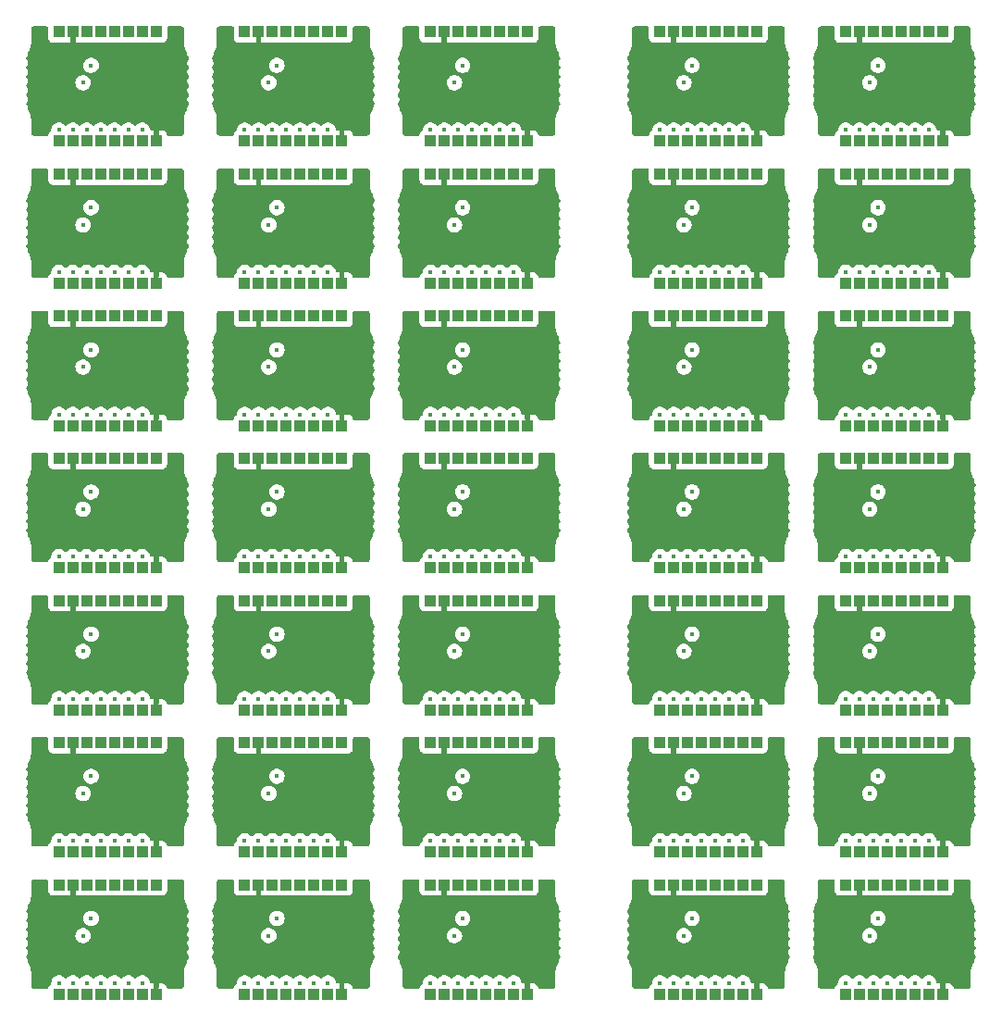
<source format=gbr>
%TF.GenerationSoftware,KiCad,Pcbnew,8.0.4-unknown-202407232306~396e531e7c~ubuntu22.04.1*%
%TF.CreationDate,2024-08-05T10:33:50+01:00*%
%TF.ProjectId,PANEL_ADS1293,50414e45-4c5f-4414-9453-313239332e6b,1.0*%
%TF.SameCoordinates,Original*%
%TF.FileFunction,Copper,L3,Inr*%
%TF.FilePolarity,Positive*%
%FSLAX46Y46*%
G04 Gerber Fmt 4.6, Leading zero omitted, Abs format (unit mm)*
G04 Created by KiCad (PCBNEW 8.0.4-unknown-202407232306~396e531e7c~ubuntu22.04.1) date 2024-08-05 10:33:50*
%MOMM*%
%LPD*%
G01*
G04 APERTURE LIST*
%TA.AperFunction,CastellatedPad*%
%ADD10R,1.000000X1.000000*%
%TD*%
%TA.AperFunction,ViaPad*%
%ADD11C,0.400000*%
%TD*%
G04 APERTURE END LIST*
D10*
%TO.N,Board_3-/in3*%
%TO.C,J5*%
X67865000Y-17000000D03*
%TD*%
%TO.N,Board_24-+3.3V*%
%TO.C,J13*%
X81055000Y-59000000D03*
%TD*%
%TO.N,Board_11-/in6*%
%TO.C,J15*%
X33675000Y-43000000D03*
%TD*%
%TO.N,Board_12-/in3*%
%TO.C,J5*%
X46865000Y-43000000D03*
%TD*%
%TO.N,Board_32-/in4*%
%TO.C,J6*%
X48135000Y-95000000D03*
%TD*%
%TO.N,Board_19-+3.3V*%
%TO.C,J13*%
X81055000Y-46000000D03*
%TD*%
%TO.N,Board_6-/CSB*%
%TO.C,J12*%
X33675000Y-20000000D03*
%TD*%
%TO.N,Board_14-/POCI*%
%TO.C,J9*%
X84865000Y-33000000D03*
%TD*%
%TO.N,Board_15-/extRef*%
%TO.C,J7*%
X17945000Y-46000000D03*
%TD*%
%TO.N,Board_7-/in3*%
%TO.C,J5*%
X46865000Y-30000000D03*
%TD*%
%TO.N,Board_4-/POCI*%
%TO.C,J9*%
X84865000Y-7000000D03*
%TD*%
%TO.N,Board_25-/in3*%
%TO.C,J5*%
X12865000Y-82000000D03*
%TD*%
%TO.N,Board_3-GND*%
%TO.C,J14*%
X65325000Y-7000000D03*
%TD*%
%TO.N,Board_22-/in5*%
%TO.C,J8*%
X49405000Y-69000000D03*
%TD*%
%TO.N,Board_13-/in1*%
%TO.C,J3*%
X65325000Y-43000000D03*
%TD*%
%TO.N,Board_29-GND*%
%TO.C,J14*%
X82325000Y-72000000D03*
%TD*%
%TO.N,Board_2-/in3*%
%TO.C,J5*%
X46865000Y-17000000D03*
%TD*%
%TO.N,Board_28-/in4*%
%TO.C,J6*%
X69135000Y-82000000D03*
%TD*%
%TO.N,Board_17-GND*%
%TO.C,J14*%
X44325000Y-46000000D03*
%TD*%
%TO.N,Board_27-unconnected-(J1-Pin_1-Pad1)*%
%TO.C,J1*%
X45595000Y-72000000D03*
%TD*%
%TO.N,Board_14-GND*%
%TO.C,J16*%
X89945000Y-43000000D03*
%TD*%
%TO.N,Board_21-+3.3V*%
%TO.C,J13*%
X26055000Y-59000000D03*
%TD*%
%TO.N,Board_2-/in5*%
%TO.C,J8*%
X49405000Y-17000000D03*
%TD*%
%TO.N,Board_3-unconnected-(J1-Pin_1-Pad1)*%
%TO.C,J1*%
X66595000Y-7000000D03*
%TD*%
%TO.N,Board_14-/in3*%
%TO.C,J5*%
X84865000Y-43000000D03*
%TD*%
%TO.N,Board_15-GND*%
%TO.C,J14*%
X10325000Y-46000000D03*
%TD*%
%TO.N,Board_15-/in5*%
%TO.C,J8*%
X15405000Y-56000000D03*
%TD*%
%TO.N,Board_27-/POCI*%
%TO.C,J9*%
X46865000Y-72000000D03*
%TD*%
%TO.N,Board_15-/in4*%
%TO.C,J6*%
X14135000Y-56000000D03*
%TD*%
%TO.N,Board_31-/SCLK*%
%TO.C,J11*%
X32405000Y-85000000D03*
%TD*%
%TO.N,Board_29-/in1*%
%TO.C,J2*%
X81055000Y-82000000D03*
%TD*%
%TO.N,Board_28-unconnected-(J1-Pin_1-Pad1)*%
%TO.C,J1*%
X66595000Y-72000000D03*
%TD*%
%TO.N,Board_4-+3.3V*%
%TO.C,J13*%
X81055000Y-7000000D03*
%TD*%
%TO.N,Board_16-unconnected-(J1-Pin_1-Pad1)*%
%TO.C,J1*%
X28595000Y-46000000D03*
%TD*%
%TO.N,Board_9-/in2*%
%TO.C,J4*%
X83595000Y-30000000D03*
%TD*%
%TO.N,Board_10-/PICO*%
%TO.C,J10*%
X14135000Y-33000000D03*
%TD*%
%TO.N,Board_13-/CSB*%
%TO.C,J12*%
X71675000Y-33000000D03*
%TD*%
%TO.N,Board_15-/SCLK*%
%TO.C,J11*%
X15405000Y-46000000D03*
%TD*%
%TO.N,Board_6-GND*%
%TO.C,J16*%
X34945000Y-30000000D03*
%TD*%
%TO.N,Board_33-/CSB*%
%TO.C,J12*%
X71675000Y-85000000D03*
%TD*%
%TO.N,Board_4-/extRef*%
%TO.C,J7*%
X89945000Y-7000000D03*
%TD*%
%TO.N,Board_26-+3.3V*%
%TO.C,J13*%
X26055000Y-72000000D03*
%TD*%
%TO.N,Board_17-/POCI*%
%TO.C,J9*%
X46865000Y-46000000D03*
%TD*%
%TO.N,Board_34-/in5*%
%TO.C,J8*%
X87405000Y-95000000D03*
%TD*%
%TO.N,Board_10-/in5*%
%TO.C,J8*%
X15405000Y-43000000D03*
%TD*%
%TO.N,Board_2-/in6*%
%TO.C,J15*%
X50675000Y-17000000D03*
%TD*%
%TO.N,Board_18-/in1*%
%TO.C,J3*%
X65325000Y-56000000D03*
%TD*%
%TO.N,Board_24-GND*%
%TO.C,J16*%
X89945000Y-69000000D03*
%TD*%
%TO.N,Board_3-/in6*%
%TO.C,J15*%
X71675000Y-17000000D03*
%TD*%
%TO.N,Board_2-/extRef*%
%TO.C,J7*%
X51945000Y-7000000D03*
%TD*%
%TO.N,Board_30-/in5*%
%TO.C,J8*%
X15405000Y-95000000D03*
%TD*%
%TO.N,Board_24-/in1*%
%TO.C,J3*%
X82325000Y-69000000D03*
%TD*%
%TO.N,Board_31-/extRef*%
%TO.C,J7*%
X34945000Y-85000000D03*
%TD*%
%TO.N,Board_1-GND*%
%TO.C,J14*%
X27325000Y-7000000D03*
%TD*%
%TO.N,Board_20-/SCLK*%
%TO.C,J11*%
X15405000Y-59000000D03*
%TD*%
%TO.N,Board_33-+3.3V*%
%TO.C,J13*%
X64055000Y-85000000D03*
%TD*%
%TO.N,Board_9-+3.3V*%
%TO.C,J13*%
X81055000Y-20000000D03*
%TD*%
%TO.N,Board_15-GND*%
%TO.C,J16*%
X17945000Y-56000000D03*
%TD*%
%TO.N,Board_7-/CSB*%
%TO.C,J12*%
X50675000Y-20000000D03*
%TD*%
%TO.N,Board_28-/extRef*%
%TO.C,J7*%
X72945000Y-72000000D03*
%TD*%
%TO.N,Board_10-unconnected-(J1-Pin_1-Pad1)*%
%TO.C,J1*%
X11595000Y-33000000D03*
%TD*%
%TO.N,Board_28-/POCI*%
%TO.C,J9*%
X67865000Y-72000000D03*
%TD*%
%TO.N,Board_23-/PICO*%
%TO.C,J10*%
X69135000Y-59000000D03*
%TD*%
%TO.N,Board_3-GND*%
%TO.C,J16*%
X72945000Y-17000000D03*
%TD*%
%TO.N,Board_5-/in3*%
%TO.C,J5*%
X12865000Y-30000000D03*
%TD*%
%TO.N,Board_21-/in3*%
%TO.C,J5*%
X29865000Y-69000000D03*
%TD*%
%TO.N,Board_30-GND*%
%TO.C,J14*%
X10325000Y-85000000D03*
%TD*%
%TO.N,Board_33-/SCLK*%
%TO.C,J11*%
X70405000Y-85000000D03*
%TD*%
%TO.N,Board_16-/in4*%
%TO.C,J6*%
X31135000Y-56000000D03*
%TD*%
%TO.N,Board_34-/CSB*%
%TO.C,J12*%
X88675000Y-85000000D03*
%TD*%
%TO.N,Board_24-/CSB*%
%TO.C,J12*%
X88675000Y-59000000D03*
%TD*%
%TO.N,Board_33-/in1*%
%TO.C,J2*%
X64055000Y-95000000D03*
%TD*%
%TO.N,Board_7-/in1*%
%TO.C,J3*%
X44325000Y-30000000D03*
%TD*%
%TO.N,Board_25-GND*%
%TO.C,J16*%
X17945000Y-82000000D03*
%TD*%
%TO.N,Board_28-+3.3V*%
%TO.C,J13*%
X64055000Y-72000000D03*
%TD*%
%TO.N,Board_10-/in6*%
%TO.C,J15*%
X16675000Y-43000000D03*
%TD*%
%TO.N,Board_33-/POCI*%
%TO.C,J9*%
X67865000Y-85000000D03*
%TD*%
%TO.N,Board_10-GND*%
%TO.C,J16*%
X17945000Y-43000000D03*
%TD*%
%TO.N,Board_14-/CSB*%
%TO.C,J12*%
X88675000Y-33000000D03*
%TD*%
%TO.N,Board_10-/in1*%
%TO.C,J2*%
X9055000Y-43000000D03*
%TD*%
%TO.N,Board_30-/CSB*%
%TO.C,J12*%
X16675000Y-85000000D03*
%TD*%
%TO.N,Board_26-/PICO*%
%TO.C,J10*%
X31135000Y-72000000D03*
%TD*%
%TO.N,Board_13-/POCI*%
%TO.C,J9*%
X67865000Y-33000000D03*
%TD*%
%TO.N,Board_34-GND*%
%TO.C,J16*%
X89945000Y-95000000D03*
%TD*%
%TO.N,Board_26-GND*%
%TO.C,J14*%
X27325000Y-72000000D03*
%TD*%
%TO.N,Board_9-GND*%
%TO.C,J14*%
X82325000Y-20000000D03*
%TD*%
%TO.N,Board_9-/POCI*%
%TO.C,J9*%
X84865000Y-20000000D03*
%TD*%
%TO.N,Board_27-/SCLK*%
%TO.C,J11*%
X49405000Y-72000000D03*
%TD*%
%TO.N,Board_27-+3.3V*%
%TO.C,J13*%
X43055000Y-72000000D03*
%TD*%
%TO.N,Board_18-/in3*%
%TO.C,J5*%
X67865000Y-56000000D03*
%TD*%
%TO.N,Board_32-/CSB*%
%TO.C,J12*%
X50675000Y-85000000D03*
%TD*%
%TO.N,Board_5-GND*%
%TO.C,J16*%
X17945000Y-30000000D03*
%TD*%
%TO.N,Board_0-/in1*%
%TO.C,J2*%
X9055000Y-17000000D03*
%TD*%
%TO.N,Board_8-/in5*%
%TO.C,J8*%
X70405000Y-30000000D03*
%TD*%
%TO.N,Board_5-/in5*%
%TO.C,J8*%
X15405000Y-30000000D03*
%TD*%
%TO.N,Board_7-GND*%
%TO.C,J14*%
X44325000Y-20000000D03*
%TD*%
%TO.N,Board_32-unconnected-(J1-Pin_1-Pad1)*%
%TO.C,J1*%
X45595000Y-85000000D03*
%TD*%
%TO.N,Board_18-GND*%
%TO.C,J16*%
X72945000Y-56000000D03*
%TD*%
%TO.N,Board_3-/POCI*%
%TO.C,J9*%
X67865000Y-7000000D03*
%TD*%
%TO.N,Board_1-/in2*%
%TO.C,J4*%
X28595000Y-17000000D03*
%TD*%
%TO.N,Board_3-/CSB*%
%TO.C,J12*%
X71675000Y-7000000D03*
%TD*%
%TO.N,Board_32-/in6*%
%TO.C,J15*%
X50675000Y-95000000D03*
%TD*%
%TO.N,Board_23-/in1*%
%TO.C,J2*%
X64055000Y-69000000D03*
%TD*%
%TO.N,Board_2-/in1*%
%TO.C,J3*%
X44325000Y-17000000D03*
%TD*%
%TO.N,Board_34-/in1*%
%TO.C,J2*%
X81055000Y-95000000D03*
%TD*%
%TO.N,Board_7-+3.3V*%
%TO.C,J13*%
X43055000Y-20000000D03*
%TD*%
%TO.N,Board_28-/SCLK*%
%TO.C,J11*%
X70405000Y-72000000D03*
%TD*%
%TO.N,Board_10-/in3*%
%TO.C,J5*%
X12865000Y-43000000D03*
%TD*%
%TO.N,Board_25-/POCI*%
%TO.C,J9*%
X12865000Y-72000000D03*
%TD*%
%TO.N,Board_21-/in1*%
%TO.C,J3*%
X27325000Y-69000000D03*
%TD*%
%TO.N,Board_26-/extRef*%
%TO.C,J7*%
X34945000Y-72000000D03*
%TD*%
%TO.N,Board_18-/in5*%
%TO.C,J8*%
X70405000Y-56000000D03*
%TD*%
%TO.N,Board_10-/in4*%
%TO.C,J6*%
X14135000Y-43000000D03*
%TD*%
%TO.N,Board_17-+3.3V*%
%TO.C,J13*%
X43055000Y-46000000D03*
%TD*%
%TO.N,Board_15-/POCI*%
%TO.C,J9*%
X12865000Y-46000000D03*
%TD*%
%TO.N,Board_23-/in1*%
%TO.C,J3*%
X65325000Y-69000000D03*
%TD*%
%TO.N,Board_13-/SCLK*%
%TO.C,J11*%
X70405000Y-33000000D03*
%TD*%
%TO.N,Board_9-/in1*%
%TO.C,J3*%
X82325000Y-30000000D03*
%TD*%
%TO.N,Board_10-+3.3V*%
%TO.C,J13*%
X9055000Y-33000000D03*
%TD*%
%TO.N,Board_34-/in2*%
%TO.C,J4*%
X83595000Y-95000000D03*
%TD*%
%TO.N,Board_23-/CSB*%
%TO.C,J12*%
X71675000Y-59000000D03*
%TD*%
%TO.N,Board_23-/in5*%
%TO.C,J8*%
X70405000Y-69000000D03*
%TD*%
%TO.N,Board_6-/in5*%
%TO.C,J8*%
X32405000Y-30000000D03*
%TD*%
%TO.N,Board_19-/in5*%
%TO.C,J8*%
X87405000Y-56000000D03*
%TD*%
%TO.N,Board_26-/CSB*%
%TO.C,J12*%
X33675000Y-72000000D03*
%TD*%
%TO.N,Board_23-+3.3V*%
%TO.C,J13*%
X64055000Y-59000000D03*
%TD*%
%TO.N,Board_19-/in4*%
%TO.C,J6*%
X86135000Y-56000000D03*
%TD*%
%TO.N,Board_4-/in6*%
%TO.C,J15*%
X88675000Y-17000000D03*
%TD*%
%TO.N,Board_17-/CSB*%
%TO.C,J12*%
X50675000Y-46000000D03*
%TD*%
%TO.N,Board_20-/PICO*%
%TO.C,J10*%
X14135000Y-59000000D03*
%TD*%
%TO.N,Board_10-/in2*%
%TO.C,J4*%
X11595000Y-43000000D03*
%TD*%
%TO.N,Board_28-/in1*%
%TO.C,J2*%
X64055000Y-82000000D03*
%TD*%
%TO.N,Board_32-/SCLK*%
%TO.C,J11*%
X49405000Y-85000000D03*
%TD*%
%TO.N,Board_12-/in1*%
%TO.C,J2*%
X43055000Y-43000000D03*
%TD*%
%TO.N,Board_3-/PICO*%
%TO.C,J10*%
X69135000Y-7000000D03*
%TD*%
%TO.N,Board_14-/in5*%
%TO.C,J8*%
X87405000Y-43000000D03*
%TD*%
%TO.N,Board_21-/SCLK*%
%TO.C,J11*%
X32405000Y-59000000D03*
%TD*%
%TO.N,Board_8-/SCLK*%
%TO.C,J11*%
X70405000Y-20000000D03*
%TD*%
%TO.N,Board_26-/in6*%
%TO.C,J15*%
X33675000Y-82000000D03*
%TD*%
%TO.N,Board_1-/CSB*%
%TO.C,J12*%
X33675000Y-7000000D03*
%TD*%
%TO.N,Board_5-/CSB*%
%TO.C,J12*%
X16675000Y-20000000D03*
%TD*%
%TO.N,Board_15-/in1*%
%TO.C,J2*%
X9055000Y-56000000D03*
%TD*%
%TO.N,Board_2-GND*%
%TO.C,J16*%
X51945000Y-17000000D03*
%TD*%
%TO.N,Board_25-/in4*%
%TO.C,J6*%
X14135000Y-82000000D03*
%TD*%
%TO.N,Board_17-/in1*%
%TO.C,J3*%
X44325000Y-56000000D03*
%TD*%
%TO.N,Board_29-/SCLK*%
%TO.C,J11*%
X87405000Y-72000000D03*
%TD*%
%TO.N,Board_32-+3.3V*%
%TO.C,J13*%
X43055000Y-85000000D03*
%TD*%
%TO.N,Board_13-/in1*%
%TO.C,J2*%
X64055000Y-43000000D03*
%TD*%
%TO.N,Board_28-/in6*%
%TO.C,J15*%
X71675000Y-82000000D03*
%TD*%
%TO.N,Board_31-/in2*%
%TO.C,J4*%
X28595000Y-95000000D03*
%TD*%
%TO.N,Board_20-/in3*%
%TO.C,J5*%
X12865000Y-69000000D03*
%TD*%
%TO.N,Board_32-/in2*%
%TO.C,J4*%
X45595000Y-95000000D03*
%TD*%
%TO.N,Board_29-/in3*%
%TO.C,J5*%
X84865000Y-82000000D03*
%TD*%
%TO.N,Board_17-unconnected-(J1-Pin_1-Pad1)*%
%TO.C,J1*%
X45595000Y-46000000D03*
%TD*%
%TO.N,Board_11-/PICO*%
%TO.C,J10*%
X31135000Y-33000000D03*
%TD*%
%TO.N,Board_9-/extRef*%
%TO.C,J7*%
X89945000Y-20000000D03*
%TD*%
%TO.N,Board_10-/CSB*%
%TO.C,J12*%
X16675000Y-33000000D03*
%TD*%
%TO.N,Board_13-GND*%
%TO.C,J16*%
X72945000Y-43000000D03*
%TD*%
%TO.N,Board_13-/in2*%
%TO.C,J4*%
X66595000Y-43000000D03*
%TD*%
%TO.N,Board_0-/in3*%
%TO.C,J5*%
X12865000Y-17000000D03*
%TD*%
%TO.N,Board_0-/POCI*%
%TO.C,J9*%
X12865000Y-7000000D03*
%TD*%
%TO.N,Board_18-/extRef*%
%TO.C,J7*%
X72945000Y-46000000D03*
%TD*%
%TO.N,Board_11-/SCLK*%
%TO.C,J11*%
X32405000Y-33000000D03*
%TD*%
%TO.N,Board_9-/SCLK*%
%TO.C,J11*%
X87405000Y-20000000D03*
%TD*%
%TO.N,Board_2-/SCLK*%
%TO.C,J11*%
X49405000Y-7000000D03*
%TD*%
%TO.N,Board_14-GND*%
%TO.C,J14*%
X82325000Y-33000000D03*
%TD*%
%TO.N,Board_8-/in2*%
%TO.C,J4*%
X66595000Y-30000000D03*
%TD*%
%TO.N,Board_4-/PICO*%
%TO.C,J10*%
X86135000Y-7000000D03*
%TD*%
%TO.N,Board_1-+3.3V*%
%TO.C,J13*%
X26055000Y-7000000D03*
%TD*%
%TO.N,Board_14-/SCLK*%
%TO.C,J11*%
X87405000Y-33000000D03*
%TD*%
%TO.N,Board_18-/in6*%
%TO.C,J15*%
X71675000Y-56000000D03*
%TD*%
%TO.N,Board_33-/in3*%
%TO.C,J5*%
X67865000Y-95000000D03*
%TD*%
%TO.N,Board_19-/extRef*%
%TO.C,J7*%
X89945000Y-46000000D03*
%TD*%
%TO.N,Board_3-/in1*%
%TO.C,J2*%
X64055000Y-17000000D03*
%TD*%
%TO.N,Board_24-/in1*%
%TO.C,J2*%
X81055000Y-69000000D03*
%TD*%
%TO.N,Board_6-/in2*%
%TO.C,J4*%
X28595000Y-30000000D03*
%TD*%
%TO.N,Board_27-/in3*%
%TO.C,J5*%
X46865000Y-82000000D03*
%TD*%
%TO.N,Board_10-/in1*%
%TO.C,J3*%
X10325000Y-43000000D03*
%TD*%
%TO.N,Board_18-/CSB*%
%TO.C,J12*%
X71675000Y-46000000D03*
%TD*%
%TO.N,Board_24-/PICO*%
%TO.C,J10*%
X86135000Y-59000000D03*
%TD*%
%TO.N,Board_18-+3.3V*%
%TO.C,J13*%
X64055000Y-46000000D03*
%TD*%
%TO.N,Board_8-/CSB*%
%TO.C,J12*%
X71675000Y-20000000D03*
%TD*%
%TO.N,Board_6-/PICO*%
%TO.C,J10*%
X31135000Y-20000000D03*
%TD*%
%TO.N,Board_25-/in2*%
%TO.C,J4*%
X11595000Y-82000000D03*
%TD*%
%TO.N,Board_8-GND*%
%TO.C,J14*%
X65325000Y-20000000D03*
%TD*%
%TO.N,Board_22-/PICO*%
%TO.C,J10*%
X48135000Y-59000000D03*
%TD*%
%TO.N,Board_18-GND*%
%TO.C,J14*%
X65325000Y-46000000D03*
%TD*%
%TO.N,Board_32-/in5*%
%TO.C,J8*%
X49405000Y-95000000D03*
%TD*%
%TO.N,Board_7-/in1*%
%TO.C,J2*%
X43055000Y-30000000D03*
%TD*%
%TO.N,Board_29-/in1*%
%TO.C,J3*%
X82325000Y-82000000D03*
%TD*%
%TO.N,Board_11-unconnected-(J1-Pin_1-Pad1)*%
%TO.C,J1*%
X28595000Y-33000000D03*
%TD*%
%TO.N,Board_11-+3.3V*%
%TO.C,J13*%
X26055000Y-33000000D03*
%TD*%
%TO.N,Board_22-/in2*%
%TO.C,J4*%
X45595000Y-69000000D03*
%TD*%
%TO.N,Board_29-/POCI*%
%TO.C,J9*%
X84865000Y-72000000D03*
%TD*%
%TO.N,Board_27-GND*%
%TO.C,J14*%
X44325000Y-72000000D03*
%TD*%
%TO.N,Board_0-/in5*%
%TO.C,J8*%
X15405000Y-17000000D03*
%TD*%
%TO.N,Board_11-GND*%
%TO.C,J14*%
X27325000Y-33000000D03*
%TD*%
%TO.N,Board_1-/POCI*%
%TO.C,J9*%
X29865000Y-7000000D03*
%TD*%
%TO.N,Board_15-/in3*%
%TO.C,J5*%
X12865000Y-56000000D03*
%TD*%
%TO.N,Board_11-/in2*%
%TO.C,J4*%
X28595000Y-43000000D03*
%TD*%
%TO.N,Board_33-/in6*%
%TO.C,J15*%
X71675000Y-95000000D03*
%TD*%
%TO.N,Board_11-/in4*%
%TO.C,J6*%
X31135000Y-43000000D03*
%TD*%
%TO.N,Board_4-GND*%
%TO.C,J16*%
X89945000Y-17000000D03*
%TD*%
%TO.N,Board_19-/in6*%
%TO.C,J15*%
X88675000Y-56000000D03*
%TD*%
%TO.N,Board_16-/CSB*%
%TO.C,J12*%
X33675000Y-46000000D03*
%TD*%
%TO.N,Board_27-/in2*%
%TO.C,J4*%
X45595000Y-82000000D03*
%TD*%
%TO.N,Board_14-+3.3V*%
%TO.C,J13*%
X81055000Y-33000000D03*
%TD*%
%TO.N,Board_33-unconnected-(J1-Pin_1-Pad1)*%
%TO.C,J1*%
X66595000Y-85000000D03*
%TD*%
%TO.N,Board_22-/extRef*%
%TO.C,J7*%
X51945000Y-59000000D03*
%TD*%
%TO.N,Board_19-/PICO*%
%TO.C,J10*%
X86135000Y-46000000D03*
%TD*%
%TO.N,Board_19-unconnected-(J1-Pin_1-Pad1)*%
%TO.C,J1*%
X83595000Y-46000000D03*
%TD*%
%TO.N,Board_7-GND*%
%TO.C,J16*%
X51945000Y-30000000D03*
%TD*%
%TO.N,Board_33-/in1*%
%TO.C,J3*%
X65325000Y-95000000D03*
%TD*%
%TO.N,Board_31-GND*%
%TO.C,J14*%
X27325000Y-85000000D03*
%TD*%
%TO.N,Board_27-/PICO*%
%TO.C,J10*%
X48135000Y-72000000D03*
%TD*%
%TO.N,Board_3-+3.3V*%
%TO.C,J13*%
X64055000Y-7000000D03*
%TD*%
%TO.N,Board_23-/in4*%
%TO.C,J6*%
X69135000Y-69000000D03*
%TD*%
%TO.N,Board_9-GND*%
%TO.C,J16*%
X89945000Y-30000000D03*
%TD*%
%TO.N,Board_33-/in5*%
%TO.C,J8*%
X70405000Y-95000000D03*
%TD*%
%TO.N,Board_34-/in3*%
%TO.C,J5*%
X84865000Y-95000000D03*
%TD*%
%TO.N,Board_1-/extRef*%
%TO.C,J7*%
X34945000Y-7000000D03*
%TD*%
%TO.N,Board_11-/extRef*%
%TO.C,J7*%
X34945000Y-33000000D03*
%TD*%
%TO.N,Board_11-/in1*%
%TO.C,J2*%
X26055000Y-43000000D03*
%TD*%
%TO.N,Board_22-GND*%
%TO.C,J14*%
X44325000Y-59000000D03*
%TD*%
%TO.N,Board_19-/SCLK*%
%TO.C,J11*%
X87405000Y-46000000D03*
%TD*%
%TO.N,Board_29-/extRef*%
%TO.C,J7*%
X89945000Y-72000000D03*
%TD*%
%TO.N,Board_10-/extRef*%
%TO.C,J7*%
X17945000Y-33000000D03*
%TD*%
%TO.N,Board_2-/CSB*%
%TO.C,J12*%
X50675000Y-7000000D03*
%TD*%
%TO.N,Board_29-/in5*%
%TO.C,J8*%
X87405000Y-82000000D03*
%TD*%
%TO.N,Board_8-+3.3V*%
%TO.C,J13*%
X64055000Y-20000000D03*
%TD*%
%TO.N,Board_4-/in5*%
%TO.C,J8*%
X87405000Y-17000000D03*
%TD*%
%TO.N,Board_12-/in1*%
%TO.C,J3*%
X44325000Y-43000000D03*
%TD*%
%TO.N,Board_23-unconnected-(J1-Pin_1-Pad1)*%
%TO.C,J1*%
X66595000Y-59000000D03*
%TD*%
%TO.N,Board_25-/in1*%
%TO.C,J3*%
X10325000Y-82000000D03*
%TD*%
%TO.N,Board_13-/PICO*%
%TO.C,J10*%
X69135000Y-33000000D03*
%TD*%
%TO.N,Board_19-/POCI*%
%TO.C,J9*%
X84865000Y-46000000D03*
%TD*%
%TO.N,Board_32-/extRef*%
%TO.C,J7*%
X51945000Y-85000000D03*
%TD*%
%TO.N,Board_17-/in5*%
%TO.C,J8*%
X49405000Y-56000000D03*
%TD*%
%TO.N,Board_25-/in5*%
%TO.C,J8*%
X15405000Y-82000000D03*
%TD*%
%TO.N,Board_14-unconnected-(J1-Pin_1-Pad1)*%
%TO.C,J1*%
X83595000Y-33000000D03*
%TD*%
%TO.N,Board_16-/POCI*%
%TO.C,J9*%
X29865000Y-46000000D03*
%TD*%
%TO.N,Board_17-/in6*%
%TO.C,J15*%
X50675000Y-56000000D03*
%TD*%
%TO.N,Board_14-/extRef*%
%TO.C,J7*%
X89945000Y-33000000D03*
%TD*%
%TO.N,Board_27-/in1*%
%TO.C,J3*%
X44325000Y-82000000D03*
%TD*%
%TO.N,Board_5-/extRef*%
%TO.C,J7*%
X17945000Y-20000000D03*
%TD*%
%TO.N,Board_28-/CSB*%
%TO.C,J12*%
X71675000Y-72000000D03*
%TD*%
%TO.N,Board_8-/extRef*%
%TO.C,J7*%
X72945000Y-20000000D03*
%TD*%
%TO.N,Board_31-GND*%
%TO.C,J16*%
X34945000Y-95000000D03*
%TD*%
%TO.N,Board_7-/extRef*%
%TO.C,J7*%
X51945000Y-20000000D03*
%TD*%
%TO.N,Board_5-+3.3V*%
%TO.C,J13*%
X9055000Y-20000000D03*
%TD*%
%TO.N,Board_16-/in5*%
%TO.C,J8*%
X32405000Y-56000000D03*
%TD*%
%TO.N,Board_7-/SCLK*%
%TO.C,J11*%
X49405000Y-20000000D03*
%TD*%
%TO.N,Board_3-/in5*%
%TO.C,J8*%
X70405000Y-17000000D03*
%TD*%
%TO.N,Board_6-GND*%
%TO.C,J14*%
X27325000Y-20000000D03*
%TD*%
%TO.N,Board_22-/in3*%
%TO.C,J5*%
X46865000Y-69000000D03*
%TD*%
%TO.N,Board_7-/in5*%
%TO.C,J8*%
X49405000Y-30000000D03*
%TD*%
%TO.N,Board_13-unconnected-(J1-Pin_1-Pad1)*%
%TO.C,J1*%
X66595000Y-33000000D03*
%TD*%
%TO.N,Board_1-/in5*%
%TO.C,J8*%
X32405000Y-17000000D03*
%TD*%
%TO.N,Board_18-/in1*%
%TO.C,J2*%
X64055000Y-56000000D03*
%TD*%
%TO.N,Board_7-/in2*%
%TO.C,J4*%
X45595000Y-30000000D03*
%TD*%
%TO.N,Board_15-/PICO*%
%TO.C,J10*%
X14135000Y-46000000D03*
%TD*%
%TO.N,Board_27-/in1*%
%TO.C,J2*%
X43055000Y-82000000D03*
%TD*%
%TO.N,Board_17-/extRef*%
%TO.C,J7*%
X51945000Y-46000000D03*
%TD*%
%TO.N,Board_22-/in6*%
%TO.C,J15*%
X50675000Y-69000000D03*
%TD*%
%TO.N,Board_3-/extRef*%
%TO.C,J7*%
X72945000Y-7000000D03*
%TD*%
%TO.N,Board_34-unconnected-(J1-Pin_1-Pad1)*%
%TO.C,J1*%
X83595000Y-85000000D03*
%TD*%
%TO.N,Board_12-GND*%
%TO.C,J16*%
X51945000Y-43000000D03*
%TD*%
%TO.N,Board_29-/PICO*%
%TO.C,J10*%
X86135000Y-72000000D03*
%TD*%
%TO.N,Board_26-/in1*%
%TO.C,J2*%
X26055000Y-82000000D03*
%TD*%
%TO.N,Board_20-/POCI*%
%TO.C,J9*%
X12865000Y-59000000D03*
%TD*%
%TO.N,Board_17-/in4*%
%TO.C,J6*%
X48135000Y-56000000D03*
%TD*%
%TO.N,Board_33-GND*%
%TO.C,J16*%
X72945000Y-95000000D03*
%TD*%
%TO.N,Board_20-/in4*%
%TO.C,J6*%
X14135000Y-69000000D03*
%TD*%
%TO.N,Board_21-/extRef*%
%TO.C,J7*%
X34945000Y-59000000D03*
%TD*%
%TO.N,Board_13-/in3*%
%TO.C,J5*%
X67865000Y-43000000D03*
%TD*%
%TO.N,Board_22-/in1*%
%TO.C,J3*%
X44325000Y-69000000D03*
%TD*%
%TO.N,Board_0-/PICO*%
%TO.C,J10*%
X14135000Y-7000000D03*
%TD*%
%TO.N,Board_13-/in6*%
%TO.C,J15*%
X71675000Y-43000000D03*
%TD*%
%TO.N,Board_5-/in1*%
%TO.C,J2*%
X9055000Y-30000000D03*
%TD*%
%TO.N,Board_0-GND*%
%TO.C,J14*%
X10325000Y-7000000D03*
%TD*%
%TO.N,Board_4-/CSB*%
%TO.C,J12*%
X88675000Y-7000000D03*
%TD*%
%TO.N,Board_31-+3.3V*%
%TO.C,J13*%
X26055000Y-85000000D03*
%TD*%
%TO.N,Board_6-/extRef*%
%TO.C,J7*%
X34945000Y-20000000D03*
%TD*%
%TO.N,Board_32-/PICO*%
%TO.C,J10*%
X48135000Y-85000000D03*
%TD*%
%TO.N,Board_0-/in1*%
%TO.C,J3*%
X10325000Y-17000000D03*
%TD*%
%TO.N,Board_4-/in1*%
%TO.C,J2*%
X81055000Y-17000000D03*
%TD*%
%TO.N,Board_18-unconnected-(J1-Pin_1-Pad1)*%
%TO.C,J1*%
X66595000Y-46000000D03*
%TD*%
%TO.N,Board_26-/POCI*%
%TO.C,J9*%
X29865000Y-72000000D03*
%TD*%
%TO.N,Board_24-/POCI*%
%TO.C,J9*%
X84865000Y-59000000D03*
%TD*%
%TO.N,Board_25-/CSB*%
%TO.C,J12*%
X16675000Y-72000000D03*
%TD*%
%TO.N,Board_21-/in4*%
%TO.C,J6*%
X31135000Y-69000000D03*
%TD*%
%TO.N,Board_17-/in2*%
%TO.C,J4*%
X45595000Y-56000000D03*
%TD*%
%TO.N,Board_30-/extRef*%
%TO.C,J7*%
X17945000Y-85000000D03*
%TD*%
%TO.N,Board_7-/POCI*%
%TO.C,J9*%
X46865000Y-20000000D03*
%TD*%
%TO.N,Board_4-GND*%
%TO.C,J14*%
X82325000Y-7000000D03*
%TD*%
%TO.N,Board_26-unconnected-(J1-Pin_1-Pad1)*%
%TO.C,J1*%
X28595000Y-72000000D03*
%TD*%
%TO.N,Board_25-unconnected-(J1-Pin_1-Pad1)*%
%TO.C,J1*%
X11595000Y-72000000D03*
%TD*%
%TO.N,Board_28-/PICO*%
%TO.C,J10*%
X69135000Y-72000000D03*
%TD*%
%TO.N,Board_12-/in6*%
%TO.C,J15*%
X50675000Y-43000000D03*
%TD*%
%TO.N,Board_6-/in4*%
%TO.C,J6*%
X31135000Y-30000000D03*
%TD*%
%TO.N,Board_24-/extRef*%
%TO.C,J7*%
X89945000Y-59000000D03*
%TD*%
%TO.N,Board_12-+3.3V*%
%TO.C,J13*%
X43055000Y-33000000D03*
%TD*%
%TO.N,Board_18-/SCLK*%
%TO.C,J11*%
X70405000Y-46000000D03*
%TD*%
%TO.N,Board_26-/in3*%
%TO.C,J5*%
X29865000Y-82000000D03*
%TD*%
%TO.N,Board_12-/CSB*%
%TO.C,J12*%
X50675000Y-33000000D03*
%TD*%
%TO.N,Board_12-/in5*%
%TO.C,J8*%
X49405000Y-43000000D03*
%TD*%
%TO.N,Board_34-+3.3V*%
%TO.C,J13*%
X81055000Y-85000000D03*
%TD*%
%TO.N,Board_20-/in6*%
%TO.C,J15*%
X16675000Y-69000000D03*
%TD*%
%TO.N,Board_23-/SCLK*%
%TO.C,J11*%
X70405000Y-59000000D03*
%TD*%
%TO.N,Board_31-/in1*%
%TO.C,J2*%
X26055000Y-95000000D03*
%TD*%
%TO.N,Board_17-/in1*%
%TO.C,J2*%
X43055000Y-56000000D03*
%TD*%
%TO.N,Board_25-/in6*%
%TO.C,J15*%
X16675000Y-82000000D03*
%TD*%
%TO.N,Board_5-GND*%
%TO.C,J14*%
X10325000Y-20000000D03*
%TD*%
%TO.N,Board_8-/PICO*%
%TO.C,J10*%
X69135000Y-20000000D03*
%TD*%
%TO.N,Board_24-GND*%
%TO.C,J14*%
X82325000Y-59000000D03*
%TD*%
%TO.N,Board_2-GND*%
%TO.C,J14*%
X44325000Y-7000000D03*
%TD*%
%TO.N,Board_6-/in1*%
%TO.C,J2*%
X26055000Y-30000000D03*
%TD*%
%TO.N,Board_11-/in1*%
%TO.C,J3*%
X27325000Y-43000000D03*
%TD*%
%TO.N,Board_30-/in3*%
%TO.C,J5*%
X12865000Y-95000000D03*
%TD*%
%TO.N,Board_32-/POCI*%
%TO.C,J9*%
X46865000Y-85000000D03*
%TD*%
%TO.N,Board_30-unconnected-(J1-Pin_1-Pad1)*%
%TO.C,J1*%
X11595000Y-85000000D03*
%TD*%
%TO.N,Board_31-unconnected-(J1-Pin_1-Pad1)*%
%TO.C,J1*%
X28595000Y-85000000D03*
%TD*%
%TO.N,Board_25-/extRef*%
%TO.C,J7*%
X17945000Y-72000000D03*
%TD*%
%TO.N,Board_23-/extRef*%
%TO.C,J7*%
X72945000Y-59000000D03*
%TD*%
%TO.N,Board_23-/in6*%
%TO.C,J15*%
X71675000Y-69000000D03*
%TD*%
%TO.N,Board_32-/in1*%
%TO.C,J3*%
X44325000Y-95000000D03*
%TD*%
%TO.N,Board_6-unconnected-(J1-Pin_1-Pad1)*%
%TO.C,J1*%
X28595000Y-20000000D03*
%TD*%
%TO.N,Board_19-/in1*%
%TO.C,J2*%
X81055000Y-56000000D03*
%TD*%
%TO.N,Board_21-/PICO*%
%TO.C,J10*%
X31135000Y-59000000D03*
%TD*%
%TO.N,Board_0-GND*%
%TO.C,J16*%
X17945000Y-17000000D03*
%TD*%
%TO.N,Board_5-unconnected-(J1-Pin_1-Pad1)*%
%TO.C,J1*%
X11595000Y-20000000D03*
%TD*%
%TO.N,Board_27-/in5*%
%TO.C,J8*%
X49405000Y-82000000D03*
%TD*%
%TO.N,Board_34-/in1*%
%TO.C,J3*%
X82325000Y-95000000D03*
%TD*%
%TO.N,Board_22-/SCLK*%
%TO.C,J11*%
X49405000Y-59000000D03*
%TD*%
%TO.N,Board_14-/in1*%
%TO.C,J3*%
X82325000Y-43000000D03*
%TD*%
%TO.N,Board_27-GND*%
%TO.C,J16*%
X51945000Y-82000000D03*
%TD*%
%TO.N,Board_20-/in1*%
%TO.C,J2*%
X9055000Y-69000000D03*
%TD*%
%TO.N,Board_30-/in1*%
%TO.C,J2*%
X9055000Y-95000000D03*
%TD*%
%TO.N,Board_8-/POCI*%
%TO.C,J9*%
X67865000Y-20000000D03*
%TD*%
%TO.N,Board_23-/POCI*%
%TO.C,J9*%
X67865000Y-59000000D03*
%TD*%
%TO.N,Board_16-/in1*%
%TO.C,J3*%
X27325000Y-56000000D03*
%TD*%
%TO.N,Board_28-GND*%
%TO.C,J16*%
X72945000Y-82000000D03*
%TD*%
%TO.N,Board_11-/POCI*%
%TO.C,J9*%
X29865000Y-33000000D03*
%TD*%
%TO.N,Board_21-/in2*%
%TO.C,J4*%
X28595000Y-69000000D03*
%TD*%
%TO.N,Board_31-/in6*%
%TO.C,J15*%
X33675000Y-95000000D03*
%TD*%
%TO.N,Board_16-/in6*%
%TO.C,J15*%
X33675000Y-56000000D03*
%TD*%
%TO.N,Board_29-/in2*%
%TO.C,J4*%
X83595000Y-82000000D03*
%TD*%
%TO.N,Board_27-/in6*%
%TO.C,J15*%
X50675000Y-82000000D03*
%TD*%
%TO.N,Board_26-/in1*%
%TO.C,J3*%
X27325000Y-82000000D03*
%TD*%
%TO.N,Board_26-/in5*%
%TO.C,J8*%
X32405000Y-82000000D03*
%TD*%
%TO.N,Board_32-/in1*%
%TO.C,J2*%
X43055000Y-95000000D03*
%TD*%
%TO.N,Board_1-/PICO*%
%TO.C,J10*%
X31135000Y-7000000D03*
%TD*%
%TO.N,Board_6-/in6*%
%TO.C,J15*%
X33675000Y-30000000D03*
%TD*%
%TO.N,Board_4-/SCLK*%
%TO.C,J11*%
X87405000Y-7000000D03*
%TD*%
%TO.N,Board_17-GND*%
%TO.C,J16*%
X51945000Y-56000000D03*
%TD*%
%TO.N,Board_15-/in6*%
%TO.C,J15*%
X16675000Y-56000000D03*
%TD*%
%TO.N,Board_4-/in2*%
%TO.C,J4*%
X83595000Y-17000000D03*
%TD*%
%TO.N,Board_32-GND*%
%TO.C,J14*%
X44325000Y-85000000D03*
%TD*%
%TO.N,Board_9-/PICO*%
%TO.C,J10*%
X86135000Y-20000000D03*
%TD*%
%TO.N,Board_23-GND*%
%TO.C,J16*%
X72945000Y-69000000D03*
%TD*%
%TO.N,Board_22-/in1*%
%TO.C,J2*%
X43055000Y-69000000D03*
%TD*%
%TO.N,Board_23-GND*%
%TO.C,J14*%
X65325000Y-59000000D03*
%TD*%
%TO.N,Board_23-/in2*%
%TO.C,J4*%
X66595000Y-69000000D03*
%TD*%
%TO.N,Board_20-/in2*%
%TO.C,J4*%
X11595000Y-69000000D03*
%TD*%
%TO.N,Board_22-/POCI*%
%TO.C,J9*%
X46865000Y-59000000D03*
%TD*%
%TO.N,Board_22-/in4*%
%TO.C,J6*%
X48135000Y-69000000D03*
%TD*%
%TO.N,Board_15-/in2*%
%TO.C,J4*%
X11595000Y-56000000D03*
%TD*%
%TO.N,Board_0-/in4*%
%TO.C,J6*%
X14135000Y-17000000D03*
%TD*%
%TO.N,Board_28-/in3*%
%TO.C,J5*%
X67865000Y-82000000D03*
%TD*%
%TO.N,Board_16-/SCLK*%
%TO.C,J11*%
X32405000Y-46000000D03*
%TD*%
%TO.N,Board_33-/extRef*%
%TO.C,J7*%
X72945000Y-85000000D03*
%TD*%
%TO.N,Board_8-/in4*%
%TO.C,J6*%
X69135000Y-30000000D03*
%TD*%
%TO.N,Board_2-/in2*%
%TO.C,J4*%
X45595000Y-17000000D03*
%TD*%
%TO.N,Board_30-/POCI*%
%TO.C,J9*%
X12865000Y-85000000D03*
%TD*%
%TO.N,Board_21-/CSB*%
%TO.C,J12*%
X33675000Y-59000000D03*
%TD*%
%TO.N,Board_25-/SCLK*%
%TO.C,J11*%
X15405000Y-72000000D03*
%TD*%
%TO.N,Board_28-GND*%
%TO.C,J14*%
X65325000Y-72000000D03*
%TD*%
%TO.N,Board_8-/in1*%
%TO.C,J3*%
X65325000Y-30000000D03*
%TD*%
%TO.N,Board_18-/POCI*%
%TO.C,J9*%
X67865000Y-46000000D03*
%TD*%
%TO.N,Board_13-/in4*%
%TO.C,J6*%
X69135000Y-43000000D03*
%TD*%
%TO.N,Board_13-/extRef*%
%TO.C,J7*%
X72945000Y-33000000D03*
%TD*%
%TO.N,Board_5-/POCI*%
%TO.C,J9*%
X12865000Y-20000000D03*
%TD*%
%TO.N,Board_12-/PICO*%
%TO.C,J10*%
X48135000Y-33000000D03*
%TD*%
%TO.N,Board_22-/CSB*%
%TO.C,J12*%
X50675000Y-59000000D03*
%TD*%
%TO.N,Board_8-/in3*%
%TO.C,J5*%
X67865000Y-30000000D03*
%TD*%
%TO.N,Board_20-/in5*%
%TO.C,J8*%
X15405000Y-69000000D03*
%TD*%
%TO.N,Board_2-+3.3V*%
%TO.C,J13*%
X43055000Y-7000000D03*
%TD*%
%TO.N,Board_1-/in3*%
%TO.C,J5*%
X29865000Y-17000000D03*
%TD*%
%TO.N,Board_19-/in1*%
%TO.C,J3*%
X82325000Y-56000000D03*
%TD*%
%TO.N,Board_34-/in4*%
%TO.C,J6*%
X86135000Y-95000000D03*
%TD*%
%TO.N,Board_29-unconnected-(J1-Pin_1-Pad1)*%
%TO.C,J1*%
X83595000Y-72000000D03*
%TD*%
%TO.N,Board_12-unconnected-(J1-Pin_1-Pad1)*%
%TO.C,J1*%
X45595000Y-33000000D03*
%TD*%
%TO.N,Board_9-/in5*%
%TO.C,J8*%
X87405000Y-30000000D03*
%TD*%
%TO.N,Board_34-/POCI*%
%TO.C,J9*%
X84865000Y-85000000D03*
%TD*%
%TO.N,Board_4-unconnected-(J1-Pin_1-Pad1)*%
%TO.C,J1*%
X83595000Y-7000000D03*
%TD*%
%TO.N,Board_29-+3.3V*%
%TO.C,J13*%
X81055000Y-72000000D03*
%TD*%
%TO.N,Board_32-/in3*%
%TO.C,J5*%
X46865000Y-95000000D03*
%TD*%
%TO.N,Board_25-+3.3V*%
%TO.C,J13*%
X9055000Y-72000000D03*
%TD*%
%TO.N,Board_6-/POCI*%
%TO.C,J9*%
X29865000Y-20000000D03*
%TD*%
%TO.N,Board_0-/in6*%
%TO.C,J15*%
X16675000Y-17000000D03*
%TD*%
%TO.N,Board_14-/in4*%
%TO.C,J6*%
X86135000Y-43000000D03*
%TD*%
%TO.N,Board_2-/PICO*%
%TO.C,J10*%
X48135000Y-7000000D03*
%TD*%
%TO.N,Board_26-GND*%
%TO.C,J16*%
X34945000Y-82000000D03*
%TD*%
%TO.N,Board_12-/in4*%
%TO.C,J6*%
X48135000Y-43000000D03*
%TD*%
%TO.N,Board_16-GND*%
%TO.C,J16*%
X34945000Y-56000000D03*
%TD*%
%TO.N,Board_1-/in6*%
%TO.C,J15*%
X33675000Y-17000000D03*
%TD*%
%TO.N,Board_14-/in6*%
%TO.C,J15*%
X88675000Y-43000000D03*
%TD*%
%TO.N,Board_4-/in1*%
%TO.C,J3*%
X82325000Y-17000000D03*
%TD*%
%TO.N,Board_23-/in3*%
%TO.C,J5*%
X67865000Y-69000000D03*
%TD*%
%TO.N,Board_20-GND*%
%TO.C,J14*%
X10325000Y-59000000D03*
%TD*%
%TO.N,Board_28-/in2*%
%TO.C,J4*%
X66595000Y-82000000D03*
%TD*%
%TO.N,Board_3-/SCLK*%
%TO.C,J11*%
X70405000Y-7000000D03*
%TD*%
%TO.N,Board_25-GND*%
%TO.C,J14*%
X10325000Y-72000000D03*
%TD*%
%TO.N,Board_29-/CSB*%
%TO.C,J12*%
X88675000Y-72000000D03*
%TD*%
%TO.N,Board_3-/in1*%
%TO.C,J3*%
X65325000Y-17000000D03*
%TD*%
%TO.N,Board_33-/in4*%
%TO.C,J6*%
X69135000Y-95000000D03*
%TD*%
%TO.N,Board_24-/in3*%
%TO.C,J5*%
X84865000Y-69000000D03*
%TD*%
%TO.N,Board_24-/in2*%
%TO.C,J4*%
X83595000Y-69000000D03*
%TD*%
%TO.N,Board_18-/in4*%
%TO.C,J6*%
X69135000Y-56000000D03*
%TD*%
%TO.N,Board_30-/in4*%
%TO.C,J6*%
X14135000Y-95000000D03*
%TD*%
%TO.N,Board_21-unconnected-(J1-Pin_1-Pad1)*%
%TO.C,J1*%
X28595000Y-59000000D03*
%TD*%
%TO.N,Board_26-/in4*%
%TO.C,J6*%
X31135000Y-82000000D03*
%TD*%
%TO.N,Board_25-/in1*%
%TO.C,J2*%
X9055000Y-82000000D03*
%TD*%
%TO.N,Board_33-/in2*%
%TO.C,J4*%
X66595000Y-95000000D03*
%TD*%
%TO.N,Board_7-unconnected-(J1-Pin_1-Pad1)*%
%TO.C,J1*%
X45595000Y-20000000D03*
%TD*%
%TO.N,Board_14-/in2*%
%TO.C,J4*%
X83595000Y-43000000D03*
%TD*%
%TO.N,Board_7-/PICO*%
%TO.C,J10*%
X48135000Y-20000000D03*
%TD*%
%TO.N,Board_14-/in1*%
%TO.C,J2*%
X81055000Y-43000000D03*
%TD*%
%TO.N,Board_8-/in1*%
%TO.C,J2*%
X64055000Y-30000000D03*
%TD*%
%TO.N,Board_22-GND*%
%TO.C,J16*%
X51945000Y-69000000D03*
%TD*%
%TO.N,Board_1-/SCLK*%
%TO.C,J11*%
X32405000Y-7000000D03*
%TD*%
%TO.N,Board_33-GND*%
%TO.C,J14*%
X65325000Y-85000000D03*
%TD*%
%TO.N,Board_9-/in6*%
%TO.C,J15*%
X88675000Y-30000000D03*
%TD*%
%TO.N,Board_20-GND*%
%TO.C,J16*%
X17945000Y-69000000D03*
%TD*%
%TO.N,Board_34-/extRef*%
%TO.C,J7*%
X89945000Y-85000000D03*
%TD*%
%TO.N,Board_29-/in4*%
%TO.C,J6*%
X86135000Y-82000000D03*
%TD*%
%TO.N,Board_30-+3.3V*%
%TO.C,J13*%
X9055000Y-85000000D03*
%TD*%
%TO.N,Board_1-unconnected-(J1-Pin_1-Pad1)*%
%TO.C,J1*%
X28595000Y-7000000D03*
%TD*%
%TO.N,Board_15-/in1*%
%TO.C,J3*%
X10325000Y-56000000D03*
%TD*%
%TO.N,Board_5-/SCLK*%
%TO.C,J11*%
X15405000Y-20000000D03*
%TD*%
%TO.N,Board_2-/in1*%
%TO.C,J2*%
X43055000Y-17000000D03*
%TD*%
%TO.N,Board_31-/in4*%
%TO.C,J6*%
X31135000Y-95000000D03*
%TD*%
%TO.N,Board_30-/SCLK*%
%TO.C,J11*%
X15405000Y-85000000D03*
%TD*%
%TO.N,Board_34-/in6*%
%TO.C,J15*%
X88675000Y-95000000D03*
%TD*%
%TO.N,Board_21-GND*%
%TO.C,J14*%
X27325000Y-59000000D03*
%TD*%
%TO.N,Board_10-/SCLK*%
%TO.C,J11*%
X15405000Y-33000000D03*
%TD*%
%TO.N,Board_18-/in2*%
%TO.C,J4*%
X66595000Y-56000000D03*
%TD*%
%TO.N,Board_19-/CSB*%
%TO.C,J12*%
X88675000Y-46000000D03*
%TD*%
%TO.N,Board_4-/in3*%
%TO.C,J5*%
X84865000Y-17000000D03*
%TD*%
%TO.N,Board_33-/PICO*%
%TO.C,J10*%
X69135000Y-85000000D03*
%TD*%
%TO.N,Board_26-/in2*%
%TO.C,J4*%
X28595000Y-82000000D03*
%TD*%
%TO.N,Board_24-/SCLK*%
%TO.C,J11*%
X87405000Y-59000000D03*
%TD*%
%TO.N,Board_28-/in5*%
%TO.C,J8*%
X70405000Y-82000000D03*
%TD*%
%TO.N,Board_25-/PICO*%
%TO.C,J10*%
X14135000Y-72000000D03*
%TD*%
%TO.N,Board_9-/in3*%
%TO.C,J5*%
X84865000Y-30000000D03*
%TD*%
%TO.N,Board_11-GND*%
%TO.C,J16*%
X34945000Y-43000000D03*
%TD*%
%TO.N,Board_19-/in2*%
%TO.C,J4*%
X83595000Y-56000000D03*
%TD*%
%TO.N,Board_6-/in3*%
%TO.C,J5*%
X29865000Y-30000000D03*
%TD*%
%TO.N,Board_6-+3.3V*%
%TO.C,J13*%
X26055000Y-20000000D03*
%TD*%
%TO.N,Board_34-GND*%
%TO.C,J14*%
X82325000Y-85000000D03*
%TD*%
%TO.N,Board_3-/in2*%
%TO.C,J4*%
X66595000Y-17000000D03*
%TD*%
%TO.N,Board_21-GND*%
%TO.C,J16*%
X34945000Y-69000000D03*
%TD*%
%TO.N,Board_9-unconnected-(J1-Pin_1-Pad1)*%
%TO.C,J1*%
X83595000Y-20000000D03*
%TD*%
%TO.N,Board_4-/in4*%
%TO.C,J6*%
X86135000Y-17000000D03*
%TD*%
%TO.N,Board_19-/in3*%
%TO.C,J5*%
X84865000Y-56000000D03*
%TD*%
%TO.N,Board_26-/SCLK*%
%TO.C,J11*%
X32405000Y-72000000D03*
%TD*%
%TO.N,Board_0-/extRef*%
%TO.C,J7*%
X17945000Y-7000000D03*
%TD*%
%TO.N,Board_12-/POCI*%
%TO.C,J9*%
X46865000Y-33000000D03*
%TD*%
%TO.N,Board_31-/POCI*%
%TO.C,J9*%
X29865000Y-85000000D03*
%TD*%
%TO.N,Board_20-/in1*%
%TO.C,J3*%
X10325000Y-69000000D03*
%TD*%
%TO.N,Board_5-/in6*%
%TO.C,J15*%
X16675000Y-30000000D03*
%TD*%
%TO.N,Board_11-/in5*%
%TO.C,J8*%
X32405000Y-43000000D03*
%TD*%
%TO.N,Board_21-/in1*%
%TO.C,J2*%
X26055000Y-69000000D03*
%TD*%
%TO.N,Board_30-/in1*%
%TO.C,J3*%
X10325000Y-95000000D03*
%TD*%
%TO.N,Board_30-GND*%
%TO.C,J16*%
X17945000Y-95000000D03*
%TD*%
%TO.N,Board_21-/in5*%
%TO.C,J8*%
X32405000Y-69000000D03*
%TD*%
%TO.N,Board_29-GND*%
%TO.C,J16*%
X89945000Y-82000000D03*
%TD*%
%TO.N,Board_1-/in1*%
%TO.C,J2*%
X26055000Y-17000000D03*
%TD*%
%TO.N,Board_1-/in1*%
%TO.C,J3*%
X27325000Y-17000000D03*
%TD*%
%TO.N,Board_3-/in4*%
%TO.C,J6*%
X69135000Y-17000000D03*
%TD*%
%TO.N,Board_20-/extRef*%
%TO.C,J7*%
X17945000Y-59000000D03*
%TD*%
%TO.N,Board_30-/PICO*%
%TO.C,J10*%
X14135000Y-85000000D03*
%TD*%
%TO.N,Board_21-/in6*%
%TO.C,J15*%
X33675000Y-69000000D03*
%TD*%
%TO.N,Board_18-/PICO*%
%TO.C,J10*%
X69135000Y-46000000D03*
%TD*%
%TO.N,Board_9-/in1*%
%TO.C,J2*%
X81055000Y-30000000D03*
%TD*%
%TO.N,Board_17-/PICO*%
%TO.C,J10*%
X48135000Y-46000000D03*
%TD*%
%TO.N,Board_15-/CSB*%
%TO.C,J12*%
X16675000Y-46000000D03*
%TD*%
%TO.N,Board_16-/in2*%
%TO.C,J4*%
X28595000Y-56000000D03*
%TD*%
%TO.N,Board_24-/in5*%
%TO.C,J8*%
X87405000Y-69000000D03*
%TD*%
%TO.N,Board_6-/SCLK*%
%TO.C,J11*%
X32405000Y-20000000D03*
%TD*%
%TO.N,Board_24-/in6*%
%TO.C,J15*%
X88675000Y-69000000D03*
%TD*%
%TO.N,Board_17-/SCLK*%
%TO.C,J11*%
X49405000Y-46000000D03*
%TD*%
%TO.N,Board_30-/in6*%
%TO.C,J15*%
X16675000Y-95000000D03*
%TD*%
%TO.N,Board_21-/POCI*%
%TO.C,J9*%
X29865000Y-59000000D03*
%TD*%
%TO.N,Board_11-/CSB*%
%TO.C,J12*%
X33675000Y-33000000D03*
%TD*%
%TO.N,Board_7-/in4*%
%TO.C,J6*%
X48135000Y-30000000D03*
%TD*%
%TO.N,Board_11-/in3*%
%TO.C,J5*%
X29865000Y-43000000D03*
%TD*%
%TO.N,Board_15-+3.3V*%
%TO.C,J13*%
X9055000Y-46000000D03*
%TD*%
%TO.N,Board_16-/in1*%
%TO.C,J2*%
X26055000Y-56000000D03*
%TD*%
%TO.N,Board_8-unconnected-(J1-Pin_1-Pad1)*%
%TO.C,J1*%
X66595000Y-20000000D03*
%TD*%
%TO.N,Board_34-/PICO*%
%TO.C,J10*%
X86135000Y-85000000D03*
%TD*%
%TO.N,Board_7-/in6*%
%TO.C,J15*%
X50675000Y-30000000D03*
%TD*%
%TO.N,Board_31-/CSB*%
%TO.C,J12*%
X33675000Y-85000000D03*
%TD*%
%TO.N,Board_27-/extRef*%
%TO.C,J7*%
X51945000Y-72000000D03*
%TD*%
%TO.N,Board_14-/PICO*%
%TO.C,J10*%
X86135000Y-33000000D03*
%TD*%
%TO.N,Board_28-/in1*%
%TO.C,J3*%
X65325000Y-82000000D03*
%TD*%
%TO.N,Board_20-+3.3V*%
%TO.C,J13*%
X9055000Y-59000000D03*
%TD*%
%TO.N,Board_12-/in2*%
%TO.C,J4*%
X45595000Y-43000000D03*
%TD*%
%TO.N,Board_0-/CSB*%
%TO.C,J12*%
X16675000Y-7000000D03*
%TD*%
%TO.N,Board_12-GND*%
%TO.C,J14*%
X44325000Y-33000000D03*
%TD*%
%TO.N,Board_16-+3.3V*%
%TO.C,J13*%
X26055000Y-46000000D03*
%TD*%
%TO.N,Board_22-unconnected-(J1-Pin_1-Pad1)*%
%TO.C,J1*%
X45595000Y-59000000D03*
%TD*%
%TO.N,Board_29-/in6*%
%TO.C,J15*%
X88675000Y-82000000D03*
%TD*%
%TO.N,Board_0-/SCLK*%
%TO.C,J11*%
X15405000Y-7000000D03*
%TD*%
%TO.N,Board_31-/in1*%
%TO.C,J3*%
X27325000Y-95000000D03*
%TD*%
%TO.N,Board_9-/CSB*%
%TO.C,J12*%
X88675000Y-20000000D03*
%TD*%
%TO.N,Board_5-/in4*%
%TO.C,J6*%
X14135000Y-30000000D03*
%TD*%
%TO.N,Board_10-/POCI*%
%TO.C,J9*%
X12865000Y-33000000D03*
%TD*%
%TO.N,Board_31-/in3*%
%TO.C,J5*%
X29865000Y-95000000D03*
%TD*%
%TO.N,Board_17-/in3*%
%TO.C,J5*%
X46865000Y-56000000D03*
%TD*%
%TO.N,Board_10-GND*%
%TO.C,J14*%
X10325000Y-33000000D03*
%TD*%
%TO.N,Board_34-/SCLK*%
%TO.C,J11*%
X87405000Y-85000000D03*
%TD*%
%TO.N,Board_20-/CSB*%
%TO.C,J12*%
X16675000Y-59000000D03*
%TD*%
%TO.N,Board_16-/in3*%
%TO.C,J5*%
X29865000Y-56000000D03*
%TD*%
%TO.N,Board_16-GND*%
%TO.C,J14*%
X27325000Y-46000000D03*
%TD*%
%TO.N,Board_0-+3.3V*%
%TO.C,J13*%
X9055000Y-7000000D03*
%TD*%
%TO.N,Board_0-/in2*%
%TO.C,J4*%
X11595000Y-17000000D03*
%TD*%
%TO.N,Board_8-/in6*%
%TO.C,J15*%
X71675000Y-30000000D03*
%TD*%
%TO.N,Board_24-/in4*%
%TO.C,J6*%
X86135000Y-69000000D03*
%TD*%
%TO.N,Board_5-/PICO*%
%TO.C,J10*%
X14135000Y-20000000D03*
%TD*%
%TO.N,Board_0-unconnected-(J1-Pin_1-Pad1)*%
%TO.C,J1*%
X11595000Y-7000000D03*
%TD*%
%TO.N,Board_13-GND*%
%TO.C,J14*%
X65325000Y-33000000D03*
%TD*%
%TO.N,Board_27-/CSB*%
%TO.C,J12*%
X50675000Y-72000000D03*
%TD*%
%TO.N,Board_12-/SCLK*%
%TO.C,J11*%
X49405000Y-33000000D03*
%TD*%
%TO.N,Board_9-/in4*%
%TO.C,J6*%
X86135000Y-30000000D03*
%TD*%
%TO.N,Board_31-/in5*%
%TO.C,J8*%
X32405000Y-95000000D03*
%TD*%
%TO.N,Board_27-/in4*%
%TO.C,J6*%
X48135000Y-82000000D03*
%TD*%
%TO.N,Board_30-/in2*%
%TO.C,J4*%
X11595000Y-95000000D03*
%TD*%
%TO.N,Board_13-/in5*%
%TO.C,J8*%
X70405000Y-43000000D03*
%TD*%
%TO.N,Board_8-GND*%
%TO.C,J16*%
X72945000Y-30000000D03*
%TD*%
%TO.N,Board_5-/in2*%
%TO.C,J4*%
X11595000Y-30000000D03*
%TD*%
%TO.N,Board_13-+3.3V*%
%TO.C,J13*%
X64055000Y-33000000D03*
%TD*%
%TO.N,Board_20-unconnected-(J1-Pin_1-Pad1)*%
%TO.C,J1*%
X11595000Y-59000000D03*
%TD*%
%TO.N,Board_1-GND*%
%TO.C,J16*%
X34945000Y-17000000D03*
%TD*%
%TO.N,Board_1-/in4*%
%TO.C,J6*%
X31135000Y-17000000D03*
%TD*%
%TO.N,Board_19-GND*%
%TO.C,J16*%
X89945000Y-56000000D03*
%TD*%
%TO.N,Board_32-GND*%
%TO.C,J16*%
X51945000Y-95000000D03*
%TD*%
%TO.N,Board_5-/in1*%
%TO.C,J3*%
X10325000Y-30000000D03*
%TD*%
%TO.N,Board_2-/POCI*%
%TO.C,J9*%
X46865000Y-7000000D03*
%TD*%
%TO.N,Board_16-/extRef*%
%TO.C,J7*%
X34945000Y-46000000D03*
%TD*%
%TO.N,Board_22-+3.3V*%
%TO.C,J13*%
X43055000Y-59000000D03*
%TD*%
%TO.N,Board_12-/extRef*%
%TO.C,J7*%
X51945000Y-33000000D03*
%TD*%
%TO.N,Board_6-/in1*%
%TO.C,J3*%
X27325000Y-30000000D03*
%TD*%
%TO.N,Board_2-unconnected-(J1-Pin_1-Pad1)*%
%TO.C,J1*%
X45595000Y-7000000D03*
%TD*%
%TO.N,Board_19-GND*%
%TO.C,J14*%
X82325000Y-46000000D03*
%TD*%
%TO.N,Board_2-/in4*%
%TO.C,J6*%
X48135000Y-17000000D03*
%TD*%
%TO.N,Board_16-/PICO*%
%TO.C,J10*%
X31135000Y-46000000D03*
%TD*%
%TO.N,Board_24-unconnected-(J1-Pin_1-Pad1)*%
%TO.C,J1*%
X83595000Y-59000000D03*
%TD*%
%TO.N,Board_15-unconnected-(J1-Pin_1-Pad1)*%
%TO.C,J1*%
X11595000Y-46000000D03*
%TD*%
%TO.N,Board_31-/PICO*%
%TO.C,J10*%
X31135000Y-85000000D03*
%TD*%
D11*
%TO.N,Board_34-XTAL2*%
X83250000Y-89650000D03*
%TO.N,Board_34-XTAL1*%
X84000000Y-88075000D03*
%TO.N,Board_34-GND*%
X81400000Y-87500000D03*
X80120000Y-90680000D03*
X89945000Y-93984000D03*
%TO.N,Board_34-/in6*%
X88675000Y-93984000D03*
%TO.N,Board_34-/in5*%
X87405000Y-93984000D03*
%TO.N,Board_34-/in4*%
X86135000Y-93984000D03*
%TO.N,Board_34-/in3*%
X84865000Y-93984000D03*
%TO.N,Board_34-/in2*%
X83595000Y-93984000D03*
%TO.N,Board_34-/in1*%
X82325000Y-93984000D03*
X81055000Y-93984000D03*
%TO.N,Board_33-XTAL2*%
X66250000Y-89650000D03*
%TO.N,Board_33-XTAL1*%
X67000000Y-88075000D03*
%TO.N,Board_33-GND*%
X72945000Y-93984000D03*
X64400000Y-87500000D03*
X63120000Y-90680000D03*
%TO.N,Board_33-/in6*%
X71675000Y-93984000D03*
%TO.N,Board_33-/in5*%
X70405000Y-93984000D03*
%TO.N,Board_33-/in4*%
X69135000Y-93984000D03*
%TO.N,Board_33-/in3*%
X67865000Y-93984000D03*
%TO.N,Board_33-/in2*%
X66595000Y-93984000D03*
%TO.N,Board_33-/in1*%
X65325000Y-93984000D03*
X64055000Y-93984000D03*
%TO.N,Board_32-XTAL2*%
X45250000Y-89650000D03*
%TO.N,Board_32-XTAL1*%
X46000000Y-88075000D03*
%TO.N,Board_32-GND*%
X43400000Y-87500000D03*
X51945000Y-93984000D03*
X42120000Y-90680000D03*
%TO.N,Board_32-/in6*%
X50675000Y-93984000D03*
%TO.N,Board_32-/in5*%
X49405000Y-93984000D03*
%TO.N,Board_32-/in4*%
X48135000Y-93984000D03*
%TO.N,Board_32-/in3*%
X46865000Y-93984000D03*
%TO.N,Board_32-/in2*%
X45595000Y-93984000D03*
%TO.N,Board_32-/in1*%
X43055000Y-93984000D03*
X44325000Y-93984000D03*
%TO.N,Board_31-XTAL2*%
X28250000Y-89650000D03*
%TO.N,Board_31-XTAL1*%
X29000000Y-88075000D03*
%TO.N,Board_31-GND*%
X26400000Y-87500000D03*
X34945000Y-93984000D03*
X25120000Y-90680000D03*
%TO.N,Board_31-/in6*%
X33675000Y-93984000D03*
%TO.N,Board_31-/in5*%
X32405000Y-93984000D03*
%TO.N,Board_31-/in4*%
X31135000Y-93984000D03*
%TO.N,Board_31-/in3*%
X29865000Y-93984000D03*
%TO.N,Board_31-/in2*%
X28595000Y-93984000D03*
%TO.N,Board_31-/in1*%
X27325000Y-93984000D03*
X26055000Y-93984000D03*
%TO.N,Board_30-XTAL2*%
X11250000Y-89650000D03*
%TO.N,Board_30-XTAL1*%
X12000000Y-88075000D03*
%TO.N,Board_30-GND*%
X17945000Y-93984000D03*
X8120000Y-90680000D03*
X9400000Y-87500000D03*
%TO.N,Board_30-/in6*%
X16675000Y-93984000D03*
%TO.N,Board_30-/in5*%
X15405000Y-93984000D03*
%TO.N,Board_30-/in4*%
X14135000Y-93984000D03*
%TO.N,Board_30-/in3*%
X12865000Y-93984000D03*
%TO.N,Board_30-/in2*%
X11595000Y-93984000D03*
%TO.N,Board_30-/in1*%
X10325000Y-93984000D03*
X9055000Y-93984000D03*
%TO.N,Board_29-XTAL2*%
X83250000Y-76650000D03*
%TO.N,Board_29-XTAL1*%
X84000000Y-75075000D03*
%TO.N,Board_29-GND*%
X81400000Y-74500000D03*
X89945000Y-80984000D03*
X80120000Y-77680000D03*
%TO.N,Board_29-/in6*%
X88675000Y-80984000D03*
%TO.N,Board_29-/in5*%
X87405000Y-80984000D03*
%TO.N,Board_29-/in4*%
X86135000Y-80984000D03*
%TO.N,Board_29-/in3*%
X84865000Y-80984000D03*
%TO.N,Board_29-/in2*%
X83595000Y-80984000D03*
%TO.N,Board_29-/in1*%
X82325000Y-80984000D03*
X81055000Y-80984000D03*
%TO.N,Board_28-XTAL2*%
X66250000Y-76650000D03*
%TO.N,Board_28-XTAL1*%
X67000000Y-75075000D03*
%TO.N,Board_28-GND*%
X64400000Y-74500000D03*
X63120000Y-77680000D03*
X72945000Y-80984000D03*
%TO.N,Board_28-/in6*%
X71675000Y-80984000D03*
%TO.N,Board_28-/in5*%
X70405000Y-80984000D03*
%TO.N,Board_28-/in4*%
X69135000Y-80984000D03*
%TO.N,Board_28-/in3*%
X67865000Y-80984000D03*
%TO.N,Board_28-/in2*%
X66595000Y-80984000D03*
%TO.N,Board_28-/in1*%
X65325000Y-80984000D03*
X64055000Y-80984000D03*
%TO.N,Board_27-XTAL2*%
X45250000Y-76650000D03*
%TO.N,Board_27-XTAL1*%
X46000000Y-75075000D03*
%TO.N,Board_27-GND*%
X51945000Y-80984000D03*
X42120000Y-77680000D03*
X43400000Y-74500000D03*
%TO.N,Board_27-/in6*%
X50675000Y-80984000D03*
%TO.N,Board_27-/in5*%
X49405000Y-80984000D03*
%TO.N,Board_27-/in4*%
X48135000Y-80984000D03*
%TO.N,Board_27-/in3*%
X46865000Y-80984000D03*
%TO.N,Board_27-/in2*%
X45595000Y-80984000D03*
%TO.N,Board_27-/in1*%
X44325000Y-80984000D03*
X43055000Y-80984000D03*
%TO.N,Board_26-XTAL2*%
X28250000Y-76650000D03*
%TO.N,Board_26-XTAL1*%
X29000000Y-75075000D03*
%TO.N,Board_26-GND*%
X34945000Y-80984000D03*
X25120000Y-77680000D03*
X26400000Y-74500000D03*
%TO.N,Board_26-/in6*%
X33675000Y-80984000D03*
%TO.N,Board_26-/in5*%
X32405000Y-80984000D03*
%TO.N,Board_26-/in4*%
X31135000Y-80984000D03*
%TO.N,Board_26-/in3*%
X29865000Y-80984000D03*
%TO.N,Board_26-/in2*%
X28595000Y-80984000D03*
%TO.N,Board_26-/in1*%
X26055000Y-80984000D03*
X27325000Y-80984000D03*
%TO.N,Board_25-XTAL2*%
X11250000Y-76650000D03*
%TO.N,Board_25-XTAL1*%
X12000000Y-75075000D03*
%TO.N,Board_25-GND*%
X17945000Y-80984000D03*
X9400000Y-74500000D03*
X8120000Y-77680000D03*
%TO.N,Board_25-/in6*%
X16675000Y-80984000D03*
%TO.N,Board_25-/in5*%
X15405000Y-80984000D03*
%TO.N,Board_25-/in4*%
X14135000Y-80984000D03*
%TO.N,Board_25-/in3*%
X12865000Y-80984000D03*
%TO.N,Board_25-/in2*%
X11595000Y-80984000D03*
%TO.N,Board_25-/in1*%
X10325000Y-80984000D03*
X9055000Y-80984000D03*
%TO.N,Board_24-XTAL2*%
X83250000Y-63650000D03*
%TO.N,Board_24-XTAL1*%
X84000000Y-62075000D03*
%TO.N,Board_24-GND*%
X81400000Y-61500000D03*
X89945000Y-67984000D03*
X80120000Y-64680000D03*
%TO.N,Board_24-/in6*%
X88675000Y-67984000D03*
%TO.N,Board_24-/in5*%
X87405000Y-67984000D03*
%TO.N,Board_24-/in4*%
X86135000Y-67984000D03*
%TO.N,Board_24-/in3*%
X84865000Y-67984000D03*
%TO.N,Board_24-/in2*%
X83595000Y-67984000D03*
%TO.N,Board_24-/in1*%
X81055000Y-67984000D03*
X82325000Y-67984000D03*
%TO.N,Board_23-XTAL2*%
X66250000Y-63650000D03*
%TO.N,Board_23-XTAL1*%
X67000000Y-62075000D03*
%TO.N,Board_23-GND*%
X64400000Y-61500000D03*
X72945000Y-67984000D03*
X63120000Y-64680000D03*
%TO.N,Board_23-/in6*%
X71675000Y-67984000D03*
%TO.N,Board_23-/in5*%
X70405000Y-67984000D03*
%TO.N,Board_23-/in4*%
X69135000Y-67984000D03*
%TO.N,Board_23-/in3*%
X67865000Y-67984000D03*
%TO.N,Board_23-/in2*%
X66595000Y-67984000D03*
%TO.N,Board_23-/in1*%
X65325000Y-67984000D03*
X64055000Y-67984000D03*
%TO.N,Board_22-XTAL2*%
X45250000Y-63650000D03*
%TO.N,Board_22-XTAL1*%
X46000000Y-62075000D03*
%TO.N,Board_22-GND*%
X51945000Y-67984000D03*
X43400000Y-61500000D03*
X42120000Y-64680000D03*
%TO.N,Board_22-/in6*%
X50675000Y-67984000D03*
%TO.N,Board_22-/in5*%
X49405000Y-67984000D03*
%TO.N,Board_22-/in4*%
X48135000Y-67984000D03*
%TO.N,Board_22-/in3*%
X46865000Y-67984000D03*
%TO.N,Board_22-/in2*%
X45595000Y-67984000D03*
%TO.N,Board_22-/in1*%
X44325000Y-67984000D03*
X43055000Y-67984000D03*
%TO.N,Board_21-XTAL2*%
X28250000Y-63650000D03*
%TO.N,Board_21-XTAL1*%
X29000000Y-62075000D03*
%TO.N,Board_21-GND*%
X34945000Y-67984000D03*
X25120000Y-64680000D03*
X26400000Y-61500000D03*
%TO.N,Board_21-/in6*%
X33675000Y-67984000D03*
%TO.N,Board_21-/in5*%
X32405000Y-67984000D03*
%TO.N,Board_21-/in4*%
X31135000Y-67984000D03*
%TO.N,Board_21-/in3*%
X29865000Y-67984000D03*
%TO.N,Board_21-/in2*%
X28595000Y-67984000D03*
%TO.N,Board_21-/in1*%
X26055000Y-67984000D03*
X27325000Y-67984000D03*
%TO.N,Board_20-XTAL2*%
X11250000Y-63650000D03*
%TO.N,Board_20-XTAL1*%
X12000000Y-62075000D03*
%TO.N,Board_20-GND*%
X8120000Y-64680000D03*
X17945000Y-67984000D03*
X9400000Y-61500000D03*
%TO.N,Board_20-/in6*%
X16675000Y-67984000D03*
%TO.N,Board_20-/in5*%
X15405000Y-67984000D03*
%TO.N,Board_20-/in4*%
X14135000Y-67984000D03*
%TO.N,Board_20-/in3*%
X12865000Y-67984000D03*
%TO.N,Board_20-/in2*%
X11595000Y-67984000D03*
%TO.N,Board_20-/in1*%
X10325000Y-67984000D03*
X9055000Y-67984000D03*
%TO.N,Board_19-XTAL2*%
X83250000Y-50650000D03*
%TO.N,Board_19-XTAL1*%
X84000000Y-49075000D03*
%TO.N,Board_19-GND*%
X81400000Y-48500000D03*
X89945000Y-54984000D03*
X80120000Y-51680000D03*
%TO.N,Board_19-/in6*%
X88675000Y-54984000D03*
%TO.N,Board_19-/in5*%
X87405000Y-54984000D03*
%TO.N,Board_19-/in4*%
X86135000Y-54984000D03*
%TO.N,Board_19-/in3*%
X84865000Y-54984000D03*
%TO.N,Board_19-/in2*%
X83595000Y-54984000D03*
%TO.N,Board_19-/in1*%
X81055000Y-54984000D03*
X82325000Y-54984000D03*
%TO.N,Board_18-XTAL2*%
X66250000Y-50650000D03*
%TO.N,Board_18-XTAL1*%
X67000000Y-49075000D03*
%TO.N,Board_18-GND*%
X63120000Y-51680000D03*
X72945000Y-54984000D03*
X64400000Y-48500000D03*
%TO.N,Board_18-/in6*%
X71675000Y-54984000D03*
%TO.N,Board_18-/in5*%
X70405000Y-54984000D03*
%TO.N,Board_18-/in4*%
X69135000Y-54984000D03*
%TO.N,Board_18-/in3*%
X67865000Y-54984000D03*
%TO.N,Board_18-/in2*%
X66595000Y-54984000D03*
%TO.N,Board_18-/in1*%
X65325000Y-54984000D03*
X64055000Y-54984000D03*
%TO.N,Board_17-XTAL2*%
X45250000Y-50650000D03*
%TO.N,Board_17-XTAL1*%
X46000000Y-49075000D03*
%TO.N,Board_17-GND*%
X42120000Y-51680000D03*
X43400000Y-48500000D03*
X51945000Y-54984000D03*
%TO.N,Board_17-/in6*%
X50675000Y-54984000D03*
%TO.N,Board_17-/in5*%
X49405000Y-54984000D03*
%TO.N,Board_17-/in4*%
X48135000Y-54984000D03*
%TO.N,Board_17-/in3*%
X46865000Y-54984000D03*
%TO.N,Board_17-/in2*%
X45595000Y-54984000D03*
%TO.N,Board_17-/in1*%
X43055000Y-54984000D03*
X44325000Y-54984000D03*
%TO.N,Board_16-XTAL2*%
X28250000Y-50650000D03*
%TO.N,Board_16-XTAL1*%
X29000000Y-49075000D03*
%TO.N,Board_16-GND*%
X26400000Y-48500000D03*
X25120000Y-51680000D03*
X34945000Y-54984000D03*
%TO.N,Board_16-/in6*%
X33675000Y-54984000D03*
%TO.N,Board_16-/in5*%
X32405000Y-54984000D03*
%TO.N,Board_16-/in4*%
X31135000Y-54984000D03*
%TO.N,Board_16-/in3*%
X29865000Y-54984000D03*
%TO.N,Board_16-/in2*%
X28595000Y-54984000D03*
%TO.N,Board_16-/in1*%
X27325000Y-54984000D03*
X26055000Y-54984000D03*
%TO.N,Board_15-XTAL2*%
X11250000Y-50650000D03*
%TO.N,Board_15-XTAL1*%
X12000000Y-49075000D03*
%TO.N,Board_15-GND*%
X17945000Y-54984000D03*
X8120000Y-51680000D03*
X9400000Y-48500000D03*
%TO.N,Board_15-/in6*%
X16675000Y-54984000D03*
%TO.N,Board_15-/in5*%
X15405000Y-54984000D03*
%TO.N,Board_15-/in4*%
X14135000Y-54984000D03*
%TO.N,Board_15-/in3*%
X12865000Y-54984000D03*
%TO.N,Board_15-/in2*%
X11595000Y-54984000D03*
%TO.N,Board_15-/in1*%
X9055000Y-54984000D03*
X10325000Y-54984000D03*
%TO.N,Board_14-XTAL2*%
X83250000Y-37650000D03*
%TO.N,Board_14-XTAL1*%
X84000000Y-36075000D03*
%TO.N,Board_14-GND*%
X81400000Y-35500000D03*
X80120000Y-38680000D03*
X89945000Y-41984000D03*
%TO.N,Board_14-/in6*%
X88675000Y-41984000D03*
%TO.N,Board_14-/in5*%
X87405000Y-41984000D03*
%TO.N,Board_14-/in4*%
X86135000Y-41984000D03*
%TO.N,Board_14-/in3*%
X84865000Y-41984000D03*
%TO.N,Board_14-/in2*%
X83595000Y-41984000D03*
%TO.N,Board_14-/in1*%
X81055000Y-41984000D03*
X82325000Y-41984000D03*
%TO.N,Board_13-XTAL2*%
X66250000Y-37650000D03*
%TO.N,Board_13-XTAL1*%
X67000000Y-36075000D03*
%TO.N,Board_13-GND*%
X72945000Y-41984000D03*
X64400000Y-35500000D03*
X63120000Y-38680000D03*
%TO.N,Board_13-/in6*%
X71675000Y-41984000D03*
%TO.N,Board_13-/in5*%
X70405000Y-41984000D03*
%TO.N,Board_13-/in4*%
X69135000Y-41984000D03*
%TO.N,Board_13-/in3*%
X67865000Y-41984000D03*
%TO.N,Board_13-/in2*%
X66595000Y-41984000D03*
%TO.N,Board_13-/in1*%
X65325000Y-41984000D03*
X64055000Y-41984000D03*
%TO.N,Board_12-XTAL2*%
X45250000Y-37650000D03*
%TO.N,Board_12-XTAL1*%
X46000000Y-36075000D03*
%TO.N,Board_12-GND*%
X42120000Y-38680000D03*
X43400000Y-35500000D03*
X51945000Y-41984000D03*
%TO.N,Board_12-/in6*%
X50675000Y-41984000D03*
%TO.N,Board_12-/in5*%
X49405000Y-41984000D03*
%TO.N,Board_12-/in4*%
X48135000Y-41984000D03*
%TO.N,Board_12-/in3*%
X46865000Y-41984000D03*
%TO.N,Board_12-/in2*%
X45595000Y-41984000D03*
%TO.N,Board_12-/in1*%
X44325000Y-41984000D03*
X43055000Y-41984000D03*
%TO.N,Board_11-XTAL2*%
X28250000Y-37650000D03*
%TO.N,Board_11-XTAL1*%
X29000000Y-36075000D03*
%TO.N,Board_11-GND*%
X26400000Y-35500000D03*
X25120000Y-38680000D03*
X34945000Y-41984000D03*
%TO.N,Board_11-/in6*%
X33675000Y-41984000D03*
%TO.N,Board_11-/in5*%
X32405000Y-41984000D03*
%TO.N,Board_11-/in4*%
X31135000Y-41984000D03*
%TO.N,Board_11-/in3*%
X29865000Y-41984000D03*
%TO.N,Board_11-/in2*%
X28595000Y-41984000D03*
%TO.N,Board_11-/in1*%
X26055000Y-41984000D03*
X27325000Y-41984000D03*
%TO.N,Board_10-XTAL2*%
X11250000Y-37650000D03*
%TO.N,Board_10-XTAL1*%
X12000000Y-36075000D03*
%TO.N,Board_10-GND*%
X17945000Y-41984000D03*
X8120000Y-38680000D03*
X9400000Y-35500000D03*
%TO.N,Board_10-/in6*%
X16675000Y-41984000D03*
%TO.N,Board_10-/in5*%
X15405000Y-41984000D03*
%TO.N,Board_10-/in4*%
X14135000Y-41984000D03*
%TO.N,Board_10-/in3*%
X12865000Y-41984000D03*
%TO.N,Board_10-/in2*%
X11595000Y-41984000D03*
%TO.N,Board_10-/in1*%
X10325000Y-41984000D03*
X9055000Y-41984000D03*
%TO.N,Board_9-XTAL2*%
X83250000Y-24650000D03*
%TO.N,Board_9-XTAL1*%
X84000000Y-23075000D03*
%TO.N,Board_9-GND*%
X80120000Y-25680000D03*
X89945000Y-28984000D03*
X81400000Y-22500000D03*
%TO.N,Board_9-/in6*%
X88675000Y-28984000D03*
%TO.N,Board_9-/in5*%
X87405000Y-28984000D03*
%TO.N,Board_9-/in4*%
X86135000Y-28984000D03*
%TO.N,Board_9-/in3*%
X84865000Y-28984000D03*
%TO.N,Board_9-/in2*%
X83595000Y-28984000D03*
%TO.N,Board_9-/in1*%
X81055000Y-28984000D03*
X82325000Y-28984000D03*
%TO.N,Board_8-XTAL2*%
X66250000Y-24650000D03*
%TO.N,Board_8-XTAL1*%
X67000000Y-23075000D03*
%TO.N,Board_8-GND*%
X64400000Y-22500000D03*
X72945000Y-28984000D03*
X63120000Y-25680000D03*
%TO.N,Board_8-/in6*%
X71675000Y-28984000D03*
%TO.N,Board_8-/in5*%
X70405000Y-28984000D03*
%TO.N,Board_8-/in4*%
X69135000Y-28984000D03*
%TO.N,Board_8-/in3*%
X67865000Y-28984000D03*
%TO.N,Board_8-/in2*%
X66595000Y-28984000D03*
%TO.N,Board_8-/in1*%
X64055000Y-28984000D03*
X65325000Y-28984000D03*
%TO.N,Board_7-XTAL2*%
X45250000Y-24650000D03*
%TO.N,Board_7-XTAL1*%
X46000000Y-23075000D03*
%TO.N,Board_7-GND*%
X42120000Y-25680000D03*
X43400000Y-22500000D03*
X51945000Y-28984000D03*
%TO.N,Board_7-/in6*%
X50675000Y-28984000D03*
%TO.N,Board_7-/in5*%
X49405000Y-28984000D03*
%TO.N,Board_7-/in4*%
X48135000Y-28984000D03*
%TO.N,Board_7-/in3*%
X46865000Y-28984000D03*
%TO.N,Board_7-/in2*%
X45595000Y-28984000D03*
%TO.N,Board_7-/in1*%
X43055000Y-28984000D03*
X44325000Y-28984000D03*
%TO.N,Board_6-XTAL2*%
X28250000Y-24650000D03*
%TO.N,Board_6-XTAL1*%
X29000000Y-23075000D03*
%TO.N,Board_6-GND*%
X34945000Y-28984000D03*
X25120000Y-25680000D03*
X26400000Y-22500000D03*
%TO.N,Board_6-/in6*%
X33675000Y-28984000D03*
%TO.N,Board_6-/in5*%
X32405000Y-28984000D03*
%TO.N,Board_6-/in4*%
X31135000Y-28984000D03*
%TO.N,Board_6-/in3*%
X29865000Y-28984000D03*
%TO.N,Board_6-/in2*%
X28595000Y-28984000D03*
%TO.N,Board_6-/in1*%
X26055000Y-28984000D03*
X27325000Y-28984000D03*
%TO.N,Board_5-XTAL2*%
X11250000Y-24650000D03*
%TO.N,Board_5-XTAL1*%
X12000000Y-23075000D03*
%TO.N,Board_5-GND*%
X9400000Y-22500000D03*
X8120000Y-25680000D03*
X17945000Y-28984000D03*
%TO.N,Board_5-/in6*%
X16675000Y-28984000D03*
%TO.N,Board_5-/in5*%
X15405000Y-28984000D03*
%TO.N,Board_5-/in4*%
X14135000Y-28984000D03*
%TO.N,Board_5-/in3*%
X12865000Y-28984000D03*
%TO.N,Board_5-/in2*%
X11595000Y-28984000D03*
%TO.N,Board_5-/in1*%
X10325000Y-28984000D03*
X9055000Y-28984000D03*
%TO.N,Board_4-XTAL2*%
X83250000Y-11650000D03*
%TO.N,Board_4-XTAL1*%
X84000000Y-10075000D03*
%TO.N,Board_4-GND*%
X80120000Y-12680000D03*
X81400000Y-9500000D03*
X89945000Y-15984000D03*
%TO.N,Board_4-/in6*%
X88675000Y-15984000D03*
%TO.N,Board_4-/in5*%
X87405000Y-15984000D03*
%TO.N,Board_4-/in4*%
X86135000Y-15984000D03*
%TO.N,Board_4-/in3*%
X84865000Y-15984000D03*
%TO.N,Board_4-/in2*%
X83595000Y-15984000D03*
%TO.N,Board_4-/in1*%
X81055000Y-15984000D03*
X82325000Y-15984000D03*
%TO.N,Board_3-XTAL2*%
X66250000Y-11650000D03*
%TO.N,Board_3-XTAL1*%
X67000000Y-10075000D03*
%TO.N,Board_3-GND*%
X64400000Y-9500000D03*
X72945000Y-15984000D03*
X63120000Y-12680000D03*
%TO.N,Board_3-/in6*%
X71675000Y-15984000D03*
%TO.N,Board_3-/in5*%
X70405000Y-15984000D03*
%TO.N,Board_3-/in4*%
X69135000Y-15984000D03*
%TO.N,Board_3-/in3*%
X67865000Y-15984000D03*
%TO.N,Board_3-/in2*%
X66595000Y-15984000D03*
%TO.N,Board_3-/in1*%
X64055000Y-15984000D03*
X65325000Y-15984000D03*
%TO.N,Board_2-XTAL2*%
X45250000Y-11650000D03*
%TO.N,Board_2-XTAL1*%
X46000000Y-10075000D03*
%TO.N,Board_2-GND*%
X42120000Y-12680000D03*
X43400000Y-9500000D03*
X51945000Y-15984000D03*
%TO.N,Board_2-/in6*%
X50675000Y-15984000D03*
%TO.N,Board_2-/in5*%
X49405000Y-15984000D03*
%TO.N,Board_2-/in4*%
X48135000Y-15984000D03*
%TO.N,Board_2-/in3*%
X46865000Y-15984000D03*
%TO.N,Board_2-/in2*%
X45595000Y-15984000D03*
%TO.N,Board_2-/in1*%
X44325000Y-15984000D03*
X43055000Y-15984000D03*
%TO.N,Board_1-XTAL2*%
X28250000Y-11650000D03*
%TO.N,Board_1-XTAL1*%
X29000000Y-10075000D03*
%TO.N,Board_1-GND*%
X25120000Y-12680000D03*
X26400000Y-9500000D03*
X34945000Y-15984000D03*
%TO.N,Board_1-/in6*%
X33675000Y-15984000D03*
%TO.N,Board_1-/in5*%
X32405000Y-15984000D03*
%TO.N,Board_1-/in4*%
X31135000Y-15984000D03*
%TO.N,Board_1-/in3*%
X29865000Y-15984000D03*
%TO.N,Board_1-/in2*%
X28595000Y-15984000D03*
%TO.N,Board_1-/in1*%
X26055000Y-15984000D03*
X27325000Y-15984000D03*
%TO.N,Board_0-XTAL2*%
X11250000Y-11650000D03*
%TO.N,Board_0-XTAL1*%
X12000000Y-10075000D03*
%TO.N,Board_0-GND*%
X17945000Y-15984000D03*
X9400000Y-9500000D03*
X8120000Y-12680000D03*
%TO.N,Board_0-/in6*%
X16675000Y-15984000D03*
%TO.N,Board_0-/in5*%
X15405000Y-15984000D03*
%TO.N,Board_0-/in4*%
X14135000Y-15984000D03*
%TO.N,Board_0-/in3*%
X12865000Y-15984000D03*
%TO.N,Board_0-/in2*%
X11595000Y-15984000D03*
%TO.N,Board_0-/in1*%
X10325000Y-15984000D03*
X9055000Y-15984000D03*
%TD*%
%TA.AperFunction,Conductor*%
%TO.N,Board_25-GND*%
G36*
X20232497Y-71500538D02*
G01*
X20242160Y-71500782D01*
X20245154Y-71500896D01*
X20268914Y-71502101D01*
X20281393Y-71503371D01*
X20291918Y-71504983D01*
X20293886Y-71505285D01*
X20306187Y-71507813D01*
X20318410Y-71510978D01*
X20330384Y-71514734D01*
X20342249Y-71519128D01*
X20353781Y-71524077D01*
X20365132Y-71529644D01*
X20376093Y-71535729D01*
X20386844Y-71542429D01*
X20397138Y-71549594D01*
X20409636Y-71559269D01*
X20423600Y-71571886D01*
X20434495Y-71583347D01*
X20442666Y-71592863D01*
X20450415Y-71602873D01*
X20457573Y-71613158D01*
X20465943Y-71626587D01*
X20474657Y-71643269D01*
X20480886Y-71657788D01*
X20480887Y-71657789D01*
X20485244Y-71669553D01*
X20489032Y-71681623D01*
X20492179Y-71693778D01*
X20494722Y-71706153D01*
X20496624Y-71718572D01*
X20497902Y-71731144D01*
X20498538Y-71743685D01*
X20498538Y-72926069D01*
X20497838Y-72939228D01*
X20497074Y-72946400D01*
X20497072Y-72946405D01*
X20498258Y-72994708D01*
X20496444Y-73016812D01*
X20496251Y-73020175D01*
X20498202Y-73046619D01*
X20498538Y-73055743D01*
X20498538Y-73074022D01*
X20498451Y-73074022D01*
X20498403Y-73085749D01*
X20499118Y-73085755D01*
X20499053Y-73093878D01*
X20499051Y-73093886D01*
X20500354Y-73104445D01*
X20501248Y-73116564D01*
X20501509Y-73127218D01*
X20501510Y-73127221D01*
X20501510Y-73127222D01*
X20502767Y-73135247D01*
X20501736Y-73135408D01*
X20504089Y-73159300D01*
X20505132Y-73159258D01*
X20505465Y-73167382D01*
X20507285Y-73177871D01*
X20508776Y-73189959D01*
X20509557Y-73200552D01*
X20511209Y-73208516D01*
X20510185Y-73208728D01*
X20513706Y-73232458D01*
X20514746Y-73232365D01*
X20515477Y-73240456D01*
X20515477Y-73240462D01*
X20517808Y-73250841D01*
X20519886Y-73262812D01*
X20521190Y-73273392D01*
X20521195Y-73273402D01*
X20523232Y-73281266D01*
X20522220Y-73281528D01*
X20526902Y-73305058D01*
X20527936Y-73304914D01*
X20529063Y-73312959D01*
X20529063Y-73312964D01*
X20531902Y-73323220D01*
X20534568Y-73335088D01*
X20536389Y-73345587D01*
X20536391Y-73345591D01*
X20538814Y-73353352D01*
X20537813Y-73353664D01*
X20543641Y-73376923D01*
X20544669Y-73376728D01*
X20546189Y-73384708D01*
X20546190Y-73384710D01*
X20546190Y-73384714D01*
X20549531Y-73394828D01*
X20552773Y-73406541D01*
X20555106Y-73416933D01*
X20555110Y-73416940D01*
X20557907Y-73424561D01*
X20556925Y-73424921D01*
X20563889Y-73447881D01*
X20564906Y-73447635D01*
X20566815Y-73455528D01*
X20566815Y-73455534D01*
X20570649Y-73465471D01*
X20574465Y-73477026D01*
X20577301Y-73487276D01*
X20580476Y-73494767D01*
X20579510Y-73495176D01*
X20587594Y-73517763D01*
X20588597Y-73517468D01*
X20590894Y-73525264D01*
X20590894Y-73525269D01*
X20595203Y-73534988D01*
X20599587Y-73546353D01*
X20602923Y-73556452D01*
X20602929Y-73556460D01*
X20606460Y-73563773D01*
X20605516Y-73564229D01*
X20614701Y-73586400D01*
X20615689Y-73586056D01*
X20618364Y-73593727D01*
X20618366Y-73593736D01*
X20623147Y-73603233D01*
X20628073Y-73614344D01*
X20631906Y-73624283D01*
X20631910Y-73624287D01*
X20635799Y-73631425D01*
X20634880Y-73631926D01*
X20645136Y-73653610D01*
X20646107Y-73653217D01*
X20649154Y-73660744D01*
X20649157Y-73660747D01*
X20649158Y-73660755D01*
X20654413Y-73670030D01*
X20659869Y-73680870D01*
X20664189Y-73690618D01*
X20664196Y-73690626D01*
X20668427Y-73697558D01*
X20667534Y-73698103D01*
X20678845Y-73719264D01*
X20679793Y-73718825D01*
X20683208Y-73726196D01*
X20683209Y-73726203D01*
X20688904Y-73735195D01*
X20694903Y-73745783D01*
X20699688Y-73755290D01*
X20699694Y-73755296D01*
X20704260Y-73762011D01*
X20703393Y-73762601D01*
X20715722Y-73783173D01*
X20716652Y-73782686D01*
X20720423Y-73789879D01*
X20720426Y-73789889D01*
X20726550Y-73798583D01*
X20733054Y-73808854D01*
X20738305Y-73818126D01*
X20738309Y-73818129D01*
X20743202Y-73824617D01*
X20742369Y-73825245D01*
X20755703Y-73845201D01*
X20756602Y-73844672D01*
X20760719Y-73851670D01*
X20760723Y-73851674D01*
X20760723Y-73851676D01*
X20767285Y-73860082D01*
X20774282Y-73870019D01*
X20779296Y-73877938D01*
X20779307Y-73877955D01*
X20798537Y-73944282D01*
X20798537Y-74065891D01*
X20832645Y-74193185D01*
X20898537Y-74307313D01*
X20920211Y-74328986D01*
X20953694Y-74390305D01*
X20948711Y-74459996D01*
X20920211Y-74504345D01*
X20898537Y-74526019D01*
X20832645Y-74640147D01*
X20798537Y-74767441D01*
X20798537Y-74899225D01*
X20832645Y-75026519D01*
X20898537Y-75140647D01*
X20920211Y-75162320D01*
X20953694Y-75223639D01*
X20948711Y-75293330D01*
X20920210Y-75337679D01*
X20898537Y-75359352D01*
X20832645Y-75473480D01*
X20798537Y-75600774D01*
X20798537Y-75732558D01*
X20832645Y-75859852D01*
X20898537Y-75973980D01*
X20920211Y-75995653D01*
X20953694Y-76056972D01*
X20948711Y-76126663D01*
X20920209Y-76171013D01*
X20898537Y-76192685D01*
X20832645Y-76306813D01*
X20798537Y-76434107D01*
X20798537Y-76565891D01*
X20832645Y-76693185D01*
X20898537Y-76807313D01*
X20920211Y-76828986D01*
X20953694Y-76890305D01*
X20948711Y-76959996D01*
X20920211Y-77004345D01*
X20898537Y-77026019D01*
X20832645Y-77140147D01*
X20798537Y-77267441D01*
X20798537Y-77399225D01*
X20832645Y-77526519D01*
X20898537Y-77640647D01*
X20920211Y-77662320D01*
X20953694Y-77723639D01*
X20948711Y-77793330D01*
X20920210Y-77837679D01*
X20898537Y-77859352D01*
X20832645Y-77973480D01*
X20798537Y-78100774D01*
X20798537Y-78232558D01*
X20832645Y-78359852D01*
X20898537Y-78473980D01*
X20920211Y-78495653D01*
X20953694Y-78556972D01*
X20948711Y-78626663D01*
X20920209Y-78671013D01*
X20898537Y-78692685D01*
X20832645Y-78806813D01*
X20798537Y-78934107D01*
X20798537Y-78934108D01*
X20798537Y-78934109D01*
X20798537Y-79055716D01*
X20779301Y-79122054D01*
X20779291Y-79122070D01*
X20774288Y-79129970D01*
X20767282Y-79139917D01*
X20760723Y-79148322D01*
X20756602Y-79155327D01*
X20755704Y-79154798D01*
X20742369Y-79174759D01*
X20743199Y-79175386D01*
X20738309Y-79181869D01*
X20738305Y-79181873D01*
X20733453Y-79190438D01*
X20733055Y-79191141D01*
X20726555Y-79201407D01*
X20720426Y-79210110D01*
X20720423Y-79210119D01*
X20716654Y-79217310D01*
X20715728Y-79216824D01*
X20703389Y-79237414D01*
X20704251Y-79238001D01*
X20699682Y-79244719D01*
X20694906Y-79254208D01*
X20688904Y-79264803D01*
X20683209Y-79273796D01*
X20683208Y-79273799D01*
X20679796Y-79281168D01*
X20678848Y-79280729D01*
X20667536Y-79301893D01*
X20668428Y-79302439D01*
X20664196Y-79309371D01*
X20664194Y-79309373D01*
X20661445Y-79315576D01*
X20659883Y-79319100D01*
X20654414Y-79329967D01*
X20649158Y-79339244D01*
X20649158Y-79339246D01*
X20649157Y-79339247D01*
X20646110Y-79346777D01*
X20645142Y-79346385D01*
X20634882Y-79368080D01*
X20635796Y-79368579D01*
X20631909Y-79375713D01*
X20631906Y-79375716D01*
X20631906Y-79375717D01*
X20628073Y-79385654D01*
X20623139Y-79396786D01*
X20618364Y-79406272D01*
X20618364Y-79406276D01*
X20615688Y-79413950D01*
X20614701Y-79413605D01*
X20605519Y-79435777D01*
X20606457Y-79436231D01*
X20602921Y-79443552D01*
X20599592Y-79453630D01*
X20595209Y-79464994D01*
X20590897Y-79474722D01*
X20588602Y-79482515D01*
X20587604Y-79482221D01*
X20579513Y-79504832D01*
X20580473Y-79505240D01*
X20577304Y-79512716D01*
X20577302Y-79512720D01*
X20577301Y-79512723D01*
X20577300Y-79512726D01*
X20574462Y-79522981D01*
X20570650Y-79534523D01*
X20566815Y-79544465D01*
X20566815Y-79544469D01*
X20566814Y-79544471D01*
X20564904Y-79552368D01*
X20563888Y-79552122D01*
X20556927Y-79575075D01*
X20557907Y-79575435D01*
X20555109Y-79583061D01*
X20555106Y-79583066D01*
X20554716Y-79584804D01*
X20552773Y-79593455D01*
X20549534Y-79605161D01*
X20546190Y-79615285D01*
X20546189Y-79615289D01*
X20544670Y-79623267D01*
X20543643Y-79623071D01*
X20537815Y-79646338D01*
X20538813Y-79646650D01*
X20536392Y-79654407D01*
X20536389Y-79654412D01*
X20534570Y-79664898D01*
X20531908Y-79676757D01*
X20529063Y-79687035D01*
X20529063Y-79687039D01*
X20527936Y-79695087D01*
X20526902Y-79694942D01*
X20522222Y-79718472D01*
X20523231Y-79718734D01*
X20521192Y-79726603D01*
X20521190Y-79726607D01*
X20521190Y-79726609D01*
X20519886Y-79737178D01*
X20517809Y-79749155D01*
X20515477Y-79759537D01*
X20515477Y-79759538D01*
X20515476Y-79759544D01*
X20514746Y-79767634D01*
X20513706Y-79767540D01*
X20510186Y-79791269D01*
X20511209Y-79791482D01*
X20509560Y-79799438D01*
X20509557Y-79799446D01*
X20508776Y-79810040D01*
X20507288Y-79822114D01*
X20505465Y-79832616D01*
X20505466Y-79832620D01*
X20505465Y-79832623D01*
X20505132Y-79840742D01*
X20504088Y-79840699D01*
X20501737Y-79864589D01*
X20502767Y-79864751D01*
X20501510Y-79872777D01*
X20501509Y-79872781D01*
X20501249Y-79883428D01*
X20500355Y-79895544D01*
X20499051Y-79906113D01*
X20499053Y-79906120D01*
X20499118Y-79914246D01*
X20498403Y-79914251D01*
X20498451Y-79925979D01*
X20498538Y-79925979D01*
X20498538Y-79944252D01*
X20498202Y-79953375D01*
X20496251Y-79979824D01*
X20496445Y-79983198D01*
X20498258Y-80005289D01*
X20497072Y-80053594D01*
X20497074Y-80053599D01*
X20497837Y-80060757D01*
X20498538Y-80073923D01*
X20498538Y-81256313D01*
X20497904Y-81268845D01*
X20496623Y-81281433D01*
X20494726Y-81293827D01*
X20492182Y-81306205D01*
X20489032Y-81318371D01*
X20485244Y-81330442D01*
X20480891Y-81342199D01*
X20475905Y-81353818D01*
X20470375Y-81365091D01*
X20464239Y-81376145D01*
X20457599Y-81386797D01*
X20448568Y-81399772D01*
X20436678Y-81414354D01*
X20425780Y-81425819D01*
X20416686Y-81434463D01*
X20407107Y-81442686D01*
X20397167Y-81450381D01*
X20386791Y-81457602D01*
X20376137Y-81464242D01*
X20362320Y-81471911D01*
X20345212Y-81479772D01*
X20338982Y-81482079D01*
X20330401Y-81485257D01*
X20318413Y-81489019D01*
X20300041Y-81493775D01*
X20291817Y-81495608D01*
X20291801Y-81495611D01*
X20275232Y-81497576D01*
X20245195Y-81499100D01*
X20242055Y-81499219D01*
X20235320Y-81499389D01*
X20232543Y-81499460D01*
X20229408Y-81499500D01*
X19061471Y-81499500D01*
X18994432Y-81479815D01*
X18948677Y-81427011D01*
X18941257Y-81399960D01*
X18940380Y-81400168D01*
X18938597Y-81392620D01*
X18888355Y-81257913D01*
X18888351Y-81257906D01*
X18802191Y-81142812D01*
X18802188Y-81142809D01*
X18687094Y-81056649D01*
X18687087Y-81056645D01*
X18552380Y-81006403D01*
X18552373Y-81006401D01*
X18492845Y-81000000D01*
X18195000Y-81000000D01*
X18195000Y-81375500D01*
X18175315Y-81442539D01*
X18122511Y-81488294D01*
X18071000Y-81499500D01*
X17819000Y-81499500D01*
X17751961Y-81479815D01*
X17706206Y-81427011D01*
X17695000Y-81375500D01*
X17695000Y-81000000D01*
X17492442Y-81000000D01*
X17425403Y-80980315D01*
X17379648Y-80927511D01*
X17369346Y-80890946D01*
X17360141Y-80815131D01*
X17360140Y-80815125D01*
X17299818Y-80656068D01*
X17203184Y-80516072D01*
X17075850Y-80403263D01*
X16925227Y-80324210D01*
X16760056Y-80283500D01*
X16589944Y-80283500D01*
X16424774Y-80324210D01*
X16274151Y-80403263D01*
X16146816Y-80516072D01*
X16142049Y-80522978D01*
X16087766Y-80566968D01*
X16018317Y-80574627D01*
X15955753Y-80543523D01*
X15937951Y-80522978D01*
X15933185Y-80516072D01*
X15805850Y-80403263D01*
X15655227Y-80324210D01*
X15490056Y-80283500D01*
X15319944Y-80283500D01*
X15154774Y-80324210D01*
X15004151Y-80403263D01*
X14876816Y-80516072D01*
X14872049Y-80522978D01*
X14817766Y-80566968D01*
X14748317Y-80574627D01*
X14685753Y-80543523D01*
X14667951Y-80522978D01*
X14663185Y-80516072D01*
X14535850Y-80403263D01*
X14385227Y-80324210D01*
X14220056Y-80283500D01*
X14049944Y-80283500D01*
X13884774Y-80324210D01*
X13734151Y-80403263D01*
X13606816Y-80516072D01*
X13602049Y-80522978D01*
X13547766Y-80566968D01*
X13478317Y-80574627D01*
X13415753Y-80543523D01*
X13397951Y-80522978D01*
X13393185Y-80516072D01*
X13265850Y-80403263D01*
X13115227Y-80324210D01*
X12950056Y-80283500D01*
X12779944Y-80283500D01*
X12614774Y-80324210D01*
X12464151Y-80403263D01*
X12336816Y-80516072D01*
X12332049Y-80522978D01*
X12277766Y-80566968D01*
X12208317Y-80574627D01*
X12145753Y-80543523D01*
X12127951Y-80522978D01*
X12123185Y-80516072D01*
X11995850Y-80403263D01*
X11845227Y-80324210D01*
X11680056Y-80283500D01*
X11509944Y-80283500D01*
X11344774Y-80324210D01*
X11194151Y-80403263D01*
X11066816Y-80516072D01*
X11062049Y-80522978D01*
X11007766Y-80566968D01*
X10938317Y-80574627D01*
X10875753Y-80543523D01*
X10857951Y-80522978D01*
X10853185Y-80516072D01*
X10725850Y-80403263D01*
X10575227Y-80324210D01*
X10410056Y-80283500D01*
X10239944Y-80283500D01*
X10074774Y-80324210D01*
X9924151Y-80403263D01*
X9796816Y-80516072D01*
X9792049Y-80522978D01*
X9737766Y-80566968D01*
X9668317Y-80574627D01*
X9605753Y-80543523D01*
X9587951Y-80522978D01*
X9583185Y-80516072D01*
X9455850Y-80403263D01*
X9305227Y-80324210D01*
X9140056Y-80283500D01*
X8969944Y-80283500D01*
X8804774Y-80324210D01*
X8654151Y-80403263D01*
X8654148Y-80403266D01*
X8526817Y-80516071D01*
X8430182Y-80656070D01*
X8369860Y-80815128D01*
X8349803Y-80980315D01*
X8349764Y-80980635D01*
X8322142Y-81044813D01*
X8300984Y-81064951D01*
X8197454Y-81142454D01*
X8197186Y-81142812D01*
X8111207Y-81257664D01*
X8111203Y-81257671D01*
X8060909Y-81392517D01*
X8059126Y-81400062D01*
X8056854Y-81399525D01*
X8034571Y-81453312D01*
X7977177Y-81493157D01*
X7938024Y-81499500D01*
X6770599Y-81499500D01*
X6767458Y-81499460D01*
X6765363Y-81499406D01*
X6757954Y-81499219D01*
X6754816Y-81499100D01*
X6731099Y-81497897D01*
X6718606Y-81496626D01*
X6702997Y-81494235D01*
X6684648Y-81489977D01*
X6669564Y-81485244D01*
X6657789Y-81480883D01*
X6646191Y-81475906D01*
X6634914Y-81470375D01*
X6623864Y-81464242D01*
X6613204Y-81457597D01*
X6602842Y-81450385D01*
X6592906Y-81442694D01*
X6580912Y-81432397D01*
X6567598Y-81419083D01*
X6557311Y-81407100D01*
X6549625Y-81397172D01*
X6540594Y-81384198D01*
X6531037Y-81367961D01*
X6522686Y-81350935D01*
X6515703Y-81333455D01*
X6510971Y-81318375D01*
X6507820Y-81306205D01*
X6505280Y-81293842D01*
X6503379Y-81281433D01*
X6501298Y-81260970D01*
X6500702Y-81251592D01*
X6500601Y-81247640D01*
X6500571Y-81246041D01*
X6500510Y-81241222D01*
X6500500Y-81239653D01*
X6500500Y-80073923D01*
X6501201Y-80060757D01*
X6501966Y-80053595D01*
X6500781Y-80005296D01*
X6502595Y-79983180D01*
X6502788Y-79979824D01*
X6500836Y-79953375D01*
X6500500Y-79944252D01*
X6500500Y-79925984D01*
X6500582Y-79925984D01*
X6500630Y-79914242D01*
X6499920Y-79914237D01*
X6499987Y-79906111D01*
X6498685Y-79895552D01*
X6497792Y-79883434D01*
X6497531Y-79872791D01*
X6496271Y-79864757D01*
X6497298Y-79864596D01*
X6494947Y-79840707D01*
X6493907Y-79840750D01*
X6493575Y-79832625D01*
X6491753Y-79822127D01*
X6490264Y-79810059D01*
X6489481Y-79799445D01*
X6487831Y-79791491D01*
X6488849Y-79791280D01*
X6485326Y-79767532D01*
X6484292Y-79767626D01*
X6483563Y-79759540D01*
X6481231Y-79749155D01*
X6479154Y-79737183D01*
X6477849Y-79726609D01*
X6475810Y-79718743D01*
X6476815Y-79718482D01*
X6472133Y-79694938D01*
X6471103Y-79695083D01*
X6469976Y-79687031D01*
X6467137Y-79676769D01*
X6464477Y-79664925D01*
X6462654Y-79654421D01*
X6460231Y-79646665D01*
X6461222Y-79646355D01*
X6455391Y-79623075D01*
X6454370Y-79623270D01*
X6452850Y-79615284D01*
X6449506Y-79605161D01*
X6446269Y-79593463D01*
X6443934Y-79583067D01*
X6441133Y-79575438D01*
X6442110Y-79575079D01*
X6435140Y-79552104D01*
X6434130Y-79552349D01*
X6432220Y-79544449D01*
X6428389Y-79534516D01*
X6424579Y-79522984D01*
X6421739Y-79512722D01*
X6418566Y-79505238D01*
X6419524Y-79504832D01*
X6411437Y-79482234D01*
X6410440Y-79482528D01*
X6408144Y-79474730D01*
X6403832Y-79465002D01*
X6399459Y-79453665D01*
X6396117Y-79443548D01*
X6392581Y-79436228D01*
X6393516Y-79435776D01*
X6384330Y-79413599D01*
X6383349Y-79413941D01*
X6380676Y-79406271D01*
X6375886Y-79396755D01*
X6370964Y-79385651D01*
X6367129Y-79375709D01*
X6363239Y-79368575D01*
X6364152Y-79368077D01*
X6353887Y-79346373D01*
X6352923Y-79346763D01*
X6349874Y-79339226D01*
X6344629Y-79329967D01*
X6339165Y-79319113D01*
X6334850Y-79309380D01*
X6330615Y-79302444D01*
X6331502Y-79301902D01*
X6320188Y-79280735D01*
X6319245Y-79281172D01*
X6315829Y-79273793D01*
X6310136Y-79264803D01*
X6304145Y-79254229D01*
X6299358Y-79244719D01*
X6294788Y-79238000D01*
X6295646Y-79237416D01*
X6283302Y-79216822D01*
X6282383Y-79217304D01*
X6278613Y-79210109D01*
X6272484Y-79201407D01*
X6265979Y-79191134D01*
X6260732Y-79181871D01*
X6255836Y-79175382D01*
X6256665Y-79174756D01*
X6243328Y-79154795D01*
X6242432Y-79155322D01*
X6238314Y-79148321D01*
X6231761Y-79139924D01*
X6224770Y-79129998D01*
X6219748Y-79122070D01*
X6200500Y-79055715D01*
X6200500Y-78934108D01*
X6166392Y-78806812D01*
X6100500Y-78692686D01*
X6100496Y-78692681D01*
X6078826Y-78671010D01*
X6045343Y-78609686D01*
X6050330Y-78539994D01*
X6078829Y-78495651D01*
X6100498Y-78473982D01*
X6100500Y-78473980D01*
X6133446Y-78416916D01*
X6166392Y-78359853D01*
X6200500Y-78232557D01*
X6200500Y-78100774D01*
X6166392Y-77973478D01*
X6100500Y-77859352D01*
X6078827Y-77837679D01*
X6045343Y-77776355D01*
X6050329Y-77706663D01*
X6078829Y-77662318D01*
X6100498Y-77640649D01*
X6100500Y-77640647D01*
X6133446Y-77583583D01*
X6166392Y-77526520D01*
X6200500Y-77399224D01*
X6200500Y-77267441D01*
X6166392Y-77140145D01*
X6100500Y-77026019D01*
X6078827Y-77004346D01*
X6045343Y-76943022D01*
X6050329Y-76873330D01*
X6078829Y-76828985D01*
X6100498Y-76807316D01*
X6100500Y-76807314D01*
X6133446Y-76750250D01*
X6166392Y-76693187D01*
X6177964Y-76650000D01*
X10544355Y-76650000D01*
X10564860Y-76818872D01*
X10625182Y-76977930D01*
X10721817Y-77117929D01*
X10849148Y-77230734D01*
X10849150Y-77230734D01*
X10849151Y-77230736D01*
X10919087Y-77267441D01*
X10999775Y-77309790D01*
X11164944Y-77350500D01*
X11335056Y-77350500D01*
X11500225Y-77309790D01*
X11500227Y-77309789D01*
X11650850Y-77230736D01*
X11672495Y-77211560D01*
X11778183Y-77117929D01*
X11812525Y-77068177D01*
X11874818Y-76977931D01*
X11935140Y-76818874D01*
X11935141Y-76818869D01*
X11955645Y-76650000D01*
X11935141Y-76481130D01*
X11935140Y-76481125D01*
X11874818Y-76322068D01*
X11778184Y-76182072D01*
X11650850Y-76069263D01*
X11500227Y-75990210D01*
X11335056Y-75949500D01*
X11164944Y-75949500D01*
X10999774Y-75990210D01*
X10849151Y-76069263D01*
X10816684Y-76098026D01*
X10721817Y-76182071D01*
X10659524Y-76272318D01*
X10635713Y-76306814D01*
X10625182Y-76322070D01*
X10564860Y-76481128D01*
X10544355Y-76650000D01*
X6177964Y-76650000D01*
X6200500Y-76565891D01*
X6200500Y-76434108D01*
X6166392Y-76306812D01*
X6100500Y-76192686D01*
X6100496Y-76192681D01*
X6078826Y-76171010D01*
X6045343Y-76109686D01*
X6050330Y-76039994D01*
X6078829Y-75995651D01*
X6100498Y-75973982D01*
X6100500Y-75973980D01*
X6133446Y-75916916D01*
X6166392Y-75859853D01*
X6200500Y-75732557D01*
X6200500Y-75600774D01*
X6166392Y-75473478D01*
X6100500Y-75359352D01*
X6078827Y-75337679D01*
X6045343Y-75276355D01*
X6050329Y-75206663D01*
X6078829Y-75162318D01*
X6100498Y-75140649D01*
X6100500Y-75140647D01*
X6138401Y-75075000D01*
X11294355Y-75075000D01*
X11314860Y-75243872D01*
X11375182Y-75402930D01*
X11471817Y-75542929D01*
X11599148Y-75655734D01*
X11599150Y-75655734D01*
X11599151Y-75655736D01*
X11670308Y-75693081D01*
X11749775Y-75734790D01*
X11914944Y-75775500D01*
X12085056Y-75775500D01*
X12250225Y-75734790D01*
X12254480Y-75732557D01*
X12400850Y-75655736D01*
X12462889Y-75600774D01*
X12528183Y-75542929D01*
X12576122Y-75473478D01*
X12624818Y-75402931D01*
X12685140Y-75243874D01*
X12685141Y-75243869D01*
X12705645Y-75075000D01*
X12685141Y-74906130D01*
X12685140Y-74906125D01*
X12624818Y-74747068D01*
X12528184Y-74607072D01*
X12400850Y-74494263D01*
X12250227Y-74415210D01*
X12085056Y-74374500D01*
X11914944Y-74374500D01*
X11749774Y-74415210D01*
X11599151Y-74494263D01*
X11599148Y-74494266D01*
X11471817Y-74607071D01*
X11375182Y-74747070D01*
X11314860Y-74906128D01*
X11294355Y-75075000D01*
X6138401Y-75075000D01*
X6166392Y-75026520D01*
X6200500Y-74899224D01*
X6200500Y-74767441D01*
X6166392Y-74640145D01*
X6100500Y-74526019D01*
X6078827Y-74504346D01*
X6045343Y-74443022D01*
X6050329Y-74373330D01*
X6078829Y-74328985D01*
X6100498Y-74307316D01*
X6100500Y-74307314D01*
X6133446Y-74250250D01*
X6166392Y-74193187D01*
X6200500Y-74065891D01*
X6200500Y-73944284D01*
X6219742Y-73877938D01*
X6224763Y-73870010D01*
X6231763Y-73860072D01*
X6238312Y-73851679D01*
X6242432Y-73844676D01*
X6243329Y-73845203D01*
X6256667Y-73825242D01*
X6255837Y-73824616D01*
X6260731Y-73818130D01*
X6265976Y-73808870D01*
X6272485Y-73798590D01*
X6275168Y-73794781D01*
X6278612Y-73789890D01*
X6278613Y-73789888D01*
X6278615Y-73789885D01*
X6282384Y-73782694D01*
X6283307Y-73783177D01*
X6295646Y-73762591D01*
X6294784Y-73762006D01*
X6299354Y-73755286D01*
X6304137Y-73745783D01*
X6310135Y-73735195D01*
X6315830Y-73726202D01*
X6319246Y-73718824D01*
X6320190Y-73719261D01*
X6331506Y-73698093D01*
X6330617Y-73697551D01*
X6334853Y-73690615D01*
X6339162Y-73680893D01*
X6344629Y-73670030D01*
X6349876Y-73660767D01*
X6352926Y-73653229D01*
X6353893Y-73653619D01*
X6364153Y-73631927D01*
X6363237Y-73631428D01*
X6367126Y-73624295D01*
X6369456Y-73618255D01*
X6370961Y-73614352D01*
X6375890Y-73603233D01*
X6380677Y-73593724D01*
X6383349Y-73586058D01*
X6384329Y-73586399D01*
X6393516Y-73564219D01*
X6392582Y-73563769D01*
X6396117Y-73556450D01*
X6399458Y-73546337D01*
X6403835Y-73534990D01*
X6408144Y-73525269D01*
X6410439Y-73517474D01*
X6411436Y-73517767D01*
X6419525Y-73495166D01*
X6418566Y-73494760D01*
X6421740Y-73487274D01*
X6424580Y-73477012D01*
X6428390Y-73465477D01*
X6432222Y-73455541D01*
X6434131Y-73447647D01*
X6435141Y-73447891D01*
X6442110Y-73424922D01*
X6441132Y-73424564D01*
X6443934Y-73416930D01*
X6446267Y-73406543D01*
X6449509Y-73394828D01*
X6452848Y-73384720D01*
X6454369Y-73376732D01*
X6455391Y-73376926D01*
X6461224Y-73353646D01*
X6460230Y-73353336D01*
X6462655Y-73345572D01*
X6464477Y-73335074D01*
X6467139Y-73323220D01*
X6469977Y-73312965D01*
X6471103Y-73304917D01*
X6472133Y-73305061D01*
X6476817Y-73281516D01*
X6475810Y-73281256D01*
X6477848Y-73273396D01*
X6479152Y-73262823D01*
X6481230Y-73250851D01*
X6483562Y-73240461D01*
X6483562Y-73240460D01*
X6483563Y-73240456D01*
X6484292Y-73232374D01*
X6485327Y-73232467D01*
X6488850Y-73208725D01*
X6487830Y-73208514D01*
X6489481Y-73200553D01*
X6490264Y-73189940D01*
X6491753Y-73177870D01*
X6493575Y-73167370D01*
X6493907Y-73159250D01*
X6494947Y-73159292D01*
X6497299Y-73135406D01*
X6496271Y-73135245D01*
X6497530Y-73127210D01*
X6497792Y-73116564D01*
X6498685Y-73104445D01*
X6499987Y-73093886D01*
X6499920Y-73085763D01*
X6500629Y-73085757D01*
X6500582Y-73074016D01*
X6500500Y-73074016D01*
X6500500Y-73055743D01*
X6500836Y-73046619D01*
X6502788Y-73020175D01*
X6502596Y-73016830D01*
X6500781Y-72994703D01*
X6501966Y-72946403D01*
X6501200Y-72939228D01*
X6500500Y-72926069D01*
X6500500Y-71770603D01*
X6500540Y-71767447D01*
X6500782Y-71757942D01*
X6500901Y-71754822D01*
X6502263Y-71727946D01*
X6504643Y-71709256D01*
X6507824Y-71693780D01*
X6510971Y-71681629D01*
X6514756Y-71669564D01*
X6519116Y-71657788D01*
X6521359Y-71652561D01*
X6524101Y-71646173D01*
X6529627Y-71634907D01*
X6535759Y-71623860D01*
X6542398Y-71613208D01*
X6544774Y-71609795D01*
X6549616Y-71602838D01*
X6557305Y-71592904D01*
X6565538Y-71583314D01*
X6574188Y-71574215D01*
X6587943Y-71561139D01*
X6595916Y-71554182D01*
X6595921Y-71554178D01*
X6607794Y-71545773D01*
X6623896Y-71535737D01*
X6634868Y-71529646D01*
X6649070Y-71522680D01*
X6666537Y-71515702D01*
X6681635Y-71510965D01*
X6693774Y-71507822D01*
X6706164Y-71505276D01*
X6718567Y-71503376D01*
X6731169Y-71502094D01*
X6743689Y-71501459D01*
X7930495Y-71501374D01*
X7997533Y-71521054D01*
X8043292Y-71573854D01*
X8054501Y-71625374D01*
X8054501Y-72547872D01*
X8060909Y-72607483D01*
X8111204Y-72742331D01*
X8197454Y-72857546D01*
X8312669Y-72943796D01*
X8447517Y-72994091D01*
X8507127Y-73000500D01*
X9602872Y-73000499D01*
X9662483Y-72994091D01*
X9662490Y-72994088D01*
X9662574Y-72994069D01*
X9662689Y-72994069D01*
X9670196Y-72993262D01*
X9670283Y-72994069D01*
X9709773Y-72994070D01*
X9709912Y-72992769D01*
X9777156Y-72999999D01*
X9777172Y-73000000D01*
X10075000Y-73000000D01*
X10075000Y-72209618D01*
X10125446Y-72260064D01*
X10199555Y-72302851D01*
X10282213Y-72325000D01*
X10367787Y-72325000D01*
X10450445Y-72302851D01*
X10524554Y-72260064D01*
X10575000Y-72209618D01*
X10575000Y-73000000D01*
X10872828Y-73000000D01*
X10872845Y-72999999D01*
X10940088Y-72992769D01*
X10940228Y-72994068D01*
X10979718Y-72994068D01*
X10979804Y-72993262D01*
X10987311Y-72994068D01*
X10987427Y-72994069D01*
X10987511Y-72994088D01*
X10987517Y-72994091D01*
X10987524Y-72994091D01*
X10987525Y-72994092D01*
X10993209Y-72994703D01*
X11047127Y-73000500D01*
X12142872Y-73000499D01*
X12187749Y-72995674D01*
X12210197Y-72993262D01*
X12210312Y-72994330D01*
X12249689Y-72994330D01*
X12249803Y-72993261D01*
X12257515Y-72994089D01*
X12257517Y-72994091D01*
X12317127Y-73000500D01*
X13412872Y-73000499D01*
X13457749Y-72995674D01*
X13480197Y-72993262D01*
X13480312Y-72994330D01*
X13519689Y-72994330D01*
X13519803Y-72993261D01*
X13527515Y-72994089D01*
X13527517Y-72994091D01*
X13587127Y-73000500D01*
X14682872Y-73000499D01*
X14727749Y-72995674D01*
X14750197Y-72993262D01*
X14750312Y-72994330D01*
X14789689Y-72994330D01*
X14789803Y-72993261D01*
X14797515Y-72994089D01*
X14797517Y-72994091D01*
X14857127Y-73000500D01*
X15952872Y-73000499D01*
X15997749Y-72995674D01*
X16020197Y-72993262D01*
X16020312Y-72994330D01*
X16059689Y-72994330D01*
X16059803Y-72993261D01*
X16067515Y-72994089D01*
X16067517Y-72994091D01*
X16127127Y-73000500D01*
X17222872Y-73000499D01*
X17267749Y-72995674D01*
X17290197Y-72993262D01*
X17290312Y-72994330D01*
X17329689Y-72994330D01*
X17329803Y-72993261D01*
X17337515Y-72994089D01*
X17337517Y-72994091D01*
X17397127Y-73000500D01*
X18492872Y-73000499D01*
X18546790Y-72994703D01*
X18552484Y-72994091D01*
X18687329Y-72943797D01*
X18687336Y-72943793D01*
X18802545Y-72857547D01*
X18802548Y-72857544D01*
X18888794Y-72742335D01*
X18888798Y-72742328D01*
X18939092Y-72607482D01*
X18945499Y-72547883D01*
X18945500Y-72547881D01*
X18945500Y-72547873D01*
X18945500Y-71624582D01*
X18965185Y-71557543D01*
X19017989Y-71511788D01*
X19069490Y-71500582D01*
X20229445Y-71500500D01*
X20232497Y-71500538D01*
G37*
%TD.AperFunction*%
%TD*%
%TA.AperFunction,Conductor*%
%TO.N,Board_27-GND*%
G36*
X41997539Y-71520185D02*
G01*
X42043294Y-71572989D01*
X42054500Y-71624500D01*
X42054501Y-72125445D01*
X42054501Y-72547872D01*
X42060909Y-72607483D01*
X42111204Y-72742331D01*
X42197454Y-72857546D01*
X42312669Y-72943796D01*
X42447517Y-72994091D01*
X42507127Y-73000500D01*
X43602872Y-73000499D01*
X43662483Y-72994091D01*
X43662490Y-72994088D01*
X43662574Y-72994069D01*
X43662689Y-72994069D01*
X43670196Y-72993262D01*
X43670283Y-72994069D01*
X43709773Y-72994070D01*
X43709912Y-72992769D01*
X43777156Y-72999999D01*
X43777172Y-73000000D01*
X44075000Y-73000000D01*
X44075000Y-72209618D01*
X44125446Y-72260064D01*
X44199555Y-72302851D01*
X44282213Y-72325000D01*
X44367787Y-72325000D01*
X44450445Y-72302851D01*
X44524554Y-72260064D01*
X44575000Y-72209618D01*
X44575000Y-73000000D01*
X44872828Y-73000000D01*
X44872845Y-72999999D01*
X44940088Y-72992769D01*
X44940228Y-72994068D01*
X44979718Y-72994068D01*
X44979804Y-72993262D01*
X44987311Y-72994068D01*
X44987427Y-72994069D01*
X44987511Y-72994088D01*
X44987517Y-72994091D01*
X44987524Y-72994091D01*
X44987525Y-72994092D01*
X44993209Y-72994703D01*
X45047127Y-73000500D01*
X46142872Y-73000499D01*
X46187749Y-72995674D01*
X46210197Y-72993262D01*
X46210312Y-72994330D01*
X46249689Y-72994330D01*
X46249803Y-72993261D01*
X46257515Y-72994089D01*
X46257517Y-72994091D01*
X46317127Y-73000500D01*
X47412872Y-73000499D01*
X47457749Y-72995674D01*
X47480197Y-72993262D01*
X47480312Y-72994330D01*
X47519689Y-72994330D01*
X47519803Y-72993261D01*
X47527515Y-72994089D01*
X47527517Y-72994091D01*
X47587127Y-73000500D01*
X48682872Y-73000499D01*
X48727749Y-72995674D01*
X48750197Y-72993262D01*
X48750312Y-72994330D01*
X48789689Y-72994330D01*
X48789803Y-72993261D01*
X48797515Y-72994089D01*
X48797517Y-72994091D01*
X48857127Y-73000500D01*
X49952872Y-73000499D01*
X50006790Y-72994703D01*
X50020197Y-72993262D01*
X50020311Y-72994330D01*
X50059688Y-72994329D01*
X50059803Y-72993261D01*
X50067514Y-72994089D01*
X50067517Y-72994091D01*
X50127127Y-73000500D01*
X51222872Y-73000499D01*
X51276790Y-72994703D01*
X51290197Y-72993262D01*
X51290311Y-72994330D01*
X51329688Y-72994329D01*
X51329803Y-72993261D01*
X51337514Y-72994089D01*
X51337517Y-72994091D01*
X51397127Y-73000500D01*
X52492872Y-73000499D01*
X52552483Y-72994091D01*
X52687331Y-72943796D01*
X52802546Y-72857546D01*
X52888796Y-72742331D01*
X52939091Y-72607483D01*
X52945500Y-72547873D01*
X52945499Y-71624499D01*
X52965183Y-71557461D01*
X53017987Y-71511706D01*
X53069499Y-71500500D01*
X54229455Y-71500500D01*
X54232517Y-71500538D01*
X54242132Y-71500781D01*
X54245129Y-71500895D01*
X54268909Y-71502101D01*
X54281392Y-71503371D01*
X54288457Y-71504453D01*
X54293883Y-71505285D01*
X54306184Y-71507813D01*
X54318407Y-71510978D01*
X54330386Y-71514736D01*
X54342238Y-71519125D01*
X54353780Y-71524078D01*
X54356355Y-71525341D01*
X54365120Y-71529640D01*
X54376099Y-71535734D01*
X54382609Y-71539791D01*
X54386835Y-71542426D01*
X54397145Y-71549602D01*
X54409629Y-71559266D01*
X54423594Y-71571883D01*
X54434487Y-71583341D01*
X54442672Y-71592875D01*
X54450385Y-71602839D01*
X54450407Y-71602868D01*
X54457569Y-71613158D01*
X54464261Y-71623892D01*
X54470358Y-71634878D01*
X54477312Y-71649055D01*
X54484297Y-71666540D01*
X54489029Y-71681621D01*
X54492177Y-71693782D01*
X54494718Y-71706146D01*
X54496620Y-71718560D01*
X54497900Y-71731144D01*
X54498537Y-71743692D01*
X54498537Y-72926069D01*
X54497837Y-72939228D01*
X54497071Y-72946403D01*
X54498256Y-72994703D01*
X54496441Y-73016830D01*
X54496249Y-73020175D01*
X54498201Y-73046619D01*
X54498537Y-73055743D01*
X54498537Y-73074016D01*
X54498455Y-73074016D01*
X54498408Y-73085757D01*
X54499117Y-73085763D01*
X54499050Y-73093887D01*
X54500352Y-73104446D01*
X54501245Y-73116565D01*
X54501506Y-73127209D01*
X54502766Y-73135243D01*
X54501740Y-73135403D01*
X54504094Y-73159304D01*
X54505131Y-73159262D01*
X54505463Y-73167379D01*
X54507284Y-73177873D01*
X54508773Y-73189944D01*
X54509556Y-73200557D01*
X54511206Y-73208510D01*
X54510186Y-73208721D01*
X54513710Y-73232467D01*
X54514746Y-73232374D01*
X54515475Y-73240457D01*
X54515476Y-73240461D01*
X54515476Y-73240462D01*
X54517806Y-73250841D01*
X54519884Y-73262816D01*
X54521188Y-73273392D01*
X54523228Y-73281258D01*
X54522220Y-73281519D01*
X54526905Y-73305063D01*
X54527935Y-73304919D01*
X54529060Y-73312958D01*
X54531902Y-73323227D01*
X54534566Y-73335092D01*
X54536387Y-73345587D01*
X54538811Y-73353347D01*
X54537816Y-73353657D01*
X54543645Y-73376922D01*
X54544668Y-73376728D01*
X54546189Y-73384716D01*
X54549529Y-73394828D01*
X54552769Y-73406535D01*
X54555104Y-73416933D01*
X54557904Y-73424559D01*
X54556925Y-73424918D01*
X54563889Y-73447876D01*
X54564903Y-73447631D01*
X54566813Y-73455532D01*
X54570648Y-73465474D01*
X54574458Y-73477007D01*
X54577300Y-73487274D01*
X54577302Y-73487282D01*
X54580474Y-73494765D01*
X54579514Y-73495171D01*
X54587602Y-73517770D01*
X54588599Y-73517477D01*
X54590894Y-73525273D01*
X54595205Y-73534998D01*
X54599584Y-73546348D01*
X54602921Y-73556451D01*
X54606458Y-73563772D01*
X54605520Y-73564224D01*
X54614707Y-73586404D01*
X54615690Y-73586062D01*
X54618366Y-73593739D01*
X54623142Y-73603227D01*
X54628072Y-73614349D01*
X54631903Y-73624280D01*
X54635791Y-73631412D01*
X54634877Y-73631909D01*
X54645146Y-73653619D01*
X54646112Y-73653229D01*
X54649158Y-73660758D01*
X54654402Y-73670015D01*
X54659869Y-73680876D01*
X54664186Y-73690615D01*
X54668422Y-73697552D01*
X54667532Y-73698095D01*
X54678851Y-73719267D01*
X54679795Y-73718831D01*
X54683207Y-73726202D01*
X54683208Y-73726203D01*
X54688909Y-73735206D01*
X54694899Y-73745779D01*
X54699683Y-73755282D01*
X54699687Y-73755290D01*
X54704259Y-73762012D01*
X54703395Y-73762599D01*
X54715729Y-73783175D01*
X54716653Y-73782691D01*
X54720424Y-73789887D01*
X54726545Y-73798579D01*
X54733053Y-73808857D01*
X54738304Y-73818127D01*
X54743196Y-73824611D01*
X54742366Y-73825237D01*
X54755702Y-73845195D01*
X54756599Y-73844668D01*
X54760722Y-73851676D01*
X54767275Y-73860073D01*
X54774273Y-73870010D01*
X54779293Y-73877936D01*
X54798537Y-73944284D01*
X54798537Y-74065891D01*
X54815591Y-74129538D01*
X54832645Y-74193186D01*
X54832646Y-74193187D01*
X54898537Y-74307313D01*
X54898538Y-74307314D01*
X54898539Y-74307315D01*
X54920208Y-74328984D01*
X54953693Y-74390307D01*
X54948709Y-74459999D01*
X54920211Y-74504343D01*
X54898541Y-74526014D01*
X54898537Y-74526019D01*
X54832645Y-74640145D01*
X54798537Y-74767441D01*
X54798537Y-74899224D01*
X54832645Y-75026520D01*
X54860636Y-75075000D01*
X54898537Y-75140647D01*
X54898539Y-75140649D01*
X54920208Y-75162318D01*
X54953693Y-75223641D01*
X54948709Y-75293333D01*
X54920210Y-75337679D01*
X54898537Y-75359352D01*
X54832645Y-75473478D01*
X54798537Y-75600774D01*
X54798537Y-75732557D01*
X54832645Y-75859853D01*
X54865591Y-75916916D01*
X54898537Y-75973980D01*
X54898539Y-75973982D01*
X54920208Y-75995651D01*
X54953693Y-76056974D01*
X54948709Y-76126666D01*
X54920210Y-76171012D01*
X54898537Y-76192685D01*
X54832645Y-76306811D01*
X54798537Y-76434107D01*
X54798537Y-76565891D01*
X54815591Y-76629538D01*
X54832645Y-76693186D01*
X54832646Y-76693187D01*
X54898537Y-76807313D01*
X54898538Y-76807314D01*
X54898539Y-76807315D01*
X54920208Y-76828984D01*
X54953693Y-76890307D01*
X54948709Y-76959999D01*
X54920211Y-77004343D01*
X54898541Y-77026014D01*
X54898537Y-77026019D01*
X54832645Y-77140145D01*
X54798537Y-77267441D01*
X54798537Y-77399224D01*
X54832645Y-77526520D01*
X54865591Y-77583583D01*
X54898537Y-77640647D01*
X54898539Y-77640649D01*
X54920208Y-77662318D01*
X54953693Y-77723641D01*
X54948709Y-77793333D01*
X54920210Y-77837679D01*
X54898537Y-77859352D01*
X54832645Y-77973478D01*
X54798537Y-78100774D01*
X54798537Y-78232557D01*
X54832645Y-78359853D01*
X54865591Y-78416916D01*
X54898537Y-78473980D01*
X54898539Y-78473982D01*
X54920208Y-78495651D01*
X54953693Y-78556974D01*
X54948709Y-78626666D01*
X54920210Y-78671012D01*
X54898537Y-78692685D01*
X54832645Y-78806811D01*
X54798537Y-78934107D01*
X54798537Y-79055715D01*
X54779288Y-79122072D01*
X54774269Y-79129995D01*
X54767282Y-79139916D01*
X54760722Y-79148323D01*
X54756603Y-79155325D01*
X54755708Y-79154798D01*
X54742368Y-79174763D01*
X54743197Y-79175388D01*
X54738307Y-79181869D01*
X54738304Y-79181873D01*
X54738301Y-79181877D01*
X54738301Y-79181878D01*
X54733045Y-79191154D01*
X54726550Y-79201410D01*
X54720428Y-79210103D01*
X54716654Y-79217307D01*
X54715733Y-79216824D01*
X54703392Y-79237416D01*
X54704250Y-79238000D01*
X54699681Y-79244717D01*
X54694898Y-79254220D01*
X54688907Y-79264796D01*
X54683208Y-79273796D01*
X54679795Y-79281168D01*
X54678854Y-79280732D01*
X54667541Y-79301894D01*
X54668428Y-79302436D01*
X54664192Y-79309373D01*
X54659876Y-79319110D01*
X54654413Y-79329965D01*
X54649155Y-79339247D01*
X54646107Y-79346780D01*
X54645143Y-79346390D01*
X54634883Y-79368087D01*
X54635793Y-79368583D01*
X54631902Y-79375722D01*
X54628064Y-79385670D01*
X54623140Y-79396778D01*
X54618363Y-79406269D01*
X54615688Y-79413944D01*
X54614705Y-79413601D01*
X54605521Y-79435777D01*
X54606456Y-79436229D01*
X54602921Y-79443548D01*
X54599583Y-79453650D01*
X54595210Y-79464986D01*
X54590897Y-79474715D01*
X54588602Y-79482513D01*
X54587607Y-79482220D01*
X54579516Y-79504830D01*
X54580473Y-79505236D01*
X54577298Y-79512725D01*
X54574457Y-79522990D01*
X54570648Y-79534520D01*
X54566814Y-79544460D01*
X54564904Y-79552363D01*
X54563891Y-79552118D01*
X54556927Y-79575082D01*
X54557904Y-79575441D01*
X54555103Y-79583069D01*
X54552768Y-79593466D01*
X54549530Y-79605166D01*
X54546189Y-79615282D01*
X54544669Y-79623265D01*
X54543647Y-79623070D01*
X54537817Y-79646345D01*
X54538810Y-79646655D01*
X54536388Y-79654410D01*
X54534565Y-79664913D01*
X54531902Y-79676769D01*
X54529063Y-79687031D01*
X54529061Y-79687039D01*
X54527935Y-79695082D01*
X54526905Y-79694937D01*
X54522221Y-79718482D01*
X54523227Y-79718743D01*
X54521187Y-79726608D01*
X54519882Y-79737191D01*
X54517804Y-79749166D01*
X54515475Y-79759536D01*
X54514746Y-79767626D01*
X54513711Y-79767532D01*
X54510188Y-79791286D01*
X54511205Y-79791497D01*
X54509554Y-79799451D01*
X54508771Y-79810062D01*
X54507284Y-79822121D01*
X54505463Y-79832616D01*
X54505131Y-79840738D01*
X54504094Y-79840695D01*
X54501741Y-79864593D01*
X54502766Y-79864754D01*
X54501507Y-79872790D01*
X54501245Y-79883434D01*
X54500352Y-79895553D01*
X54499050Y-79906111D01*
X54499117Y-79914237D01*
X54498407Y-79914242D01*
X54498455Y-79925984D01*
X54498537Y-79925984D01*
X54498537Y-79944252D01*
X54498201Y-79953375D01*
X54496249Y-79979824D01*
X54496442Y-79983180D01*
X54498256Y-80005296D01*
X54497071Y-80053595D01*
X54497836Y-80060757D01*
X54498537Y-80073923D01*
X54498537Y-81256309D01*
X54497900Y-81268859D01*
X54496621Y-81281431D01*
X54494720Y-81293842D01*
X54491540Y-81309316D01*
X54486359Y-81327422D01*
X54480872Y-81342237D01*
X54475920Y-81353776D01*
X54470350Y-81365132D01*
X54464254Y-81376116D01*
X54457583Y-81386819D01*
X54450403Y-81397134D01*
X54442668Y-81407126D01*
X54434496Y-81416646D01*
X54425793Y-81425803D01*
X54416680Y-81434466D01*
X54407095Y-81442694D01*
X54397159Y-81450384D01*
X54386789Y-81457601D01*
X54376134Y-81464242D01*
X54362317Y-81471911D01*
X54345209Y-81479772D01*
X54330403Y-81485256D01*
X54318410Y-81489019D01*
X54300038Y-81493775D01*
X54291814Y-81495608D01*
X54291798Y-81495611D01*
X54275229Y-81497576D01*
X54245192Y-81499100D01*
X54242053Y-81499219D01*
X54235781Y-81499378D01*
X54232540Y-81499460D01*
X54229407Y-81499500D01*
X53061471Y-81499500D01*
X52994432Y-81479815D01*
X52948677Y-81427011D01*
X52941256Y-81399960D01*
X52940380Y-81400168D01*
X52938596Y-81392620D01*
X52888354Y-81257913D01*
X52888350Y-81257906D01*
X52802190Y-81142812D01*
X52802187Y-81142809D01*
X52687093Y-81056649D01*
X52687086Y-81056645D01*
X52552379Y-81006403D01*
X52552372Y-81006401D01*
X52492844Y-81000000D01*
X52195000Y-81000000D01*
X52195000Y-81375500D01*
X52175315Y-81442539D01*
X52122511Y-81488294D01*
X52071000Y-81499500D01*
X51819000Y-81499500D01*
X51751961Y-81479815D01*
X51706206Y-81427011D01*
X51695000Y-81375500D01*
X51695000Y-81000000D01*
X51492442Y-81000000D01*
X51425403Y-80980315D01*
X51379648Y-80927511D01*
X51369346Y-80890946D01*
X51360140Y-80815131D01*
X51360139Y-80815125D01*
X51299817Y-80656068D01*
X51265476Y-80606318D01*
X51203183Y-80516071D01*
X51075852Y-80403266D01*
X51075849Y-80403263D01*
X50925226Y-80324210D01*
X50760056Y-80283500D01*
X50589944Y-80283500D01*
X50424773Y-80324210D01*
X50274150Y-80403263D01*
X50146815Y-80516072D01*
X50142049Y-80522978D01*
X50087766Y-80566968D01*
X50018317Y-80574627D01*
X49955753Y-80543523D01*
X49937951Y-80522978D01*
X49933184Y-80516072D01*
X49805849Y-80403263D01*
X49655226Y-80324210D01*
X49490056Y-80283500D01*
X49319944Y-80283500D01*
X49154774Y-80324210D01*
X49004151Y-80403263D01*
X48876816Y-80516072D01*
X48872049Y-80522978D01*
X48817766Y-80566968D01*
X48748317Y-80574627D01*
X48685753Y-80543523D01*
X48667951Y-80522978D01*
X48663185Y-80516072D01*
X48535850Y-80403263D01*
X48385227Y-80324210D01*
X48220056Y-80283500D01*
X48049944Y-80283500D01*
X47884774Y-80324210D01*
X47734151Y-80403263D01*
X47606816Y-80516072D01*
X47602049Y-80522978D01*
X47547766Y-80566968D01*
X47478317Y-80574627D01*
X47415753Y-80543523D01*
X47397951Y-80522978D01*
X47393185Y-80516072D01*
X47265850Y-80403263D01*
X47115227Y-80324210D01*
X46950056Y-80283500D01*
X46779944Y-80283500D01*
X46614774Y-80324210D01*
X46464151Y-80403263D01*
X46336816Y-80516072D01*
X46332049Y-80522978D01*
X46277766Y-80566968D01*
X46208317Y-80574627D01*
X46145753Y-80543523D01*
X46127951Y-80522978D01*
X46123185Y-80516072D01*
X45995850Y-80403263D01*
X45845227Y-80324210D01*
X45680056Y-80283500D01*
X45509944Y-80283500D01*
X45344774Y-80324210D01*
X45194151Y-80403263D01*
X45066816Y-80516072D01*
X45062049Y-80522978D01*
X45007766Y-80566968D01*
X44938317Y-80574627D01*
X44875753Y-80543523D01*
X44857951Y-80522978D01*
X44853185Y-80516072D01*
X44725850Y-80403263D01*
X44575227Y-80324210D01*
X44410056Y-80283500D01*
X44239944Y-80283500D01*
X44074774Y-80324210D01*
X43924151Y-80403263D01*
X43796816Y-80516072D01*
X43792049Y-80522978D01*
X43737766Y-80566968D01*
X43668317Y-80574627D01*
X43605753Y-80543523D01*
X43587951Y-80522978D01*
X43583185Y-80516072D01*
X43455850Y-80403263D01*
X43305227Y-80324210D01*
X43140056Y-80283500D01*
X42969944Y-80283500D01*
X42804774Y-80324210D01*
X42654151Y-80403263D01*
X42654148Y-80403266D01*
X42526817Y-80516071D01*
X42430182Y-80656070D01*
X42369860Y-80815128D01*
X42349803Y-80980315D01*
X42349764Y-80980635D01*
X42322142Y-81044813D01*
X42300984Y-81064951D01*
X42197454Y-81142454D01*
X42197186Y-81142812D01*
X42111207Y-81257664D01*
X42111203Y-81257671D01*
X42060909Y-81392517D01*
X42059126Y-81400062D01*
X42056854Y-81399525D01*
X42034571Y-81453312D01*
X41977177Y-81493157D01*
X41938024Y-81499500D01*
X40770599Y-81499500D01*
X40767458Y-81499460D01*
X40765363Y-81499406D01*
X40757954Y-81499219D01*
X40754816Y-81499100D01*
X40731099Y-81497897D01*
X40718606Y-81496626D01*
X40702997Y-81494235D01*
X40684648Y-81489977D01*
X40669564Y-81485244D01*
X40657789Y-81480883D01*
X40646191Y-81475906D01*
X40634914Y-81470375D01*
X40623864Y-81464242D01*
X40613204Y-81457597D01*
X40602842Y-81450385D01*
X40592906Y-81442694D01*
X40580912Y-81432397D01*
X40567598Y-81419083D01*
X40557311Y-81407100D01*
X40549625Y-81397172D01*
X40542499Y-81386935D01*
X40540593Y-81384196D01*
X40531037Y-81367961D01*
X40522686Y-81350935D01*
X40515703Y-81333455D01*
X40510971Y-81318375D01*
X40507820Y-81306205D01*
X40505280Y-81293842D01*
X40503379Y-81281433D01*
X40501298Y-81260970D01*
X40500702Y-81251592D01*
X40500601Y-81247640D01*
X40500571Y-81246041D01*
X40500510Y-81241222D01*
X40500500Y-81239653D01*
X40500500Y-80073923D01*
X40501201Y-80060757D01*
X40501966Y-80053595D01*
X40500781Y-80005296D01*
X40502595Y-79983180D01*
X40502788Y-79979824D01*
X40500836Y-79953375D01*
X40500500Y-79944252D01*
X40500500Y-79925984D01*
X40500582Y-79925984D01*
X40500630Y-79914242D01*
X40499920Y-79914237D01*
X40499987Y-79906111D01*
X40498685Y-79895552D01*
X40497792Y-79883434D01*
X40497531Y-79872791D01*
X40496271Y-79864757D01*
X40497298Y-79864596D01*
X40494947Y-79840707D01*
X40493907Y-79840750D01*
X40493575Y-79832625D01*
X40491753Y-79822127D01*
X40490264Y-79810059D01*
X40489481Y-79799445D01*
X40487831Y-79791491D01*
X40488849Y-79791280D01*
X40485326Y-79767532D01*
X40484292Y-79767626D01*
X40483563Y-79759540D01*
X40481231Y-79749155D01*
X40479154Y-79737183D01*
X40477849Y-79726609D01*
X40475810Y-79718743D01*
X40476815Y-79718482D01*
X40472133Y-79694938D01*
X40471103Y-79695083D01*
X40469976Y-79687031D01*
X40467137Y-79676769D01*
X40464477Y-79664925D01*
X40462654Y-79654421D01*
X40460231Y-79646665D01*
X40461222Y-79646355D01*
X40455391Y-79623075D01*
X40454370Y-79623270D01*
X40452850Y-79615284D01*
X40449506Y-79605161D01*
X40446269Y-79593463D01*
X40443934Y-79583067D01*
X40441133Y-79575438D01*
X40442110Y-79575079D01*
X40435140Y-79552104D01*
X40434130Y-79552349D01*
X40432220Y-79544449D01*
X40428389Y-79534516D01*
X40424579Y-79522984D01*
X40421739Y-79512722D01*
X40418566Y-79505238D01*
X40419524Y-79504832D01*
X40411437Y-79482234D01*
X40410440Y-79482528D01*
X40408144Y-79474730D01*
X40403832Y-79465002D01*
X40399459Y-79453665D01*
X40396117Y-79443548D01*
X40392581Y-79436228D01*
X40393516Y-79435776D01*
X40384330Y-79413599D01*
X40383349Y-79413941D01*
X40380676Y-79406271D01*
X40375886Y-79396755D01*
X40370964Y-79385651D01*
X40367129Y-79375709D01*
X40363239Y-79368575D01*
X40364152Y-79368077D01*
X40353887Y-79346373D01*
X40352923Y-79346763D01*
X40349874Y-79339226D01*
X40344629Y-79329967D01*
X40339165Y-79319113D01*
X40334850Y-79309380D01*
X40330615Y-79302444D01*
X40331502Y-79301902D01*
X40320188Y-79280735D01*
X40319245Y-79281172D01*
X40315829Y-79273793D01*
X40310136Y-79264803D01*
X40304145Y-79254229D01*
X40299358Y-79244719D01*
X40294788Y-79238000D01*
X40295646Y-79237416D01*
X40283302Y-79216822D01*
X40282383Y-79217304D01*
X40278613Y-79210109D01*
X40272484Y-79201407D01*
X40265979Y-79191134D01*
X40260732Y-79181871D01*
X40255836Y-79175382D01*
X40256665Y-79174756D01*
X40243328Y-79154795D01*
X40242432Y-79155322D01*
X40238314Y-79148321D01*
X40231761Y-79139924D01*
X40224770Y-79129998D01*
X40219748Y-79122070D01*
X40200500Y-79055715D01*
X40200500Y-78934108D01*
X40166392Y-78806812D01*
X40100500Y-78692686D01*
X40100496Y-78692681D01*
X40078826Y-78671010D01*
X40045343Y-78609686D01*
X40050330Y-78539994D01*
X40078829Y-78495651D01*
X40100498Y-78473982D01*
X40100500Y-78473980D01*
X40133446Y-78416916D01*
X40166392Y-78359853D01*
X40200500Y-78232557D01*
X40200500Y-78100774D01*
X40166392Y-77973478D01*
X40100500Y-77859352D01*
X40078827Y-77837679D01*
X40045343Y-77776355D01*
X40050329Y-77706663D01*
X40078829Y-77662318D01*
X40100498Y-77640649D01*
X40100500Y-77640647D01*
X40133446Y-77583583D01*
X40166392Y-77526520D01*
X40200500Y-77399224D01*
X40200500Y-77267441D01*
X40166392Y-77140145D01*
X40100500Y-77026019D01*
X40078827Y-77004346D01*
X40045343Y-76943022D01*
X40050329Y-76873330D01*
X40078829Y-76828985D01*
X40100498Y-76807316D01*
X40100499Y-76807315D01*
X40100500Y-76807314D01*
X40133446Y-76750250D01*
X40166392Y-76693187D01*
X40177964Y-76650000D01*
X44544355Y-76650000D01*
X44564860Y-76818872D01*
X44625182Y-76977930D01*
X44721817Y-77117929D01*
X44849148Y-77230734D01*
X44849150Y-77230734D01*
X44849151Y-77230736D01*
X44919087Y-77267441D01*
X44999775Y-77309790D01*
X45164944Y-77350500D01*
X45335056Y-77350500D01*
X45500225Y-77309790D01*
X45500227Y-77309789D01*
X45650850Y-77230736D01*
X45672495Y-77211560D01*
X45778183Y-77117929D01*
X45812525Y-77068177D01*
X45874818Y-76977931D01*
X45935140Y-76818874D01*
X45935141Y-76818869D01*
X45955645Y-76650000D01*
X45935141Y-76481130D01*
X45935140Y-76481125D01*
X45874818Y-76322068D01*
X45778184Y-76182072D01*
X45650850Y-76069263D01*
X45500227Y-75990210D01*
X45335056Y-75949500D01*
X45164944Y-75949500D01*
X44999774Y-75990210D01*
X44849151Y-76069263D01*
X44816684Y-76098026D01*
X44721817Y-76182071D01*
X44659524Y-76272318D01*
X44635713Y-76306814D01*
X44625182Y-76322070D01*
X44564860Y-76481128D01*
X44544355Y-76650000D01*
X40177964Y-76650000D01*
X40200500Y-76565891D01*
X40200500Y-76434108D01*
X40166392Y-76306812D01*
X40100500Y-76192686D01*
X40100496Y-76192681D01*
X40078826Y-76171010D01*
X40045343Y-76109686D01*
X40050330Y-76039994D01*
X40078829Y-75995651D01*
X40100498Y-75973982D01*
X40100500Y-75973980D01*
X40133446Y-75916916D01*
X40166392Y-75859853D01*
X40200500Y-75732557D01*
X40200500Y-75600774D01*
X40166392Y-75473478D01*
X40100500Y-75359352D01*
X40078827Y-75337679D01*
X40045343Y-75276355D01*
X40050329Y-75206663D01*
X40078829Y-75162318D01*
X40100498Y-75140649D01*
X40100500Y-75140647D01*
X40138401Y-75075000D01*
X45294355Y-75075000D01*
X45314860Y-75243872D01*
X45375182Y-75402930D01*
X45471817Y-75542929D01*
X45599148Y-75655734D01*
X45599150Y-75655734D01*
X45599151Y-75655736D01*
X45670308Y-75693081D01*
X45749775Y-75734790D01*
X45914944Y-75775500D01*
X46085056Y-75775500D01*
X46250225Y-75734790D01*
X46254480Y-75732557D01*
X46400850Y-75655736D01*
X46462889Y-75600774D01*
X46528183Y-75542929D01*
X46576122Y-75473478D01*
X46624818Y-75402931D01*
X46685140Y-75243874D01*
X46685141Y-75243869D01*
X46705645Y-75075000D01*
X46685141Y-74906130D01*
X46685140Y-74906125D01*
X46624818Y-74747068D01*
X46528184Y-74607072D01*
X46400850Y-74494263D01*
X46250227Y-74415210D01*
X46085056Y-74374500D01*
X45914944Y-74374500D01*
X45749774Y-74415210D01*
X45599151Y-74494263D01*
X45599148Y-74494266D01*
X45471817Y-74607071D01*
X45375182Y-74747070D01*
X45314860Y-74906128D01*
X45294355Y-75075000D01*
X40138401Y-75075000D01*
X40166392Y-75026520D01*
X40200500Y-74899224D01*
X40200500Y-74767441D01*
X40166392Y-74640145D01*
X40100500Y-74526019D01*
X40078827Y-74504346D01*
X40045343Y-74443022D01*
X40050329Y-74373330D01*
X40078829Y-74328985D01*
X40100498Y-74307316D01*
X40100499Y-74307315D01*
X40100500Y-74307314D01*
X40133446Y-74250250D01*
X40166392Y-74193187D01*
X40200500Y-74065891D01*
X40200500Y-73944284D01*
X40219742Y-73877938D01*
X40224763Y-73870010D01*
X40231763Y-73860072D01*
X40238312Y-73851679D01*
X40242432Y-73844676D01*
X40243329Y-73845203D01*
X40256667Y-73825242D01*
X40255837Y-73824616D01*
X40260731Y-73818130D01*
X40265976Y-73808870D01*
X40272485Y-73798590D01*
X40275168Y-73794781D01*
X40278612Y-73789890D01*
X40278613Y-73789888D01*
X40278615Y-73789885D01*
X40282384Y-73782694D01*
X40283307Y-73783177D01*
X40295646Y-73762591D01*
X40294784Y-73762006D01*
X40299354Y-73755286D01*
X40304137Y-73745783D01*
X40310135Y-73735195D01*
X40315830Y-73726202D01*
X40319246Y-73718824D01*
X40320190Y-73719261D01*
X40331506Y-73698093D01*
X40330617Y-73697551D01*
X40334853Y-73690615D01*
X40339162Y-73680893D01*
X40344629Y-73670030D01*
X40349876Y-73660767D01*
X40352926Y-73653229D01*
X40353893Y-73653619D01*
X40364153Y-73631927D01*
X40363237Y-73631428D01*
X40367126Y-73624295D01*
X40370958Y-73614359D01*
X40375890Y-73603233D01*
X40380677Y-73593724D01*
X40383349Y-73586058D01*
X40384329Y-73586399D01*
X40393516Y-73564219D01*
X40392582Y-73563769D01*
X40396117Y-73556450D01*
X40399458Y-73546337D01*
X40403835Y-73534990D01*
X40408144Y-73525269D01*
X40410439Y-73517474D01*
X40411436Y-73517767D01*
X40419525Y-73495166D01*
X40418566Y-73494760D01*
X40421740Y-73487274D01*
X40424580Y-73477012D01*
X40428390Y-73465477D01*
X40432222Y-73455541D01*
X40434131Y-73447647D01*
X40435141Y-73447891D01*
X40442110Y-73424922D01*
X40441132Y-73424564D01*
X40443934Y-73416930D01*
X40446267Y-73406543D01*
X40449509Y-73394828D01*
X40452848Y-73384720D01*
X40454369Y-73376732D01*
X40455391Y-73376926D01*
X40461224Y-73353646D01*
X40460230Y-73353336D01*
X40462655Y-73345572D01*
X40464477Y-73335074D01*
X40467139Y-73323220D01*
X40469977Y-73312965D01*
X40471103Y-73304917D01*
X40472133Y-73305061D01*
X40476817Y-73281516D01*
X40475810Y-73281256D01*
X40477848Y-73273396D01*
X40479152Y-73262823D01*
X40481230Y-73250851D01*
X40483562Y-73240461D01*
X40483562Y-73240460D01*
X40483563Y-73240456D01*
X40484292Y-73232374D01*
X40485327Y-73232467D01*
X40488850Y-73208725D01*
X40487830Y-73208514D01*
X40489481Y-73200553D01*
X40490264Y-73189940D01*
X40491753Y-73177870D01*
X40493575Y-73167370D01*
X40493907Y-73159250D01*
X40494947Y-73159292D01*
X40497299Y-73135406D01*
X40496271Y-73135245D01*
X40497530Y-73127210D01*
X40497792Y-73116564D01*
X40498685Y-73104445D01*
X40499987Y-73093886D01*
X40499920Y-73085763D01*
X40500629Y-73085757D01*
X40500582Y-73074016D01*
X40500500Y-73074016D01*
X40500500Y-73055743D01*
X40500836Y-73046619D01*
X40502788Y-73020175D01*
X40502596Y-73016830D01*
X40500781Y-72994703D01*
X40501966Y-72946403D01*
X40501200Y-72939228D01*
X40500500Y-72926069D01*
X40500500Y-71770603D01*
X40500540Y-71767447D01*
X40500782Y-71757942D01*
X40500901Y-71754822D01*
X40502263Y-71727946D01*
X40504643Y-71709256D01*
X40507824Y-71693780D01*
X40510971Y-71681629D01*
X40514756Y-71669564D01*
X40519116Y-71657788D01*
X40521359Y-71652561D01*
X40524101Y-71646173D01*
X40529627Y-71634907D01*
X40535759Y-71623860D01*
X40542398Y-71613208D01*
X40549615Y-71602839D01*
X40557305Y-71592904D01*
X40565538Y-71583314D01*
X40574188Y-71574215D01*
X40587943Y-71561139D01*
X40588163Y-71561369D01*
X40607789Y-71545776D01*
X40626586Y-71534060D01*
X40643280Y-71525341D01*
X40657799Y-71519111D01*
X40669557Y-71514755D01*
X40681632Y-71510966D01*
X40693776Y-71507822D01*
X40706163Y-71505276D01*
X40718570Y-71503376D01*
X40739038Y-71501294D01*
X40748400Y-71500699D01*
X40752536Y-71500594D01*
X40753784Y-71500571D01*
X40758825Y-71500508D01*
X40760238Y-71500500D01*
X41930500Y-71500500D01*
X41997539Y-71520185D01*
G37*
%TD.AperFunction*%
%TD*%
%TA.AperFunction,Conductor*%
%TO.N,Board_10-GND*%
G36*
X20232497Y-32500538D02*
G01*
X20242160Y-32500782D01*
X20245154Y-32500896D01*
X20268914Y-32502101D01*
X20281372Y-32503367D01*
X20293911Y-32505288D01*
X20306164Y-32507806D01*
X20318435Y-32510984D01*
X20330368Y-32514728D01*
X20345229Y-32520232D01*
X20362318Y-32528084D01*
X20375908Y-32535627D01*
X20376145Y-32535759D01*
X20386785Y-32542390D01*
X20397184Y-32549628D01*
X20407078Y-32557286D01*
X20416703Y-32565549D01*
X20425776Y-32574174D01*
X20434514Y-32583367D01*
X20442654Y-32592848D01*
X20450420Y-32602880D01*
X20457567Y-32613149D01*
X20465946Y-32626592D01*
X20474657Y-32643269D01*
X20478643Y-32652561D01*
X20480887Y-32657789D01*
X20485244Y-32669553D01*
X20489032Y-32681623D01*
X20492179Y-32693778D01*
X20494722Y-32706153D01*
X20496624Y-32718572D01*
X20497902Y-32731144D01*
X20498538Y-32743685D01*
X20498538Y-33926069D01*
X20497838Y-33939228D01*
X20497074Y-33946400D01*
X20497072Y-33946405D01*
X20498258Y-33994708D01*
X20496444Y-34016812D01*
X20496251Y-34020175D01*
X20498202Y-34046619D01*
X20498538Y-34055743D01*
X20498538Y-34074022D01*
X20498451Y-34074022D01*
X20498403Y-34085749D01*
X20499118Y-34085755D01*
X20499053Y-34093878D01*
X20499051Y-34093886D01*
X20500354Y-34104445D01*
X20501248Y-34116564D01*
X20501509Y-34127218D01*
X20501510Y-34127221D01*
X20501510Y-34127222D01*
X20502767Y-34135247D01*
X20501736Y-34135408D01*
X20504089Y-34159300D01*
X20505132Y-34159258D01*
X20505465Y-34167382D01*
X20507285Y-34177871D01*
X20508776Y-34189959D01*
X20509557Y-34200552D01*
X20511209Y-34208516D01*
X20510185Y-34208728D01*
X20513706Y-34232458D01*
X20514746Y-34232365D01*
X20515477Y-34240456D01*
X20515477Y-34240462D01*
X20517808Y-34250841D01*
X20519886Y-34262812D01*
X20521190Y-34273392D01*
X20521195Y-34273402D01*
X20523232Y-34281266D01*
X20522220Y-34281528D01*
X20526902Y-34305058D01*
X20527936Y-34304914D01*
X20529063Y-34312959D01*
X20529063Y-34312964D01*
X20531902Y-34323220D01*
X20534568Y-34335088D01*
X20536389Y-34345587D01*
X20536391Y-34345591D01*
X20538814Y-34353352D01*
X20537813Y-34353664D01*
X20543641Y-34376923D01*
X20544669Y-34376728D01*
X20546189Y-34384708D01*
X20546190Y-34384710D01*
X20546190Y-34384714D01*
X20549531Y-34394828D01*
X20552773Y-34406541D01*
X20555106Y-34416933D01*
X20555110Y-34416940D01*
X20557907Y-34424561D01*
X20556925Y-34424921D01*
X20563889Y-34447881D01*
X20564906Y-34447635D01*
X20566815Y-34455528D01*
X20566815Y-34455534D01*
X20570649Y-34465471D01*
X20574465Y-34477026D01*
X20577301Y-34487276D01*
X20580476Y-34494767D01*
X20579510Y-34495176D01*
X20587594Y-34517763D01*
X20588597Y-34517468D01*
X20590894Y-34525264D01*
X20590894Y-34525269D01*
X20595203Y-34534988D01*
X20599587Y-34546353D01*
X20602923Y-34556452D01*
X20602929Y-34556460D01*
X20606460Y-34563773D01*
X20605516Y-34564229D01*
X20614701Y-34586400D01*
X20615689Y-34586056D01*
X20618364Y-34593727D01*
X20618366Y-34593736D01*
X20623147Y-34603233D01*
X20628073Y-34614344D01*
X20631906Y-34624283D01*
X20631910Y-34624287D01*
X20635799Y-34631425D01*
X20634880Y-34631926D01*
X20645136Y-34653610D01*
X20646107Y-34653217D01*
X20649154Y-34660744D01*
X20649157Y-34660747D01*
X20649158Y-34660755D01*
X20654413Y-34670030D01*
X20659869Y-34680870D01*
X20664189Y-34690618D01*
X20664196Y-34690626D01*
X20668427Y-34697558D01*
X20667534Y-34698103D01*
X20678845Y-34719264D01*
X20679793Y-34718825D01*
X20683208Y-34726196D01*
X20683209Y-34726203D01*
X20688904Y-34735195D01*
X20694903Y-34745783D01*
X20699688Y-34755290D01*
X20699694Y-34755296D01*
X20704260Y-34762011D01*
X20703393Y-34762601D01*
X20715722Y-34783173D01*
X20716652Y-34782686D01*
X20720423Y-34789879D01*
X20720426Y-34789889D01*
X20726550Y-34798583D01*
X20733054Y-34808854D01*
X20738305Y-34818126D01*
X20738309Y-34818129D01*
X20743202Y-34824617D01*
X20742369Y-34825245D01*
X20755703Y-34845201D01*
X20756602Y-34844672D01*
X20760719Y-34851670D01*
X20760723Y-34851674D01*
X20760723Y-34851676D01*
X20767285Y-34860082D01*
X20774282Y-34870019D01*
X20779296Y-34877938D01*
X20779307Y-34877955D01*
X20798537Y-34944282D01*
X20798537Y-35065891D01*
X20832645Y-35193185D01*
X20898537Y-35307313D01*
X20920211Y-35328986D01*
X20953694Y-35390305D01*
X20948711Y-35459996D01*
X20920211Y-35504345D01*
X20898537Y-35526019D01*
X20832645Y-35640147D01*
X20798537Y-35767441D01*
X20798537Y-35899225D01*
X20832645Y-36026519D01*
X20898537Y-36140647D01*
X20920211Y-36162320D01*
X20953694Y-36223639D01*
X20948711Y-36293330D01*
X20920210Y-36337679D01*
X20898537Y-36359352D01*
X20832645Y-36473480D01*
X20798537Y-36600774D01*
X20798537Y-36732558D01*
X20832645Y-36859852D01*
X20898537Y-36973980D01*
X20920211Y-36995653D01*
X20953694Y-37056972D01*
X20948711Y-37126663D01*
X20920209Y-37171013D01*
X20898537Y-37192685D01*
X20832645Y-37306813D01*
X20798537Y-37434107D01*
X20798537Y-37565891D01*
X20832645Y-37693185D01*
X20898537Y-37807313D01*
X20920211Y-37828986D01*
X20953694Y-37890305D01*
X20948711Y-37959996D01*
X20920211Y-38004345D01*
X20898537Y-38026019D01*
X20832645Y-38140147D01*
X20798537Y-38267441D01*
X20798537Y-38399225D01*
X20832645Y-38526519D01*
X20898537Y-38640647D01*
X20920211Y-38662320D01*
X20953694Y-38723639D01*
X20948711Y-38793330D01*
X20920210Y-38837679D01*
X20898537Y-38859352D01*
X20832645Y-38973480D01*
X20798537Y-39100774D01*
X20798537Y-39232558D01*
X20832645Y-39359852D01*
X20898537Y-39473980D01*
X20920211Y-39495653D01*
X20953694Y-39556972D01*
X20948711Y-39626663D01*
X20920209Y-39671013D01*
X20898537Y-39692685D01*
X20832645Y-39806813D01*
X20798537Y-39934107D01*
X20798537Y-39934108D01*
X20798537Y-39934109D01*
X20798537Y-40055716D01*
X20779301Y-40122054D01*
X20779291Y-40122070D01*
X20774288Y-40129970D01*
X20767282Y-40139917D01*
X20760723Y-40148322D01*
X20756602Y-40155327D01*
X20755704Y-40154798D01*
X20742369Y-40174759D01*
X20743199Y-40175386D01*
X20738309Y-40181869D01*
X20738305Y-40181873D01*
X20733453Y-40190438D01*
X20733055Y-40191141D01*
X20726555Y-40201407D01*
X20720426Y-40210110D01*
X20720423Y-40210119D01*
X20716654Y-40217310D01*
X20715728Y-40216824D01*
X20703389Y-40237414D01*
X20704251Y-40238001D01*
X20699682Y-40244719D01*
X20694906Y-40254208D01*
X20688904Y-40264803D01*
X20683209Y-40273796D01*
X20683208Y-40273799D01*
X20679796Y-40281168D01*
X20678848Y-40280729D01*
X20667536Y-40301893D01*
X20668428Y-40302439D01*
X20664196Y-40309371D01*
X20664194Y-40309373D01*
X20661445Y-40315576D01*
X20659883Y-40319100D01*
X20654414Y-40329967D01*
X20649158Y-40339244D01*
X20649158Y-40339246D01*
X20649157Y-40339247D01*
X20646110Y-40346777D01*
X20645142Y-40346385D01*
X20634882Y-40368080D01*
X20635796Y-40368579D01*
X20631909Y-40375713D01*
X20631906Y-40375716D01*
X20631906Y-40375717D01*
X20628073Y-40385654D01*
X20623139Y-40396786D01*
X20618364Y-40406272D01*
X20618364Y-40406276D01*
X20615688Y-40413950D01*
X20614701Y-40413605D01*
X20605519Y-40435777D01*
X20606457Y-40436231D01*
X20602921Y-40443552D01*
X20599592Y-40453630D01*
X20595209Y-40464994D01*
X20590897Y-40474722D01*
X20588602Y-40482515D01*
X20587604Y-40482221D01*
X20579513Y-40504832D01*
X20580473Y-40505240D01*
X20577304Y-40512716D01*
X20577302Y-40512720D01*
X20577301Y-40512723D01*
X20577300Y-40512726D01*
X20574462Y-40522981D01*
X20570650Y-40534523D01*
X20566815Y-40544465D01*
X20566815Y-40544469D01*
X20566814Y-40544471D01*
X20564904Y-40552368D01*
X20563888Y-40552122D01*
X20556927Y-40575075D01*
X20557907Y-40575435D01*
X20555109Y-40583061D01*
X20555106Y-40583066D01*
X20554716Y-40584804D01*
X20552773Y-40593455D01*
X20549534Y-40605161D01*
X20546190Y-40615285D01*
X20546189Y-40615289D01*
X20544670Y-40623267D01*
X20543643Y-40623071D01*
X20537815Y-40646338D01*
X20538813Y-40646650D01*
X20536392Y-40654407D01*
X20536389Y-40654412D01*
X20534570Y-40664898D01*
X20531908Y-40676757D01*
X20529063Y-40687035D01*
X20529063Y-40687039D01*
X20527936Y-40695087D01*
X20526902Y-40694942D01*
X20522222Y-40718472D01*
X20523231Y-40718734D01*
X20521192Y-40726603D01*
X20521190Y-40726607D01*
X20521190Y-40726609D01*
X20519886Y-40737178D01*
X20517809Y-40749155D01*
X20515477Y-40759537D01*
X20515477Y-40759538D01*
X20515476Y-40759544D01*
X20514746Y-40767634D01*
X20513706Y-40767540D01*
X20510186Y-40791269D01*
X20511209Y-40791482D01*
X20509560Y-40799438D01*
X20509557Y-40799446D01*
X20508776Y-40810040D01*
X20507288Y-40822114D01*
X20505465Y-40832616D01*
X20505466Y-40832620D01*
X20505465Y-40832623D01*
X20505132Y-40840742D01*
X20504088Y-40840699D01*
X20501737Y-40864589D01*
X20502767Y-40864751D01*
X20501510Y-40872777D01*
X20501509Y-40872781D01*
X20501249Y-40883428D01*
X20500355Y-40895544D01*
X20499051Y-40906113D01*
X20499053Y-40906120D01*
X20499118Y-40914246D01*
X20498403Y-40914251D01*
X20498451Y-40925979D01*
X20498538Y-40925979D01*
X20498538Y-40944252D01*
X20498202Y-40953375D01*
X20496251Y-40979824D01*
X20496445Y-40983198D01*
X20498258Y-41005289D01*
X20497072Y-41053594D01*
X20497074Y-41053599D01*
X20497837Y-41060757D01*
X20498538Y-41073923D01*
X20498538Y-42256313D01*
X20497904Y-42268845D01*
X20496624Y-42281434D01*
X20494726Y-42293827D01*
X20492180Y-42306217D01*
X20489032Y-42318371D01*
X20485244Y-42330442D01*
X20480891Y-42342199D01*
X20475905Y-42353818D01*
X20470375Y-42365091D01*
X20464239Y-42376145D01*
X20457599Y-42386797D01*
X20448568Y-42399772D01*
X20436678Y-42414354D01*
X20431494Y-42419808D01*
X20425780Y-42425819D01*
X20416689Y-42434460D01*
X20411042Y-42439308D01*
X20407112Y-42442683D01*
X20397164Y-42450383D01*
X20386781Y-42457608D01*
X20376142Y-42464239D01*
X20365100Y-42470369D01*
X20353812Y-42475907D01*
X20339303Y-42482133D01*
X20321479Y-42488224D01*
X20303106Y-42492980D01*
X20284579Y-42496301D01*
X20260972Y-42498702D01*
X20251595Y-42499297D01*
X20247646Y-42499398D01*
X20246045Y-42499429D01*
X20242722Y-42499471D01*
X20241220Y-42499490D01*
X20239654Y-42499500D01*
X19061471Y-42499500D01*
X18994432Y-42479815D01*
X18948677Y-42427011D01*
X18941257Y-42399960D01*
X18940380Y-42400168D01*
X18938597Y-42392620D01*
X18888355Y-42257913D01*
X18888351Y-42257906D01*
X18802191Y-42142812D01*
X18802188Y-42142809D01*
X18687094Y-42056649D01*
X18687087Y-42056645D01*
X18552380Y-42006403D01*
X18552373Y-42006401D01*
X18492845Y-42000000D01*
X18195000Y-42000000D01*
X18195000Y-42375500D01*
X18175315Y-42442539D01*
X18122511Y-42488294D01*
X18071000Y-42499500D01*
X17819000Y-42499500D01*
X17751961Y-42479815D01*
X17706206Y-42427011D01*
X17695000Y-42375500D01*
X17695000Y-42000000D01*
X17492442Y-42000000D01*
X17425403Y-41980315D01*
X17379648Y-41927511D01*
X17369346Y-41890946D01*
X17360141Y-41815131D01*
X17360140Y-41815125D01*
X17299818Y-41656068D01*
X17203184Y-41516072D01*
X17075850Y-41403263D01*
X16925227Y-41324210D01*
X16760056Y-41283500D01*
X16589944Y-41283500D01*
X16424774Y-41324210D01*
X16274151Y-41403263D01*
X16146816Y-41516072D01*
X16142049Y-41522978D01*
X16087766Y-41566968D01*
X16018317Y-41574627D01*
X15955753Y-41543523D01*
X15937951Y-41522978D01*
X15933185Y-41516072D01*
X15805850Y-41403263D01*
X15655227Y-41324210D01*
X15490056Y-41283500D01*
X15319944Y-41283500D01*
X15154774Y-41324210D01*
X15004151Y-41403263D01*
X14876816Y-41516072D01*
X14872049Y-41522978D01*
X14817766Y-41566968D01*
X14748317Y-41574627D01*
X14685753Y-41543523D01*
X14667951Y-41522978D01*
X14663185Y-41516072D01*
X14535850Y-41403263D01*
X14385227Y-41324210D01*
X14220056Y-41283500D01*
X14049944Y-41283500D01*
X13884774Y-41324210D01*
X13734151Y-41403263D01*
X13606816Y-41516072D01*
X13602049Y-41522978D01*
X13547766Y-41566968D01*
X13478317Y-41574627D01*
X13415753Y-41543523D01*
X13397951Y-41522978D01*
X13393185Y-41516072D01*
X13265850Y-41403263D01*
X13115227Y-41324210D01*
X12950056Y-41283500D01*
X12779944Y-41283500D01*
X12614774Y-41324210D01*
X12464151Y-41403263D01*
X12336816Y-41516072D01*
X12332049Y-41522978D01*
X12277766Y-41566968D01*
X12208317Y-41574627D01*
X12145753Y-41543523D01*
X12127951Y-41522978D01*
X12123185Y-41516072D01*
X11995850Y-41403263D01*
X11845227Y-41324210D01*
X11680056Y-41283500D01*
X11509944Y-41283500D01*
X11344774Y-41324210D01*
X11194151Y-41403263D01*
X11066816Y-41516072D01*
X11062049Y-41522978D01*
X11007766Y-41566968D01*
X10938317Y-41574627D01*
X10875753Y-41543523D01*
X10857951Y-41522978D01*
X10853185Y-41516072D01*
X10725850Y-41403263D01*
X10575227Y-41324210D01*
X10410056Y-41283500D01*
X10239944Y-41283500D01*
X10074774Y-41324210D01*
X9924151Y-41403263D01*
X9796816Y-41516072D01*
X9792049Y-41522978D01*
X9737766Y-41566968D01*
X9668317Y-41574627D01*
X9605753Y-41543523D01*
X9587951Y-41522978D01*
X9583185Y-41516072D01*
X9455850Y-41403263D01*
X9305227Y-41324210D01*
X9140056Y-41283500D01*
X8969944Y-41283500D01*
X8804774Y-41324210D01*
X8654151Y-41403263D01*
X8654148Y-41403266D01*
X8526817Y-41516071D01*
X8430182Y-41656070D01*
X8369860Y-41815128D01*
X8349803Y-41980315D01*
X8349764Y-41980635D01*
X8322142Y-42044813D01*
X8300984Y-42064951D01*
X8197454Y-42142454D01*
X8197186Y-42142812D01*
X8111207Y-42257664D01*
X8111203Y-42257671D01*
X8060909Y-42392517D01*
X8059126Y-42400062D01*
X8056854Y-42399525D01*
X8034571Y-42453312D01*
X7977177Y-42493157D01*
X7938024Y-42499500D01*
X6770599Y-42499500D01*
X6767458Y-42499460D01*
X6765011Y-42499398D01*
X6757954Y-42499219D01*
X6754816Y-42499100D01*
X6731099Y-42497897D01*
X6718606Y-42496626D01*
X6702997Y-42494235D01*
X6684648Y-42489977D01*
X6669564Y-42485244D01*
X6657789Y-42480883D01*
X6646191Y-42475906D01*
X6634914Y-42470375D01*
X6623864Y-42464242D01*
X6613196Y-42457592D01*
X6602830Y-42450376D01*
X6592909Y-42442697D01*
X6580920Y-42432406D01*
X6567597Y-42419083D01*
X6555245Y-42404694D01*
X6544102Y-42389518D01*
X6535739Y-42376101D01*
X6529642Y-42365118D01*
X6524080Y-42353779D01*
X6519125Y-42342231D01*
X6514742Y-42330395D01*
X6510984Y-42318419D01*
X6507021Y-42303115D01*
X6503698Y-42284572D01*
X6501298Y-42260966D01*
X6500702Y-42251592D01*
X6500601Y-42247640D01*
X6500571Y-42246041D01*
X6500510Y-42241222D01*
X6500500Y-42239653D01*
X6500500Y-41073923D01*
X6501201Y-41060757D01*
X6501966Y-41053595D01*
X6500781Y-41005296D01*
X6502595Y-40983180D01*
X6502788Y-40979824D01*
X6500836Y-40953375D01*
X6500500Y-40944252D01*
X6500500Y-40925984D01*
X6500582Y-40925984D01*
X6500630Y-40914242D01*
X6499920Y-40914237D01*
X6499987Y-40906111D01*
X6498685Y-40895552D01*
X6497792Y-40883434D01*
X6497531Y-40872791D01*
X6496271Y-40864757D01*
X6497298Y-40864596D01*
X6494947Y-40840707D01*
X6493907Y-40840750D01*
X6493575Y-40832625D01*
X6491753Y-40822127D01*
X6490264Y-40810059D01*
X6489481Y-40799445D01*
X6487831Y-40791491D01*
X6488849Y-40791280D01*
X6485326Y-40767532D01*
X6484292Y-40767626D01*
X6483563Y-40759540D01*
X6481231Y-40749155D01*
X6479154Y-40737183D01*
X6477849Y-40726609D01*
X6475810Y-40718743D01*
X6476815Y-40718482D01*
X6472133Y-40694938D01*
X6471103Y-40695083D01*
X6469976Y-40687031D01*
X6467137Y-40676769D01*
X6464477Y-40664925D01*
X6462654Y-40654421D01*
X6460231Y-40646665D01*
X6461222Y-40646355D01*
X6455391Y-40623075D01*
X6454370Y-40623270D01*
X6452850Y-40615284D01*
X6449506Y-40605161D01*
X6446269Y-40593463D01*
X6443934Y-40583067D01*
X6441133Y-40575438D01*
X6442110Y-40575079D01*
X6435140Y-40552104D01*
X6434130Y-40552349D01*
X6432220Y-40544449D01*
X6428389Y-40534516D01*
X6424579Y-40522984D01*
X6421739Y-40512722D01*
X6418566Y-40505238D01*
X6419524Y-40504832D01*
X6411437Y-40482234D01*
X6410440Y-40482528D01*
X6408144Y-40474730D01*
X6403832Y-40465002D01*
X6399459Y-40453665D01*
X6396117Y-40443548D01*
X6392581Y-40436228D01*
X6393516Y-40435776D01*
X6384330Y-40413599D01*
X6383349Y-40413941D01*
X6380676Y-40406271D01*
X6375886Y-40396755D01*
X6370964Y-40385651D01*
X6367129Y-40375709D01*
X6363239Y-40368575D01*
X6364152Y-40368077D01*
X6353887Y-40346373D01*
X6352923Y-40346763D01*
X6349874Y-40339226D01*
X6344629Y-40329967D01*
X6339165Y-40319113D01*
X6334850Y-40309380D01*
X6330615Y-40302444D01*
X6331502Y-40301902D01*
X6320188Y-40280735D01*
X6319245Y-40281172D01*
X6315829Y-40273793D01*
X6310136Y-40264803D01*
X6304145Y-40254229D01*
X6299358Y-40244719D01*
X6294788Y-40238000D01*
X6295646Y-40237416D01*
X6283302Y-40216822D01*
X6282383Y-40217304D01*
X6278613Y-40210109D01*
X6272484Y-40201407D01*
X6265979Y-40191134D01*
X6260732Y-40181871D01*
X6255836Y-40175382D01*
X6256665Y-40174756D01*
X6243328Y-40154795D01*
X6242432Y-40155322D01*
X6238314Y-40148321D01*
X6231761Y-40139924D01*
X6224770Y-40129998D01*
X6219748Y-40122070D01*
X6200500Y-40055715D01*
X6200500Y-39934108D01*
X6166392Y-39806812D01*
X6100500Y-39692686D01*
X6100496Y-39692681D01*
X6078826Y-39671010D01*
X6045343Y-39609686D01*
X6050330Y-39539994D01*
X6078829Y-39495651D01*
X6100498Y-39473982D01*
X6100500Y-39473980D01*
X6133446Y-39416916D01*
X6166392Y-39359853D01*
X6200500Y-39232557D01*
X6200500Y-39100774D01*
X6166392Y-38973478D01*
X6100500Y-38859352D01*
X6078827Y-38837679D01*
X6045343Y-38776355D01*
X6050329Y-38706663D01*
X6078829Y-38662318D01*
X6100498Y-38640649D01*
X6100500Y-38640647D01*
X6133446Y-38583583D01*
X6166392Y-38526520D01*
X6200500Y-38399224D01*
X6200500Y-38267441D01*
X6166392Y-38140145D01*
X6100500Y-38026019D01*
X6078827Y-38004346D01*
X6045343Y-37943022D01*
X6050329Y-37873330D01*
X6078829Y-37828985D01*
X6100498Y-37807316D01*
X6100500Y-37807314D01*
X6133446Y-37750250D01*
X6166392Y-37693187D01*
X6177964Y-37650000D01*
X10544355Y-37650000D01*
X10564860Y-37818872D01*
X10625182Y-37977930D01*
X10721817Y-38117929D01*
X10849148Y-38230734D01*
X10849150Y-38230734D01*
X10849151Y-38230736D01*
X10919087Y-38267441D01*
X10999775Y-38309790D01*
X11164944Y-38350500D01*
X11335056Y-38350500D01*
X11500225Y-38309790D01*
X11500227Y-38309789D01*
X11650850Y-38230736D01*
X11672495Y-38211560D01*
X11778183Y-38117929D01*
X11812525Y-38068177D01*
X11874818Y-37977931D01*
X11935140Y-37818874D01*
X11935141Y-37818869D01*
X11955645Y-37650000D01*
X11935141Y-37481130D01*
X11935140Y-37481125D01*
X11874818Y-37322068D01*
X11778184Y-37182072D01*
X11650850Y-37069263D01*
X11500227Y-36990210D01*
X11335056Y-36949500D01*
X11164944Y-36949500D01*
X10999774Y-36990210D01*
X10849151Y-37069263D01*
X10816684Y-37098026D01*
X10721817Y-37182071D01*
X10659524Y-37272318D01*
X10635713Y-37306814D01*
X10625182Y-37322070D01*
X10564860Y-37481128D01*
X10544355Y-37650000D01*
X6177964Y-37650000D01*
X6200500Y-37565891D01*
X6200500Y-37434108D01*
X6166392Y-37306812D01*
X6100500Y-37192686D01*
X6100496Y-37192681D01*
X6078826Y-37171010D01*
X6045343Y-37109686D01*
X6050330Y-37039994D01*
X6078829Y-36995651D01*
X6100498Y-36973982D01*
X6100500Y-36973980D01*
X6133446Y-36916916D01*
X6166392Y-36859853D01*
X6200500Y-36732557D01*
X6200500Y-36600774D01*
X6166392Y-36473478D01*
X6100500Y-36359352D01*
X6078827Y-36337679D01*
X6045343Y-36276355D01*
X6050329Y-36206663D01*
X6078829Y-36162318D01*
X6100498Y-36140649D01*
X6100500Y-36140647D01*
X6138401Y-36075000D01*
X11294355Y-36075000D01*
X11314860Y-36243872D01*
X11375182Y-36402930D01*
X11471817Y-36542929D01*
X11599148Y-36655734D01*
X11599150Y-36655734D01*
X11599151Y-36655736D01*
X11670308Y-36693081D01*
X11749775Y-36734790D01*
X11914944Y-36775500D01*
X12085056Y-36775500D01*
X12250225Y-36734790D01*
X12254480Y-36732557D01*
X12400850Y-36655736D01*
X12462889Y-36600774D01*
X12528183Y-36542929D01*
X12576122Y-36473478D01*
X12624818Y-36402931D01*
X12685140Y-36243874D01*
X12685141Y-36243869D01*
X12705645Y-36075000D01*
X12685141Y-35906130D01*
X12685140Y-35906125D01*
X12624818Y-35747068D01*
X12528184Y-35607072D01*
X12400850Y-35494263D01*
X12250227Y-35415210D01*
X12085056Y-35374500D01*
X11914944Y-35374500D01*
X11749774Y-35415210D01*
X11599151Y-35494263D01*
X11599148Y-35494266D01*
X11471817Y-35607071D01*
X11375182Y-35747070D01*
X11314860Y-35906128D01*
X11294355Y-36075000D01*
X6138401Y-36075000D01*
X6166392Y-36026520D01*
X6200500Y-35899224D01*
X6200500Y-35767441D01*
X6166392Y-35640145D01*
X6100500Y-35526019D01*
X6078827Y-35504346D01*
X6045343Y-35443022D01*
X6050329Y-35373330D01*
X6078829Y-35328985D01*
X6100498Y-35307316D01*
X6100500Y-35307314D01*
X6133446Y-35250250D01*
X6166392Y-35193187D01*
X6200500Y-35065891D01*
X6200500Y-34944284D01*
X6219742Y-34877938D01*
X6224763Y-34870010D01*
X6231763Y-34860072D01*
X6238312Y-34851679D01*
X6242432Y-34844676D01*
X6243329Y-34845203D01*
X6256667Y-34825242D01*
X6255837Y-34824616D01*
X6260731Y-34818130D01*
X6265976Y-34808870D01*
X6272485Y-34798590D01*
X6275168Y-34794781D01*
X6278612Y-34789890D01*
X6278613Y-34789888D01*
X6278615Y-34789885D01*
X6282384Y-34782694D01*
X6283307Y-34783177D01*
X6295646Y-34762591D01*
X6294784Y-34762006D01*
X6299354Y-34755286D01*
X6304137Y-34745783D01*
X6310135Y-34735195D01*
X6315830Y-34726202D01*
X6319246Y-34718824D01*
X6320190Y-34719261D01*
X6331506Y-34698093D01*
X6330617Y-34697551D01*
X6334853Y-34690615D01*
X6339162Y-34680893D01*
X6344629Y-34670030D01*
X6349876Y-34660767D01*
X6352926Y-34653229D01*
X6353893Y-34653619D01*
X6364153Y-34631927D01*
X6363237Y-34631428D01*
X6367126Y-34624295D01*
X6369456Y-34618255D01*
X6370961Y-34614352D01*
X6375890Y-34603233D01*
X6380677Y-34593724D01*
X6383349Y-34586058D01*
X6384329Y-34586399D01*
X6393516Y-34564219D01*
X6392582Y-34563769D01*
X6396117Y-34556450D01*
X6399458Y-34546337D01*
X6403835Y-34534990D01*
X6408144Y-34525269D01*
X6410439Y-34517474D01*
X6411436Y-34517767D01*
X6419525Y-34495166D01*
X6418566Y-34494760D01*
X6421740Y-34487274D01*
X6424580Y-34477012D01*
X6428390Y-34465477D01*
X6432222Y-34455541D01*
X6434131Y-34447647D01*
X6435141Y-34447891D01*
X6442110Y-34424922D01*
X6441132Y-34424564D01*
X6443934Y-34416930D01*
X6446267Y-34406543D01*
X6449509Y-34394828D01*
X6452848Y-34384720D01*
X6454369Y-34376732D01*
X6455391Y-34376926D01*
X6461224Y-34353646D01*
X6460230Y-34353336D01*
X6462655Y-34345572D01*
X6464477Y-34335074D01*
X6467139Y-34323220D01*
X6469977Y-34312965D01*
X6471103Y-34304917D01*
X6472133Y-34305061D01*
X6476817Y-34281516D01*
X6475810Y-34281256D01*
X6477848Y-34273396D01*
X6479152Y-34262823D01*
X6481230Y-34250851D01*
X6483562Y-34240461D01*
X6483562Y-34240460D01*
X6483563Y-34240456D01*
X6484292Y-34232374D01*
X6485327Y-34232467D01*
X6488850Y-34208725D01*
X6487830Y-34208514D01*
X6489481Y-34200553D01*
X6490264Y-34189940D01*
X6491753Y-34177870D01*
X6493575Y-34167370D01*
X6493907Y-34159250D01*
X6494947Y-34159292D01*
X6497299Y-34135406D01*
X6496271Y-34135245D01*
X6497530Y-34127210D01*
X6497792Y-34116564D01*
X6498685Y-34104445D01*
X6499987Y-34093886D01*
X6499920Y-34085763D01*
X6500629Y-34085757D01*
X6500582Y-34074016D01*
X6500500Y-34074016D01*
X6500500Y-34055743D01*
X6500836Y-34046619D01*
X6502788Y-34020175D01*
X6502596Y-34016830D01*
X6500781Y-33994703D01*
X6501966Y-33946403D01*
X6501200Y-33939228D01*
X6500500Y-33926069D01*
X6500500Y-32770603D01*
X6500540Y-32767447D01*
X6500782Y-32757942D01*
X6500901Y-32754822D01*
X6502263Y-32727946D01*
X6504643Y-32709256D01*
X6507824Y-32693780D01*
X6510971Y-32681629D01*
X6514756Y-32669564D01*
X6519120Y-32657778D01*
X6524097Y-32646181D01*
X6529628Y-32634906D01*
X6535758Y-32623862D01*
X6542403Y-32613202D01*
X6551432Y-32600230D01*
X6563332Y-32585636D01*
X6574219Y-32574183D01*
X6583319Y-32565532D01*
X6589142Y-32560533D01*
X6592905Y-32557302D01*
X6602828Y-32549621D01*
X6613208Y-32542397D01*
X6623859Y-32535758D01*
X6634916Y-32529621D01*
X6646195Y-32524089D01*
X6650164Y-32522386D01*
X6660704Y-32517864D01*
X6678510Y-32511778D01*
X6691629Y-32508380D01*
X6696891Y-32507018D01*
X6715424Y-32503696D01*
X6731170Y-32502094D01*
X6743690Y-32501459D01*
X7930495Y-32501374D01*
X7997533Y-32521054D01*
X8043292Y-32573854D01*
X8054501Y-32625374D01*
X8054501Y-33547872D01*
X8060909Y-33607483D01*
X8111204Y-33742331D01*
X8197454Y-33857546D01*
X8312669Y-33943796D01*
X8447517Y-33994091D01*
X8507127Y-34000500D01*
X9602872Y-34000499D01*
X9662483Y-33994091D01*
X9662490Y-33994088D01*
X9662574Y-33994069D01*
X9662689Y-33994069D01*
X9670196Y-33993262D01*
X9670283Y-33994069D01*
X9709773Y-33994070D01*
X9709912Y-33992769D01*
X9777156Y-33999999D01*
X9777172Y-34000000D01*
X10075000Y-34000000D01*
X10075000Y-33209618D01*
X10125446Y-33260064D01*
X10199555Y-33302851D01*
X10282213Y-33325000D01*
X10367787Y-33325000D01*
X10450445Y-33302851D01*
X10524554Y-33260064D01*
X10575000Y-33209618D01*
X10575000Y-34000000D01*
X10872828Y-34000000D01*
X10872845Y-33999999D01*
X10940088Y-33992769D01*
X10940228Y-33994068D01*
X10979718Y-33994068D01*
X10979804Y-33993262D01*
X10987311Y-33994068D01*
X10987427Y-33994069D01*
X10987511Y-33994088D01*
X10987517Y-33994091D01*
X10987524Y-33994091D01*
X10987525Y-33994092D01*
X10993209Y-33994703D01*
X11047127Y-34000500D01*
X12142872Y-34000499D01*
X12187749Y-33995674D01*
X12210197Y-33993262D01*
X12210312Y-33994330D01*
X12249689Y-33994330D01*
X12249803Y-33993261D01*
X12257515Y-33994089D01*
X12257517Y-33994091D01*
X12317127Y-34000500D01*
X13412872Y-34000499D01*
X13457749Y-33995674D01*
X13480197Y-33993262D01*
X13480312Y-33994330D01*
X13519689Y-33994330D01*
X13519803Y-33993261D01*
X13527515Y-33994089D01*
X13527517Y-33994091D01*
X13587127Y-34000500D01*
X14682872Y-34000499D01*
X14727749Y-33995674D01*
X14750197Y-33993262D01*
X14750312Y-33994330D01*
X14789689Y-33994330D01*
X14789803Y-33993261D01*
X14797515Y-33994089D01*
X14797517Y-33994091D01*
X14857127Y-34000500D01*
X15952872Y-34000499D01*
X15997749Y-33995674D01*
X16020197Y-33993262D01*
X16020312Y-33994330D01*
X16059689Y-33994330D01*
X16059803Y-33993261D01*
X16067515Y-33994089D01*
X16067517Y-33994091D01*
X16127127Y-34000500D01*
X17222872Y-34000499D01*
X17267749Y-33995674D01*
X17290197Y-33993262D01*
X17290312Y-33994330D01*
X17329689Y-33994330D01*
X17329803Y-33993261D01*
X17337515Y-33994089D01*
X17337517Y-33994091D01*
X17397127Y-34000500D01*
X18492872Y-34000499D01*
X18546790Y-33994703D01*
X18552484Y-33994091D01*
X18687329Y-33943797D01*
X18687336Y-33943793D01*
X18802545Y-33857547D01*
X18802548Y-33857544D01*
X18888794Y-33742335D01*
X18888798Y-33742328D01*
X18939092Y-33607482D01*
X18945499Y-33547883D01*
X18945500Y-33547881D01*
X18945500Y-33547873D01*
X18945500Y-32624582D01*
X18965185Y-32557543D01*
X19017989Y-32511788D01*
X19069490Y-32500582D01*
X20229445Y-32500500D01*
X20232497Y-32500538D01*
G37*
%TD.AperFunction*%
%TD*%
%TA.AperFunction,Conductor*%
%TO.N,Board_9-GND*%
G36*
X79997539Y-19520185D02*
G01*
X80043294Y-19572989D01*
X80054500Y-19624500D01*
X80054500Y-20547870D01*
X80054501Y-20547876D01*
X80060908Y-20607483D01*
X80111202Y-20742328D01*
X80111206Y-20742335D01*
X80197452Y-20857544D01*
X80197455Y-20857547D01*
X80312664Y-20943793D01*
X80312671Y-20943797D01*
X80447517Y-20994091D01*
X80447516Y-20994091D01*
X80453200Y-20994702D01*
X80507127Y-21000500D01*
X81602872Y-21000499D01*
X81662483Y-20994091D01*
X81662490Y-20994088D01*
X81662566Y-20994071D01*
X81662671Y-20994070D01*
X81670197Y-20993262D01*
X81670283Y-20994070D01*
X81709772Y-20994069D01*
X81709912Y-20992769D01*
X81777155Y-20999999D01*
X81777172Y-21000000D01*
X82075000Y-21000000D01*
X82075000Y-20209618D01*
X82125446Y-20260064D01*
X82199555Y-20302851D01*
X82282213Y-20325000D01*
X82367787Y-20325000D01*
X82450445Y-20302851D01*
X82524554Y-20260064D01*
X82575000Y-20209618D01*
X82575000Y-21000000D01*
X82872828Y-21000000D01*
X82872844Y-20999999D01*
X82940088Y-20992769D01*
X82940227Y-20994068D01*
X82979717Y-20994068D01*
X82979804Y-20993262D01*
X82987300Y-20994068D01*
X82987423Y-20994068D01*
X82987510Y-20994088D01*
X82987517Y-20994091D01*
X82987523Y-20994091D01*
X82987525Y-20994092D01*
X82993209Y-20994703D01*
X83047127Y-21000500D01*
X84142872Y-21000499D01*
X84196790Y-20994703D01*
X84210197Y-20993262D01*
X84210311Y-20994330D01*
X84249688Y-20994329D01*
X84249803Y-20993261D01*
X84257514Y-20994089D01*
X84257517Y-20994091D01*
X84317127Y-21000500D01*
X85412872Y-21000499D01*
X85466790Y-20994703D01*
X85480197Y-20993262D01*
X85480311Y-20994330D01*
X85519688Y-20994329D01*
X85519803Y-20993261D01*
X85527514Y-20994089D01*
X85527517Y-20994091D01*
X85587127Y-21000500D01*
X86682872Y-21000499D01*
X86736790Y-20994703D01*
X86750197Y-20993262D01*
X86750311Y-20994330D01*
X86789688Y-20994329D01*
X86789803Y-20993261D01*
X86797514Y-20994089D01*
X86797517Y-20994091D01*
X86857127Y-21000500D01*
X87952872Y-21000499D01*
X88006790Y-20994703D01*
X88020197Y-20993262D01*
X88020311Y-20994330D01*
X88059688Y-20994329D01*
X88059803Y-20993261D01*
X88067514Y-20994089D01*
X88067517Y-20994091D01*
X88127127Y-21000500D01*
X89222872Y-21000499D01*
X89276790Y-20994703D01*
X89290197Y-20993262D01*
X89290311Y-20994330D01*
X89329688Y-20994329D01*
X89329803Y-20993261D01*
X89337514Y-20994089D01*
X89337517Y-20994091D01*
X89397127Y-21000500D01*
X90492872Y-21000499D01*
X90552483Y-20994091D01*
X90687331Y-20943796D01*
X90802546Y-20857546D01*
X90888796Y-20742331D01*
X90939091Y-20607483D01*
X90945500Y-20547873D01*
X90945499Y-19624499D01*
X90965183Y-19557461D01*
X91017987Y-19511706D01*
X91069499Y-19500500D01*
X92229455Y-19500500D01*
X92232517Y-19500538D01*
X92242132Y-19500781D01*
X92245129Y-19500895D01*
X92268909Y-19502101D01*
X92281392Y-19503371D01*
X92288457Y-19504453D01*
X92293883Y-19505285D01*
X92306186Y-19507814D01*
X92318412Y-19510980D01*
X92330390Y-19514738D01*
X92342236Y-19519125D01*
X92353774Y-19524075D01*
X92367966Y-19531037D01*
X92384190Y-19540587D01*
X92386791Y-19542397D01*
X92397175Y-19549625D01*
X92407092Y-19557302D01*
X92419085Y-19567597D01*
X92432397Y-19580909D01*
X92442694Y-19592903D01*
X92450381Y-19602834D01*
X92457597Y-19613201D01*
X92464242Y-19623861D01*
X92470374Y-19634909D01*
X92475905Y-19646186D01*
X92480885Y-19657791D01*
X92485243Y-19669557D01*
X92489028Y-19681618D01*
X92492175Y-19693774D01*
X92494718Y-19706147D01*
X92496620Y-19718560D01*
X92497900Y-19731141D01*
X92498537Y-19743692D01*
X92498537Y-20926069D01*
X92497837Y-20939228D01*
X92497071Y-20946403D01*
X92498256Y-20994703D01*
X92496441Y-21016830D01*
X92496249Y-21020175D01*
X92498201Y-21046619D01*
X92498537Y-21055743D01*
X92498537Y-21074016D01*
X92498455Y-21074016D01*
X92498408Y-21085757D01*
X92499117Y-21085763D01*
X92499050Y-21093887D01*
X92500352Y-21104446D01*
X92501245Y-21116565D01*
X92501506Y-21127209D01*
X92502766Y-21135243D01*
X92501740Y-21135403D01*
X92504094Y-21159304D01*
X92505131Y-21159262D01*
X92505463Y-21167379D01*
X92507284Y-21177873D01*
X92508773Y-21189944D01*
X92509556Y-21200557D01*
X92511206Y-21208510D01*
X92510186Y-21208721D01*
X92513710Y-21232467D01*
X92514746Y-21232374D01*
X92515475Y-21240457D01*
X92515476Y-21240461D01*
X92515476Y-21240462D01*
X92517806Y-21250840D01*
X92519884Y-21262816D01*
X92521188Y-21273392D01*
X92523228Y-21281258D01*
X92522220Y-21281519D01*
X92526905Y-21305063D01*
X92527935Y-21304919D01*
X92529060Y-21312958D01*
X92529062Y-21312964D01*
X92531894Y-21323200D01*
X92531902Y-21323227D01*
X92534566Y-21335092D01*
X92536387Y-21345587D01*
X92538811Y-21353347D01*
X92537816Y-21353657D01*
X92543645Y-21376922D01*
X92544668Y-21376728D01*
X92546189Y-21384716D01*
X92549529Y-21394828D01*
X92552769Y-21406535D01*
X92555104Y-21416933D01*
X92557904Y-21424559D01*
X92556925Y-21424918D01*
X92563889Y-21447876D01*
X92564903Y-21447631D01*
X92566813Y-21455532D01*
X92570648Y-21465474D01*
X92574458Y-21477007D01*
X92577301Y-21487279D01*
X92577302Y-21487282D01*
X92580474Y-21494765D01*
X92579514Y-21495171D01*
X92587602Y-21517770D01*
X92588599Y-21517477D01*
X92590894Y-21525273D01*
X92595205Y-21534998D01*
X92599584Y-21546348D01*
X92602921Y-21556451D01*
X92606458Y-21563772D01*
X92605520Y-21564224D01*
X92614707Y-21586404D01*
X92615690Y-21586062D01*
X92618366Y-21593739D01*
X92623142Y-21603227D01*
X92628072Y-21614349D01*
X92631903Y-21624280D01*
X92635791Y-21631412D01*
X92634877Y-21631909D01*
X92645146Y-21653619D01*
X92646112Y-21653229D01*
X92649158Y-21660758D01*
X92654402Y-21670015D01*
X92659869Y-21680876D01*
X92664186Y-21690615D01*
X92668422Y-21697552D01*
X92667532Y-21698095D01*
X92678851Y-21719267D01*
X92679795Y-21718831D01*
X92683207Y-21726202D01*
X92683208Y-21726203D01*
X92688909Y-21735206D01*
X92694899Y-21745779D01*
X92699683Y-21755282D01*
X92699687Y-21755290D01*
X92704259Y-21762012D01*
X92703395Y-21762599D01*
X92715729Y-21783175D01*
X92716653Y-21782691D01*
X92720424Y-21789887D01*
X92726545Y-21798579D01*
X92733053Y-21808857D01*
X92738304Y-21818127D01*
X92743196Y-21824611D01*
X92742366Y-21825237D01*
X92755702Y-21845195D01*
X92756599Y-21844668D01*
X92760722Y-21851676D01*
X92767265Y-21860061D01*
X92767275Y-21860073D01*
X92774273Y-21870010D01*
X92779293Y-21877936D01*
X92798537Y-21944284D01*
X92798537Y-22065891D01*
X92815591Y-22129538D01*
X92832645Y-22193186D01*
X92832646Y-22193187D01*
X92898537Y-22307313D01*
X92898538Y-22307314D01*
X92898539Y-22307315D01*
X92920208Y-22328984D01*
X92953693Y-22390307D01*
X92948709Y-22459999D01*
X92920211Y-22504343D01*
X92898541Y-22526014D01*
X92898537Y-22526019D01*
X92832645Y-22640145D01*
X92798537Y-22767441D01*
X92798537Y-22899224D01*
X92832645Y-23026520D01*
X92860636Y-23075000D01*
X92898537Y-23140647D01*
X92898539Y-23140649D01*
X92920208Y-23162318D01*
X92953693Y-23223641D01*
X92948709Y-23293333D01*
X92920210Y-23337679D01*
X92898537Y-23359352D01*
X92832645Y-23473478D01*
X92798537Y-23600774D01*
X92798537Y-23732557D01*
X92832645Y-23859853D01*
X92865591Y-23916916D01*
X92898537Y-23973980D01*
X92898539Y-23973982D01*
X92920208Y-23995651D01*
X92953693Y-24056974D01*
X92948709Y-24126666D01*
X92920210Y-24171012D01*
X92898537Y-24192685D01*
X92832645Y-24306811D01*
X92798537Y-24434107D01*
X92798537Y-24565891D01*
X92815591Y-24629538D01*
X92832645Y-24693186D01*
X92832646Y-24693187D01*
X92898537Y-24807313D01*
X92898538Y-24807314D01*
X92898539Y-24807315D01*
X92920208Y-24828984D01*
X92953693Y-24890307D01*
X92948709Y-24959999D01*
X92920211Y-25004343D01*
X92898541Y-25026014D01*
X92898537Y-25026019D01*
X92832645Y-25140145D01*
X92798537Y-25267441D01*
X92798537Y-25399224D01*
X92832645Y-25526520D01*
X92865591Y-25583583D01*
X92898537Y-25640647D01*
X92898539Y-25640649D01*
X92920208Y-25662318D01*
X92953693Y-25723641D01*
X92948709Y-25793333D01*
X92920210Y-25837679D01*
X92898537Y-25859352D01*
X92832645Y-25973478D01*
X92798537Y-26100774D01*
X92798537Y-26232557D01*
X92832645Y-26359853D01*
X92865591Y-26416916D01*
X92898537Y-26473980D01*
X92898539Y-26473982D01*
X92920208Y-26495651D01*
X92953693Y-26556974D01*
X92948709Y-26626666D01*
X92920210Y-26671012D01*
X92898537Y-26692685D01*
X92832645Y-26806811D01*
X92798537Y-26934107D01*
X92798537Y-27055715D01*
X92779288Y-27122072D01*
X92774269Y-27129995D01*
X92767282Y-27139916D01*
X92760722Y-27148323D01*
X92756603Y-27155325D01*
X92755708Y-27154798D01*
X92742368Y-27174763D01*
X92743197Y-27175388D01*
X92738307Y-27181869D01*
X92738304Y-27181873D01*
X92738301Y-27181877D01*
X92738301Y-27181878D01*
X92733045Y-27191154D01*
X92726550Y-27201410D01*
X92720428Y-27210103D01*
X92716654Y-27217307D01*
X92715733Y-27216824D01*
X92703392Y-27237416D01*
X92704250Y-27238000D01*
X92699681Y-27244717D01*
X92694898Y-27254220D01*
X92688907Y-27264796D01*
X92683208Y-27273796D01*
X92679795Y-27281168D01*
X92678854Y-27280732D01*
X92667541Y-27301894D01*
X92668428Y-27302436D01*
X92664192Y-27309373D01*
X92659876Y-27319110D01*
X92654413Y-27329965D01*
X92649155Y-27339247D01*
X92646107Y-27346780D01*
X92645143Y-27346390D01*
X92634883Y-27368087D01*
X92635793Y-27368583D01*
X92631902Y-27375722D01*
X92628064Y-27385670D01*
X92623140Y-27396778D01*
X92618363Y-27406269D01*
X92615688Y-27413944D01*
X92614705Y-27413601D01*
X92605521Y-27435777D01*
X92606456Y-27436229D01*
X92602921Y-27443548D01*
X92599583Y-27453650D01*
X92595210Y-27464986D01*
X92590897Y-27474715D01*
X92588602Y-27482513D01*
X92587607Y-27482220D01*
X92579516Y-27504830D01*
X92580473Y-27505236D01*
X92577298Y-27512725D01*
X92574457Y-27522990D01*
X92570648Y-27534520D01*
X92566814Y-27544460D01*
X92564904Y-27552363D01*
X92563891Y-27552118D01*
X92556927Y-27575082D01*
X92557904Y-27575441D01*
X92555103Y-27583069D01*
X92552768Y-27593466D01*
X92549530Y-27605166D01*
X92546189Y-27615282D01*
X92544669Y-27623265D01*
X92543647Y-27623070D01*
X92537817Y-27646345D01*
X92538810Y-27646655D01*
X92536388Y-27654410D01*
X92534565Y-27664913D01*
X92531902Y-27676769D01*
X92529062Y-27687035D01*
X92529061Y-27687039D01*
X92527935Y-27695082D01*
X92526905Y-27694937D01*
X92522221Y-27718482D01*
X92523227Y-27718743D01*
X92521187Y-27726608D01*
X92519882Y-27737191D01*
X92517804Y-27749166D01*
X92515475Y-27759536D01*
X92514746Y-27767626D01*
X92513711Y-27767532D01*
X92510188Y-27791286D01*
X92511205Y-27791497D01*
X92509554Y-27799451D01*
X92508771Y-27810062D01*
X92507284Y-27822121D01*
X92505463Y-27832616D01*
X92505131Y-27840738D01*
X92504094Y-27840695D01*
X92501741Y-27864593D01*
X92502766Y-27864754D01*
X92501507Y-27872790D01*
X92501245Y-27883434D01*
X92500352Y-27895553D01*
X92499050Y-27906111D01*
X92499117Y-27914237D01*
X92498407Y-27914242D01*
X92498455Y-27925984D01*
X92498537Y-27925984D01*
X92498537Y-27944252D01*
X92498201Y-27953375D01*
X92496249Y-27979824D01*
X92496442Y-27983180D01*
X92498256Y-28005296D01*
X92497071Y-28053595D01*
X92497836Y-28060757D01*
X92498537Y-28073923D01*
X92498537Y-29256309D01*
X92497900Y-29268859D01*
X92496621Y-29281431D01*
X92494720Y-29293842D01*
X92491540Y-29309316D01*
X92486359Y-29327422D01*
X92480872Y-29342237D01*
X92475920Y-29353776D01*
X92470350Y-29365132D01*
X92464254Y-29376116D01*
X92457583Y-29386819D01*
X92450403Y-29397134D01*
X92442668Y-29407126D01*
X92434496Y-29416646D01*
X92425793Y-29425803D01*
X92416680Y-29434466D01*
X92407095Y-29442694D01*
X92397159Y-29450384D01*
X92386789Y-29457601D01*
X92376134Y-29464242D01*
X92362317Y-29471911D01*
X92345207Y-29479773D01*
X92330403Y-29485256D01*
X92318417Y-29489017D01*
X92303111Y-29492980D01*
X92284573Y-29496302D01*
X92268837Y-29497902D01*
X92256303Y-29498538D01*
X91061385Y-29498622D01*
X90994344Y-29478942D01*
X90948585Y-29426141D01*
X90941396Y-29399927D01*
X90940380Y-29400168D01*
X90938596Y-29392620D01*
X90888354Y-29257913D01*
X90888350Y-29257906D01*
X90802190Y-29142812D01*
X90802187Y-29142809D01*
X90687093Y-29056649D01*
X90687086Y-29056645D01*
X90552379Y-29006403D01*
X90552372Y-29006401D01*
X90492844Y-29000000D01*
X90195000Y-29000000D01*
X90195000Y-29374693D01*
X90175315Y-29441732D01*
X90122511Y-29487487D01*
X90071009Y-29498693D01*
X89819009Y-29498711D01*
X89751968Y-29479031D01*
X89706209Y-29426231D01*
X89695000Y-29374711D01*
X89695000Y-29000000D01*
X89492442Y-29000000D01*
X89425403Y-28980315D01*
X89379648Y-28927511D01*
X89369346Y-28890946D01*
X89360140Y-28815131D01*
X89360139Y-28815125D01*
X89299817Y-28656068D01*
X89265476Y-28606318D01*
X89203183Y-28516071D01*
X89075852Y-28403266D01*
X89075849Y-28403263D01*
X88925226Y-28324210D01*
X88760056Y-28283500D01*
X88589944Y-28283500D01*
X88424773Y-28324210D01*
X88274150Y-28403263D01*
X88146815Y-28516072D01*
X88142049Y-28522978D01*
X88087766Y-28566968D01*
X88018317Y-28574627D01*
X87955753Y-28543523D01*
X87937951Y-28522978D01*
X87933184Y-28516072D01*
X87805849Y-28403263D01*
X87655226Y-28324210D01*
X87490056Y-28283500D01*
X87319944Y-28283500D01*
X87154773Y-28324210D01*
X87004150Y-28403263D01*
X86876815Y-28516072D01*
X86872049Y-28522978D01*
X86817766Y-28566968D01*
X86748317Y-28574627D01*
X86685753Y-28543523D01*
X86667951Y-28522978D01*
X86663184Y-28516072D01*
X86535849Y-28403263D01*
X86385226Y-28324210D01*
X86220056Y-28283500D01*
X86049944Y-28283500D01*
X85884773Y-28324210D01*
X85734150Y-28403263D01*
X85606815Y-28516072D01*
X85602049Y-28522978D01*
X85547766Y-28566968D01*
X85478317Y-28574627D01*
X85415753Y-28543523D01*
X85397951Y-28522978D01*
X85393184Y-28516072D01*
X85265849Y-28403263D01*
X85115226Y-28324210D01*
X84950056Y-28283500D01*
X84779944Y-28283500D01*
X84614773Y-28324210D01*
X84464150Y-28403263D01*
X84336815Y-28516072D01*
X84332049Y-28522978D01*
X84277766Y-28566968D01*
X84208317Y-28574627D01*
X84145753Y-28543523D01*
X84127951Y-28522978D01*
X84123184Y-28516072D01*
X83995849Y-28403263D01*
X83845226Y-28324210D01*
X83680056Y-28283500D01*
X83509944Y-28283500D01*
X83344773Y-28324210D01*
X83194150Y-28403263D01*
X83066815Y-28516072D01*
X83062049Y-28522978D01*
X83007766Y-28566968D01*
X82938317Y-28574627D01*
X82875753Y-28543523D01*
X82857951Y-28522978D01*
X82853184Y-28516072D01*
X82725849Y-28403263D01*
X82575226Y-28324210D01*
X82410056Y-28283500D01*
X82239944Y-28283500D01*
X82074773Y-28324210D01*
X81924150Y-28403263D01*
X81796815Y-28516072D01*
X81792049Y-28522978D01*
X81737766Y-28566968D01*
X81668317Y-28574627D01*
X81605753Y-28543523D01*
X81587951Y-28522978D01*
X81583184Y-28516072D01*
X81455849Y-28403263D01*
X81305226Y-28324210D01*
X81140056Y-28283500D01*
X80969944Y-28283500D01*
X80804773Y-28324210D01*
X80654150Y-28403263D01*
X80526816Y-28516072D01*
X80430182Y-28656068D01*
X80369860Y-28815125D01*
X80369859Y-28815131D01*
X80349763Y-28980635D01*
X80322141Y-29044813D01*
X80300979Y-29064954D01*
X80197452Y-29142455D01*
X80111206Y-29257664D01*
X80111202Y-29257671D01*
X80060908Y-29392517D01*
X80059126Y-29400062D01*
X80056830Y-29399519D01*
X80034577Y-29453230D01*
X79977181Y-29493073D01*
X79938042Y-29499415D01*
X78770565Y-29499497D01*
X78767430Y-29499458D01*
X78766174Y-29499426D01*
X78757919Y-29499217D01*
X78754799Y-29499099D01*
X78731101Y-29497897D01*
X78718601Y-29496625D01*
X78706110Y-29494711D01*
X78693814Y-29492185D01*
X78681585Y-29489018D01*
X78669603Y-29485259D01*
X78654781Y-29479769D01*
X78637676Y-29471909D01*
X78621100Y-29462709D01*
X78605374Y-29452345D01*
X78592871Y-29442667D01*
X78583342Y-29434487D01*
X78574184Y-29425782D01*
X78565527Y-29416675D01*
X78561679Y-29412193D01*
X78555242Y-29404694D01*
X78544097Y-29389516D01*
X78535738Y-29376105D01*
X78529641Y-29365119D01*
X78522682Y-29350931D01*
X78515699Y-29333451D01*
X78510969Y-29318377D01*
X78507822Y-29306225D01*
X78505276Y-29293838D01*
X78503376Y-29281433D01*
X78503002Y-29277756D01*
X78501294Y-29260961D01*
X78500699Y-29251600D01*
X78500595Y-29247472D01*
X78500571Y-29246215D01*
X78500508Y-29241173D01*
X78500500Y-29239762D01*
X78500500Y-28073922D01*
X78501201Y-28060756D01*
X78501966Y-28053587D01*
X78501967Y-28053584D01*
X78500780Y-28005285D01*
X78502591Y-27983224D01*
X78502786Y-27979822D01*
X78500836Y-27953387D01*
X78500500Y-27944265D01*
X78500500Y-27925975D01*
X78500586Y-27925975D01*
X78500635Y-27914245D01*
X78499919Y-27914240D01*
X78499984Y-27906120D01*
X78499986Y-27906113D01*
X78498682Y-27895548D01*
X78497786Y-27883398D01*
X78497670Y-27878667D01*
X78497526Y-27872771D01*
X78497525Y-27872768D01*
X78496267Y-27864743D01*
X78497301Y-27864580D01*
X78494951Y-27840711D01*
X78493906Y-27840754D01*
X78493573Y-27832627D01*
X78491752Y-27822133D01*
X78490262Y-27810054D01*
X78489480Y-27799446D01*
X78489477Y-27799438D01*
X78487829Y-27791488D01*
X78488851Y-27791275D01*
X78485331Y-27767541D01*
X78484292Y-27767635D01*
X78483561Y-27759543D01*
X78483560Y-27759542D01*
X78483561Y-27759538D01*
X78481228Y-27749149D01*
X78479149Y-27737165D01*
X78477847Y-27726607D01*
X78475808Y-27718741D01*
X78476817Y-27718479D01*
X78472136Y-27694943D01*
X78471103Y-27695088D01*
X78469975Y-27687036D01*
X78467138Y-27676782D01*
X78464472Y-27664909D01*
X78462653Y-27654427D01*
X78462652Y-27654426D01*
X78462652Y-27654422D01*
X78462650Y-27654418D01*
X78460228Y-27646661D01*
X78461225Y-27646349D01*
X78455396Y-27623076D01*
X78454369Y-27623272D01*
X78452848Y-27615291D01*
X78452848Y-27615284D01*
X78449506Y-27605168D01*
X78446262Y-27593443D01*
X78444322Y-27584804D01*
X78443932Y-27583066D01*
X78443929Y-27583061D01*
X78441129Y-27575430D01*
X78442109Y-27575070D01*
X78435144Y-27552108D01*
X78434130Y-27552354D01*
X78432220Y-27544460D01*
X78432220Y-27544455D01*
X78428388Y-27534520D01*
X78424572Y-27522969D01*
X78421935Y-27513441D01*
X78421736Y-27512720D01*
X78421735Y-27512719D01*
X78421735Y-27512717D01*
X78418565Y-27505239D01*
X78419525Y-27504831D01*
X78411440Y-27482235D01*
X78410440Y-27482530D01*
X78408143Y-27474731D01*
X78403836Y-27465015D01*
X78399452Y-27453650D01*
X78396114Y-27443544D01*
X78392581Y-27436229D01*
X78393518Y-27435776D01*
X78384334Y-27413603D01*
X78383349Y-27413947D01*
X78380675Y-27406280D01*
X78380674Y-27406272D01*
X78375888Y-27396764D01*
X78370955Y-27385635D01*
X78367127Y-27375711D01*
X78367126Y-27375708D01*
X78367123Y-27375704D01*
X78363235Y-27368571D01*
X78364152Y-27368070D01*
X78353895Y-27346383D01*
X78352927Y-27346775D01*
X78349878Y-27339242D01*
X78349877Y-27339236D01*
X78344625Y-27329965D01*
X78339158Y-27319103D01*
X78337593Y-27315572D01*
X78334849Y-27309381D01*
X78334847Y-27309379D01*
X78330615Y-27302447D01*
X78331506Y-27301902D01*
X78320191Y-27280732D01*
X78319243Y-27281172D01*
X78315829Y-27273800D01*
X78315828Y-27273796D01*
X78310140Y-27264815D01*
X78304136Y-27254217D01*
X78299354Y-27244715D01*
X78294781Y-27237991D01*
X78295643Y-27237404D01*
X78283308Y-27216824D01*
X78282384Y-27217309D01*
X78278611Y-27210110D01*
X78278611Y-27210109D01*
X78272483Y-27201408D01*
X78265978Y-27191136D01*
X78260727Y-27181866D01*
X78260725Y-27181864D01*
X78260724Y-27181862D01*
X78255834Y-27175380D01*
X78256664Y-27174753D01*
X78243329Y-27154796D01*
X78242432Y-27155325D01*
X78238315Y-27148327D01*
X78238314Y-27148326D01*
X78238313Y-27148323D01*
X78231748Y-27139911D01*
X78224763Y-27129991D01*
X78219733Y-27122049D01*
X78200500Y-27055717D01*
X78200500Y-26934110D01*
X78200500Y-26934108D01*
X78166392Y-26806814D01*
X78100500Y-26692686D01*
X78078826Y-26671012D01*
X78045342Y-26609688D01*
X78050328Y-26539996D01*
X78078825Y-26495654D01*
X78100500Y-26473980D01*
X78166392Y-26359852D01*
X78200500Y-26232558D01*
X78200500Y-26100774D01*
X78166392Y-25973480D01*
X78100500Y-25859352D01*
X78078827Y-25837679D01*
X78045343Y-25776357D01*
X78050327Y-25706665D01*
X78078825Y-25662321D01*
X78100500Y-25640647D01*
X78166392Y-25526519D01*
X78200500Y-25399225D01*
X78200500Y-25267441D01*
X78166392Y-25140147D01*
X78100500Y-25026019D01*
X78078828Y-25004347D01*
X78045343Y-24943024D01*
X78050327Y-24873332D01*
X78078825Y-24828988D01*
X78100500Y-24807314D01*
X78166392Y-24693186D01*
X78177964Y-24650000D01*
X82544355Y-24650000D01*
X82564859Y-24818869D01*
X82564860Y-24818874D01*
X82625182Y-24977931D01*
X82687475Y-25068177D01*
X82721817Y-25117929D01*
X82827505Y-25211560D01*
X82849150Y-25230736D01*
X82999773Y-25309789D01*
X82999775Y-25309790D01*
X83164944Y-25350500D01*
X83335056Y-25350500D01*
X83500225Y-25309790D01*
X83580913Y-25267441D01*
X83650849Y-25230736D01*
X83650850Y-25230734D01*
X83650852Y-25230734D01*
X83778183Y-25117929D01*
X83874818Y-24977930D01*
X83935140Y-24818872D01*
X83955645Y-24650000D01*
X83935140Y-24481128D01*
X83874818Y-24322070D01*
X83864287Y-24306814D01*
X83840476Y-24272318D01*
X83778183Y-24182071D01*
X83683316Y-24098026D01*
X83650849Y-24069263D01*
X83500226Y-23990210D01*
X83335056Y-23949500D01*
X83164944Y-23949500D01*
X82999773Y-23990210D01*
X82849150Y-24069263D01*
X82721816Y-24182072D01*
X82625182Y-24322068D01*
X82564860Y-24481125D01*
X82564859Y-24481130D01*
X82544355Y-24650000D01*
X78177964Y-24650000D01*
X78200500Y-24565892D01*
X78200500Y-24434108D01*
X78166392Y-24306814D01*
X78100500Y-24192686D01*
X78078826Y-24171012D01*
X78045342Y-24109688D01*
X78050328Y-24039996D01*
X78078825Y-23995654D01*
X78100500Y-23973980D01*
X78166392Y-23859852D01*
X78200500Y-23732558D01*
X78200500Y-23600774D01*
X78166392Y-23473480D01*
X78100500Y-23359352D01*
X78078827Y-23337679D01*
X78045343Y-23276357D01*
X78050327Y-23206665D01*
X78078825Y-23162321D01*
X78100500Y-23140647D01*
X78138401Y-23075000D01*
X83294355Y-23075000D01*
X83314859Y-23243869D01*
X83314860Y-23243874D01*
X83375182Y-23402931D01*
X83423878Y-23473478D01*
X83471817Y-23542929D01*
X83537111Y-23600774D01*
X83599150Y-23655736D01*
X83745520Y-23732557D01*
X83749775Y-23734790D01*
X83914944Y-23775500D01*
X84085056Y-23775500D01*
X84250225Y-23734790D01*
X84329692Y-23693081D01*
X84400849Y-23655736D01*
X84400850Y-23655734D01*
X84400852Y-23655734D01*
X84528183Y-23542929D01*
X84624818Y-23402930D01*
X84685140Y-23243872D01*
X84705645Y-23075000D01*
X84685140Y-22906128D01*
X84624818Y-22747070D01*
X84528183Y-22607071D01*
X84400852Y-22494266D01*
X84400849Y-22494263D01*
X84250226Y-22415210D01*
X84085056Y-22374500D01*
X83914944Y-22374500D01*
X83749773Y-22415210D01*
X83599150Y-22494263D01*
X83471816Y-22607072D01*
X83375182Y-22747068D01*
X83314860Y-22906125D01*
X83314859Y-22906130D01*
X83294355Y-23075000D01*
X78138401Y-23075000D01*
X78166392Y-23026519D01*
X78200500Y-22899225D01*
X78200500Y-22767441D01*
X78166392Y-22640147D01*
X78100500Y-22526019D01*
X78078828Y-22504347D01*
X78045343Y-22443024D01*
X78050327Y-22373332D01*
X78078825Y-22328988D01*
X78100500Y-22307314D01*
X78166392Y-22193186D01*
X78200500Y-22065892D01*
X78200500Y-21944281D01*
X78219730Y-21877955D01*
X78224768Y-21869998D01*
X78231747Y-21860088D01*
X78238313Y-21851676D01*
X78238315Y-21851670D01*
X78238319Y-21851666D01*
X78242436Y-21844669D01*
X78243337Y-21845199D01*
X78256666Y-21825253D01*
X78255831Y-21824623D01*
X78260723Y-21818137D01*
X78260722Y-21818137D01*
X78260727Y-21818133D01*
X78265981Y-21808857D01*
X78272483Y-21798588D01*
X78278611Y-21789890D01*
X78278612Y-21789886D01*
X78282385Y-21782689D01*
X78283311Y-21783174D01*
X78295648Y-21762593D01*
X78294783Y-21762005D01*
X78299353Y-21755284D01*
X78299352Y-21755284D01*
X78299355Y-21755282D01*
X78304137Y-21745779D01*
X78310136Y-21735189D01*
X78315828Y-21726203D01*
X78315830Y-21726198D01*
X78319245Y-21718824D01*
X78320196Y-21719264D01*
X78331507Y-21698102D01*
X78330612Y-21697556D01*
X78334843Y-21690624D01*
X78334849Y-21690618D01*
X78339161Y-21680888D01*
X78344623Y-21670035D01*
X78349877Y-21660763D01*
X78349879Y-21660754D01*
X78352929Y-21653220D01*
X78353900Y-21653613D01*
X78364152Y-21631939D01*
X78363231Y-21631437D01*
X78367123Y-21624295D01*
X78367122Y-21624295D01*
X78367126Y-21624291D01*
X78370960Y-21614348D01*
X78375888Y-21603233D01*
X78380674Y-21593727D01*
X78380675Y-21593722D01*
X78383350Y-21586052D01*
X78384336Y-21586396D01*
X78393519Y-21564228D01*
X78392579Y-21563774D01*
X78396112Y-21556457D01*
X78396112Y-21556456D01*
X78396115Y-21556452D01*
X78399456Y-21546336D01*
X78403838Y-21534978D01*
X78408143Y-21525268D01*
X78408143Y-21525263D01*
X78410441Y-21517465D01*
X78411444Y-21517760D01*
X78419527Y-21495170D01*
X78418564Y-21494762D01*
X78421733Y-21487285D01*
X78421734Y-21487282D01*
X78421736Y-21487279D01*
X78424576Y-21477013D01*
X78428390Y-21465472D01*
X78432220Y-21455544D01*
X78432220Y-21455540D01*
X78434129Y-21447649D01*
X78435142Y-21447894D01*
X78442113Y-21424919D01*
X78441132Y-21424559D01*
X78443928Y-21416940D01*
X78443932Y-21416933D01*
X78446263Y-21406552D01*
X78449510Y-21394818D01*
X78452420Y-21386009D01*
X78452848Y-21384715D01*
X78452848Y-21384708D01*
X78454368Y-21376730D01*
X78455396Y-21376925D01*
X78461226Y-21353654D01*
X78460227Y-21353342D01*
X78462650Y-21345582D01*
X78462650Y-21345580D01*
X78462652Y-21345577D01*
X78464475Y-21335067D01*
X78467136Y-21323219D01*
X78469975Y-21312964D01*
X78469975Y-21312961D01*
X78471102Y-21304913D01*
X78472136Y-21305057D01*
X78476818Y-21281522D01*
X78475807Y-21281260D01*
X78477844Y-21273397D01*
X78477847Y-21273392D01*
X78479149Y-21262835D01*
X78481230Y-21250840D01*
X78481232Y-21250833D01*
X78483561Y-21240461D01*
X78483560Y-21240459D01*
X78483562Y-21240455D01*
X78484292Y-21232366D01*
X78485331Y-21232459D01*
X78488852Y-21208724D01*
X78487829Y-21208512D01*
X78489479Y-21200555D01*
X78489480Y-21200553D01*
X78490262Y-21189935D01*
X78491750Y-21177873D01*
X78493573Y-21167372D01*
X78493572Y-21167366D01*
X78493573Y-21167364D01*
X78493906Y-21159246D01*
X78494951Y-21159288D01*
X78497302Y-21135421D01*
X78496267Y-21135259D01*
X78497526Y-21127228D01*
X78497670Y-21121333D01*
X78497786Y-21116588D01*
X78498683Y-21104444D01*
X78499986Y-21093886D01*
X78499984Y-21093878D01*
X78499919Y-21085753D01*
X78500633Y-21085747D01*
X78500586Y-21074025D01*
X78500500Y-21074025D01*
X78500500Y-21055732D01*
X78500836Y-21046609D01*
X78502786Y-21020175D01*
X78502592Y-21016805D01*
X78500780Y-20994711D01*
X78501967Y-20946415D01*
X78501965Y-20946405D01*
X78501200Y-20939230D01*
X78500500Y-20926071D01*
X78500500Y-19770548D01*
X78500538Y-19767480D01*
X78500781Y-19757854D01*
X78500894Y-19754897D01*
X78502261Y-19727933D01*
X78504639Y-19709263D01*
X78507821Y-19693778D01*
X78510968Y-19681629D01*
X78514753Y-19669564D01*
X78519107Y-19657803D01*
X78524101Y-19646164D01*
X78529616Y-19634923D01*
X78537296Y-19621084D01*
X78547647Y-19605379D01*
X78557335Y-19592863D01*
X78565498Y-19583354D01*
X78574219Y-19574179D01*
X78583315Y-19565534D01*
X78592904Y-19557302D01*
X78602821Y-19549625D01*
X78613224Y-19542384D01*
X78623848Y-19535762D01*
X78634915Y-19529620D01*
X78646173Y-19524097D01*
X78657798Y-19519109D01*
X78669554Y-19514755D01*
X78681627Y-19510967D01*
X78693768Y-19507823D01*
X78709269Y-19504638D01*
X78727932Y-19502261D01*
X78754799Y-19500897D01*
X78757910Y-19500779D01*
X78763767Y-19500631D01*
X78767455Y-19500539D01*
X78770578Y-19500500D01*
X79930500Y-19500500D01*
X79997539Y-19520185D01*
G37*
%TD.AperFunction*%
%TD*%
%TA.AperFunction,Conductor*%
%TO.N,Board_30-GND*%
G36*
X7997539Y-84520185D02*
G01*
X8043294Y-84572989D01*
X8054500Y-84624500D01*
X8054501Y-85125445D01*
X8054501Y-85547872D01*
X8060909Y-85607483D01*
X8111204Y-85742331D01*
X8197454Y-85857546D01*
X8312669Y-85943796D01*
X8447517Y-85994091D01*
X8507127Y-86000500D01*
X9602872Y-86000499D01*
X9662483Y-85994091D01*
X9662490Y-85994088D01*
X9662574Y-85994069D01*
X9662689Y-85994069D01*
X9670196Y-85993262D01*
X9670283Y-85994069D01*
X9709773Y-85994070D01*
X9709912Y-85992769D01*
X9777156Y-85999999D01*
X9777172Y-86000000D01*
X10075000Y-86000000D01*
X10075000Y-85209618D01*
X10125446Y-85260064D01*
X10199555Y-85302851D01*
X10282213Y-85325000D01*
X10367787Y-85325000D01*
X10450445Y-85302851D01*
X10524554Y-85260064D01*
X10575000Y-85209618D01*
X10575000Y-86000000D01*
X10872828Y-86000000D01*
X10872845Y-85999999D01*
X10940088Y-85992769D01*
X10940228Y-85994068D01*
X10979718Y-85994068D01*
X10979804Y-85993262D01*
X10987311Y-85994068D01*
X10987427Y-85994069D01*
X10987511Y-85994088D01*
X10987517Y-85994091D01*
X10987524Y-85994091D01*
X10987525Y-85994092D01*
X10993209Y-85994703D01*
X11047127Y-86000500D01*
X12142872Y-86000499D01*
X12187749Y-85995674D01*
X12210197Y-85993262D01*
X12210312Y-85994330D01*
X12249689Y-85994330D01*
X12249803Y-85993261D01*
X12257515Y-85994089D01*
X12257517Y-85994091D01*
X12317127Y-86000500D01*
X13412872Y-86000499D01*
X13457749Y-85995674D01*
X13480197Y-85993262D01*
X13480312Y-85994330D01*
X13519689Y-85994330D01*
X13519803Y-85993261D01*
X13527515Y-85994089D01*
X13527517Y-85994091D01*
X13587127Y-86000500D01*
X14682872Y-86000499D01*
X14727749Y-85995674D01*
X14750197Y-85993262D01*
X14750312Y-85994330D01*
X14789689Y-85994330D01*
X14789803Y-85993261D01*
X14797515Y-85994089D01*
X14797517Y-85994091D01*
X14857127Y-86000500D01*
X15952872Y-86000499D01*
X15997749Y-85995674D01*
X16020197Y-85993262D01*
X16020312Y-85994330D01*
X16059689Y-85994330D01*
X16059803Y-85993261D01*
X16067515Y-85994089D01*
X16067517Y-85994091D01*
X16127127Y-86000500D01*
X17222872Y-86000499D01*
X17267749Y-85995674D01*
X17290197Y-85993262D01*
X17290312Y-85994330D01*
X17329689Y-85994330D01*
X17329803Y-85993261D01*
X17337515Y-85994089D01*
X17337517Y-85994091D01*
X17397127Y-86000500D01*
X18492872Y-86000499D01*
X18546790Y-85994703D01*
X18552484Y-85994091D01*
X18687329Y-85943797D01*
X18687336Y-85943793D01*
X18802545Y-85857547D01*
X18802548Y-85857544D01*
X18888794Y-85742335D01*
X18888798Y-85742328D01*
X18939092Y-85607482D01*
X18945499Y-85547883D01*
X18945500Y-85547881D01*
X18945500Y-85547873D01*
X18945500Y-84624499D01*
X18965183Y-84557461D01*
X19017987Y-84511706D01*
X19069499Y-84500500D01*
X20229457Y-84500500D01*
X20232518Y-84500538D01*
X20242136Y-84500781D01*
X20245132Y-84500895D01*
X20268914Y-84502101D01*
X20281372Y-84503367D01*
X20293911Y-84505288D01*
X20306164Y-84507806D01*
X20318435Y-84510984D01*
X20330368Y-84514728D01*
X20345229Y-84520232D01*
X20362318Y-84528084D01*
X20375908Y-84535627D01*
X20376145Y-84535759D01*
X20386785Y-84542390D01*
X20397184Y-84549628D01*
X20407078Y-84557286D01*
X20416703Y-84565549D01*
X20425776Y-84574174D01*
X20434510Y-84583362D01*
X20442652Y-84592846D01*
X20450422Y-84602884D01*
X20457572Y-84613159D01*
X20457599Y-84613202D01*
X20464265Y-84623897D01*
X20470355Y-84634867D01*
X20475926Y-84646225D01*
X20480869Y-84657744D01*
X20486365Y-84672583D01*
X20491540Y-84690669D01*
X20494724Y-84706163D01*
X20496622Y-84718554D01*
X20497577Y-84727946D01*
X20497903Y-84731153D01*
X20498538Y-84743688D01*
X20498538Y-85926069D01*
X20497838Y-85939228D01*
X20497074Y-85946400D01*
X20497072Y-85946405D01*
X20498258Y-85994708D01*
X20496444Y-86016812D01*
X20496251Y-86020175D01*
X20498202Y-86046619D01*
X20498538Y-86055743D01*
X20498538Y-86074022D01*
X20498451Y-86074022D01*
X20498403Y-86085749D01*
X20499118Y-86085755D01*
X20499053Y-86093878D01*
X20499051Y-86093886D01*
X20500354Y-86104445D01*
X20501248Y-86116564D01*
X20501509Y-86127218D01*
X20501510Y-86127221D01*
X20501510Y-86127222D01*
X20502767Y-86135247D01*
X20501736Y-86135408D01*
X20504089Y-86159300D01*
X20505132Y-86159258D01*
X20505465Y-86167382D01*
X20507285Y-86177871D01*
X20508776Y-86189959D01*
X20509557Y-86200552D01*
X20511209Y-86208516D01*
X20510185Y-86208728D01*
X20513706Y-86232458D01*
X20514746Y-86232365D01*
X20515477Y-86240456D01*
X20515477Y-86240462D01*
X20517808Y-86250841D01*
X20519886Y-86262812D01*
X20521190Y-86273392D01*
X20521195Y-86273402D01*
X20523232Y-86281266D01*
X20522220Y-86281528D01*
X20526902Y-86305058D01*
X20527936Y-86304914D01*
X20529063Y-86312959D01*
X20529063Y-86312964D01*
X20531902Y-86323220D01*
X20534568Y-86335088D01*
X20536389Y-86345587D01*
X20536391Y-86345591D01*
X20538814Y-86353352D01*
X20537813Y-86353664D01*
X20543641Y-86376923D01*
X20544669Y-86376728D01*
X20546189Y-86384708D01*
X20546190Y-86384710D01*
X20546190Y-86384714D01*
X20549531Y-86394828D01*
X20552773Y-86406541D01*
X20555106Y-86416933D01*
X20555110Y-86416940D01*
X20557907Y-86424561D01*
X20556925Y-86424921D01*
X20563889Y-86447881D01*
X20564906Y-86447635D01*
X20566815Y-86455528D01*
X20566815Y-86455534D01*
X20570649Y-86465471D01*
X20574465Y-86477026D01*
X20577301Y-86487276D01*
X20580476Y-86494767D01*
X20579510Y-86495176D01*
X20587594Y-86517763D01*
X20588597Y-86517468D01*
X20590894Y-86525264D01*
X20590894Y-86525269D01*
X20595203Y-86534988D01*
X20599587Y-86546353D01*
X20602923Y-86556452D01*
X20602929Y-86556460D01*
X20606460Y-86563773D01*
X20605516Y-86564229D01*
X20614701Y-86586400D01*
X20615689Y-86586056D01*
X20618364Y-86593727D01*
X20618366Y-86593736D01*
X20623147Y-86603233D01*
X20628073Y-86614344D01*
X20631906Y-86624283D01*
X20631910Y-86624287D01*
X20635799Y-86631425D01*
X20634880Y-86631926D01*
X20645136Y-86653610D01*
X20646107Y-86653217D01*
X20649154Y-86660744D01*
X20649157Y-86660747D01*
X20649158Y-86660755D01*
X20654413Y-86670030D01*
X20659869Y-86680870D01*
X20664189Y-86690618D01*
X20664196Y-86690626D01*
X20668427Y-86697558D01*
X20667534Y-86698103D01*
X20678845Y-86719264D01*
X20679793Y-86718825D01*
X20683208Y-86726196D01*
X20683209Y-86726203D01*
X20688904Y-86735195D01*
X20694903Y-86745783D01*
X20699688Y-86755290D01*
X20699694Y-86755296D01*
X20704260Y-86762011D01*
X20703393Y-86762601D01*
X20715722Y-86783173D01*
X20716652Y-86782686D01*
X20720423Y-86789879D01*
X20720426Y-86789889D01*
X20726550Y-86798583D01*
X20733054Y-86808854D01*
X20738305Y-86818126D01*
X20738309Y-86818129D01*
X20743202Y-86824617D01*
X20742369Y-86825245D01*
X20755703Y-86845201D01*
X20756602Y-86844672D01*
X20760719Y-86851670D01*
X20760723Y-86851674D01*
X20760723Y-86851676D01*
X20767285Y-86860082D01*
X20774282Y-86870019D01*
X20779296Y-86877938D01*
X20779307Y-86877955D01*
X20798537Y-86944282D01*
X20798537Y-87065891D01*
X20832645Y-87193185D01*
X20898537Y-87307313D01*
X20920211Y-87328986D01*
X20953694Y-87390305D01*
X20948711Y-87459996D01*
X20920211Y-87504345D01*
X20898537Y-87526019D01*
X20832645Y-87640147D01*
X20798537Y-87767441D01*
X20798537Y-87899225D01*
X20832645Y-88026519D01*
X20898537Y-88140647D01*
X20920211Y-88162320D01*
X20953694Y-88223639D01*
X20948711Y-88293330D01*
X20920210Y-88337679D01*
X20898537Y-88359352D01*
X20832645Y-88473480D01*
X20798537Y-88600774D01*
X20798537Y-88732558D01*
X20832645Y-88859852D01*
X20898537Y-88973980D01*
X20920211Y-88995653D01*
X20953694Y-89056972D01*
X20948711Y-89126663D01*
X20920209Y-89171013D01*
X20898537Y-89192685D01*
X20832645Y-89306813D01*
X20798537Y-89434107D01*
X20798537Y-89565891D01*
X20832645Y-89693185D01*
X20898537Y-89807313D01*
X20920211Y-89828986D01*
X20953694Y-89890305D01*
X20948711Y-89959996D01*
X20920211Y-90004345D01*
X20898537Y-90026019D01*
X20832645Y-90140147D01*
X20798537Y-90267441D01*
X20798537Y-90399225D01*
X20832645Y-90526519D01*
X20898537Y-90640647D01*
X20920211Y-90662320D01*
X20953694Y-90723639D01*
X20948711Y-90793330D01*
X20920210Y-90837679D01*
X20898537Y-90859352D01*
X20832645Y-90973480D01*
X20798537Y-91100774D01*
X20798537Y-91232558D01*
X20832645Y-91359852D01*
X20898537Y-91473980D01*
X20920211Y-91495653D01*
X20953694Y-91556972D01*
X20948711Y-91626663D01*
X20920209Y-91671013D01*
X20898537Y-91692685D01*
X20832645Y-91806813D01*
X20798537Y-91934107D01*
X20798537Y-91934108D01*
X20798537Y-91934109D01*
X20798537Y-92055716D01*
X20779300Y-92122055D01*
X20774288Y-92129970D01*
X20767282Y-92139917D01*
X20760723Y-92148322D01*
X20756602Y-92155327D01*
X20755704Y-92154798D01*
X20742369Y-92174759D01*
X20743199Y-92175386D01*
X20738309Y-92181869D01*
X20738305Y-92181873D01*
X20733453Y-92190438D01*
X20733055Y-92191141D01*
X20726551Y-92201414D01*
X20720426Y-92210110D01*
X20720423Y-92210119D01*
X20716654Y-92217310D01*
X20715728Y-92216824D01*
X20703389Y-92237414D01*
X20704251Y-92238001D01*
X20699682Y-92244719D01*
X20694906Y-92254208D01*
X20688904Y-92264803D01*
X20683209Y-92273796D01*
X20683208Y-92273799D01*
X20679796Y-92281168D01*
X20678848Y-92280729D01*
X20667536Y-92301893D01*
X20668428Y-92302439D01*
X20664196Y-92309371D01*
X20664194Y-92309373D01*
X20659883Y-92319100D01*
X20654414Y-92329967D01*
X20649158Y-92339244D01*
X20649158Y-92339246D01*
X20649157Y-92339247D01*
X20646110Y-92346777D01*
X20645142Y-92346385D01*
X20634882Y-92368080D01*
X20635796Y-92368579D01*
X20631909Y-92375713D01*
X20631906Y-92375716D01*
X20631906Y-92375717D01*
X20628073Y-92385654D01*
X20623139Y-92396786D01*
X20618364Y-92406272D01*
X20618364Y-92406276D01*
X20615688Y-92413950D01*
X20614701Y-92413605D01*
X20605519Y-92435777D01*
X20606457Y-92436231D01*
X20602921Y-92443552D01*
X20599592Y-92453630D01*
X20595209Y-92464994D01*
X20591090Y-92474287D01*
X20590897Y-92474722D01*
X20588602Y-92482515D01*
X20587604Y-92482221D01*
X20579513Y-92504832D01*
X20580473Y-92505240D01*
X20577304Y-92512716D01*
X20577302Y-92512720D01*
X20577301Y-92512723D01*
X20577300Y-92512726D01*
X20574462Y-92522981D01*
X20570650Y-92534523D01*
X20566815Y-92544465D01*
X20566815Y-92544469D01*
X20566814Y-92544471D01*
X20564904Y-92552368D01*
X20563888Y-92552122D01*
X20556927Y-92575075D01*
X20557907Y-92575435D01*
X20555109Y-92583061D01*
X20555106Y-92583066D01*
X20554725Y-92584764D01*
X20552773Y-92593455D01*
X20549531Y-92605173D01*
X20546636Y-92613936D01*
X20546189Y-92615289D01*
X20544670Y-92623267D01*
X20543643Y-92623071D01*
X20537815Y-92646338D01*
X20538813Y-92646650D01*
X20536392Y-92654407D01*
X20536389Y-92654412D01*
X20534570Y-92664898D01*
X20531908Y-92676757D01*
X20529063Y-92687035D01*
X20529063Y-92687039D01*
X20527936Y-92695087D01*
X20526902Y-92694942D01*
X20522222Y-92718472D01*
X20523231Y-92718734D01*
X20521192Y-92726603D01*
X20521190Y-92726607D01*
X20521190Y-92726609D01*
X20519886Y-92737178D01*
X20517809Y-92749155D01*
X20515477Y-92759537D01*
X20515478Y-92759539D01*
X20515476Y-92759544D01*
X20514746Y-92767634D01*
X20513706Y-92767540D01*
X20510186Y-92791269D01*
X20511209Y-92791482D01*
X20509560Y-92799438D01*
X20509557Y-92799446D01*
X20508776Y-92810040D01*
X20507288Y-92822114D01*
X20505465Y-92832616D01*
X20505466Y-92832620D01*
X20505465Y-92832623D01*
X20505132Y-92840742D01*
X20504088Y-92840699D01*
X20501737Y-92864589D01*
X20502767Y-92864751D01*
X20501510Y-92872777D01*
X20501509Y-92872781D01*
X20501249Y-92883428D01*
X20500355Y-92895544D01*
X20499051Y-92906113D01*
X20499053Y-92906120D01*
X20499118Y-92914246D01*
X20498403Y-92914251D01*
X20498451Y-92925979D01*
X20498538Y-92925979D01*
X20498538Y-92944252D01*
X20498202Y-92953375D01*
X20496251Y-92979824D01*
X20496445Y-92983198D01*
X20498258Y-93005289D01*
X20497072Y-93053594D01*
X20497074Y-93053599D01*
X20497837Y-93060757D01*
X20498538Y-93073923D01*
X20498538Y-94256313D01*
X20497904Y-94268845D01*
X20496624Y-94281434D01*
X20494726Y-94293827D01*
X20492181Y-94306210D01*
X20489032Y-94318371D01*
X20485244Y-94330442D01*
X20480891Y-94342199D01*
X20475905Y-94353818D01*
X20470375Y-94365091D01*
X20464239Y-94376145D01*
X20457599Y-94386797D01*
X20448568Y-94399772D01*
X20436678Y-94414354D01*
X20425780Y-94425819D01*
X20416686Y-94434463D01*
X20407107Y-94442686D01*
X20397167Y-94450381D01*
X20386791Y-94457602D01*
X20376137Y-94464242D01*
X20362320Y-94471911D01*
X20345212Y-94479772D01*
X20338982Y-94482079D01*
X20330401Y-94485257D01*
X20318413Y-94489019D01*
X20300041Y-94493775D01*
X20291817Y-94495608D01*
X20291801Y-94495611D01*
X20275232Y-94497576D01*
X20245195Y-94499100D01*
X20242055Y-94499219D01*
X20235320Y-94499389D01*
X20232543Y-94499460D01*
X20229408Y-94499500D01*
X19061471Y-94499500D01*
X18994432Y-94479815D01*
X18948677Y-94427011D01*
X18941257Y-94399960D01*
X18940380Y-94400168D01*
X18938597Y-94392620D01*
X18888355Y-94257913D01*
X18888351Y-94257906D01*
X18802191Y-94142812D01*
X18802188Y-94142809D01*
X18687094Y-94056649D01*
X18687087Y-94056645D01*
X18552380Y-94006403D01*
X18552373Y-94006401D01*
X18492845Y-94000000D01*
X18195000Y-94000000D01*
X18195000Y-94375500D01*
X18175315Y-94442539D01*
X18122511Y-94488294D01*
X18071000Y-94499500D01*
X17819000Y-94499500D01*
X17751961Y-94479815D01*
X17706206Y-94427011D01*
X17695000Y-94375500D01*
X17695000Y-94000000D01*
X17492442Y-94000000D01*
X17425403Y-93980315D01*
X17379648Y-93927511D01*
X17369346Y-93890946D01*
X17360141Y-93815131D01*
X17360140Y-93815125D01*
X17299818Y-93656068D01*
X17203184Y-93516072D01*
X17075850Y-93403263D01*
X16925227Y-93324210D01*
X16760056Y-93283500D01*
X16589944Y-93283500D01*
X16424774Y-93324210D01*
X16274151Y-93403263D01*
X16146816Y-93516072D01*
X16142049Y-93522978D01*
X16087766Y-93566968D01*
X16018317Y-93574627D01*
X15955753Y-93543523D01*
X15937951Y-93522978D01*
X15933185Y-93516072D01*
X15805850Y-93403263D01*
X15655227Y-93324210D01*
X15490056Y-93283500D01*
X15319944Y-93283500D01*
X15154774Y-93324210D01*
X15004151Y-93403263D01*
X14876816Y-93516072D01*
X14872049Y-93522978D01*
X14817766Y-93566968D01*
X14748317Y-93574627D01*
X14685753Y-93543523D01*
X14667951Y-93522978D01*
X14663185Y-93516072D01*
X14535850Y-93403263D01*
X14385227Y-93324210D01*
X14220056Y-93283500D01*
X14049944Y-93283500D01*
X13884774Y-93324210D01*
X13734151Y-93403263D01*
X13606816Y-93516072D01*
X13602049Y-93522978D01*
X13547766Y-93566968D01*
X13478317Y-93574627D01*
X13415753Y-93543523D01*
X13397951Y-93522978D01*
X13393185Y-93516072D01*
X13265850Y-93403263D01*
X13115227Y-93324210D01*
X12950056Y-93283500D01*
X12779944Y-93283500D01*
X12614774Y-93324210D01*
X12464151Y-93403263D01*
X12336816Y-93516072D01*
X12332049Y-93522978D01*
X12277766Y-93566968D01*
X12208317Y-93574627D01*
X12145753Y-93543523D01*
X12127951Y-93522978D01*
X12123185Y-93516072D01*
X11995850Y-93403263D01*
X11845227Y-93324210D01*
X11680056Y-93283500D01*
X11509944Y-93283500D01*
X11344774Y-93324210D01*
X11194151Y-93403263D01*
X11066816Y-93516072D01*
X11062049Y-93522978D01*
X11007766Y-93566968D01*
X10938317Y-93574627D01*
X10875753Y-93543523D01*
X10857951Y-93522978D01*
X10853185Y-93516072D01*
X10725850Y-93403263D01*
X10575227Y-93324210D01*
X10410056Y-93283500D01*
X10239944Y-93283500D01*
X10074774Y-93324210D01*
X9924151Y-93403263D01*
X9796816Y-93516072D01*
X9792049Y-93522978D01*
X9737766Y-93566968D01*
X9668317Y-93574627D01*
X9605753Y-93543523D01*
X9587951Y-93522978D01*
X9583185Y-93516072D01*
X9455850Y-93403263D01*
X9305227Y-93324210D01*
X9140056Y-93283500D01*
X8969944Y-93283500D01*
X8804774Y-93324210D01*
X8654151Y-93403263D01*
X8654148Y-93403266D01*
X8526817Y-93516071D01*
X8430182Y-93656070D01*
X8369860Y-93815128D01*
X8349803Y-93980315D01*
X8349764Y-93980635D01*
X8322142Y-94044813D01*
X8300984Y-94064951D01*
X8197454Y-94142454D01*
X8197186Y-94142812D01*
X8111207Y-94257664D01*
X8111203Y-94257671D01*
X8060909Y-94392517D01*
X8059126Y-94400062D01*
X8056854Y-94399525D01*
X8034571Y-94453312D01*
X7977177Y-94493157D01*
X7938024Y-94499500D01*
X6770599Y-94499500D01*
X6767458Y-94499460D01*
X6765363Y-94499406D01*
X6757954Y-94499219D01*
X6754816Y-94499100D01*
X6731099Y-94497897D01*
X6718606Y-94496626D01*
X6702997Y-94494235D01*
X6684648Y-94489977D01*
X6669564Y-94485244D01*
X6657789Y-94480883D01*
X6646191Y-94475906D01*
X6634914Y-94470375D01*
X6623864Y-94464242D01*
X6613204Y-94457597D01*
X6602842Y-94450385D01*
X6592906Y-94442694D01*
X6580912Y-94432397D01*
X6567598Y-94419083D01*
X6557311Y-94407100D01*
X6549625Y-94397172D01*
X6540594Y-94384198D01*
X6531037Y-94367961D01*
X6522686Y-94350935D01*
X6515703Y-94333455D01*
X6510971Y-94318375D01*
X6507821Y-94306210D01*
X6505279Y-94293840D01*
X6503377Y-94281425D01*
X6502087Y-94268740D01*
X6501451Y-94256247D01*
X6500953Y-93073290D01*
X6501648Y-93060132D01*
X6502410Y-93052968D01*
X6501205Y-93004684D01*
X6503011Y-92982542D01*
X6503200Y-92979212D01*
X6501284Y-92953375D01*
X6501237Y-92952728D01*
X6500898Y-92943639D01*
X6500889Y-92925353D01*
X6500978Y-92925352D01*
X6501021Y-92913661D01*
X6500307Y-92913656D01*
X6500371Y-92905529D01*
X6499063Y-92894954D01*
X6498165Y-92882840D01*
X6497899Y-92872171D01*
X6496637Y-92864143D01*
X6497669Y-92863980D01*
X6495313Y-92840139D01*
X6494267Y-92840183D01*
X6493932Y-92832057D01*
X6492103Y-92821539D01*
X6490611Y-92809488D01*
X6489822Y-92798852D01*
X6488169Y-92790905D01*
X6489190Y-92790692D01*
X6485665Y-92766986D01*
X6484627Y-92767080D01*
X6483895Y-92758991D01*
X6481553Y-92748577D01*
X6479474Y-92736619D01*
X6478165Y-92726045D01*
X6476123Y-92718180D01*
X6477132Y-92717918D01*
X6472451Y-92694414D01*
X6471414Y-92694560D01*
X6470285Y-92686512D01*
X6467438Y-92676235D01*
X6464775Y-92664393D01*
X6462947Y-92653884D01*
X6460521Y-92646128D01*
X6461515Y-92645817D01*
X6455683Y-92622569D01*
X6454660Y-92622765D01*
X6453137Y-92614779D01*
X6449787Y-92604649D01*
X6446544Y-92592948D01*
X6444204Y-92582547D01*
X6441402Y-92574924D01*
X6442381Y-92574564D01*
X6435419Y-92551642D01*
X6434404Y-92551888D01*
X6432492Y-92543989D01*
X6428653Y-92534045D01*
X6424841Y-92522518D01*
X6421990Y-92512232D01*
X6418815Y-92504749D01*
X6419776Y-92504341D01*
X6411700Y-92481790D01*
X6410698Y-92482086D01*
X6408399Y-92474287D01*
X6404070Y-92464528D01*
X6399694Y-92453196D01*
X6396347Y-92443077D01*
X6392810Y-92435761D01*
X6393751Y-92435306D01*
X6384578Y-92413181D01*
X6383593Y-92413525D01*
X6380916Y-92405850D01*
X6376121Y-92396332D01*
X6371192Y-92385222D01*
X6367356Y-92375287D01*
X6363465Y-92368155D01*
X6364379Y-92367656D01*
X6354123Y-92345990D01*
X6353158Y-92346381D01*
X6350108Y-92338848D01*
X6344849Y-92329570D01*
X6339386Y-92318724D01*
X6335062Y-92308978D01*
X6330822Y-92302039D01*
X6331713Y-92301494D01*
X6320414Y-92280370D01*
X6319467Y-92280809D01*
X6316051Y-92273435D01*
X6310340Y-92264420D01*
X6304357Y-92253865D01*
X6299558Y-92244340D01*
X6294985Y-92237621D01*
X6295846Y-92237035D01*
X6283520Y-92216482D01*
X6282598Y-92216966D01*
X6278826Y-92209771D01*
X6272683Y-92201053D01*
X6266184Y-92190795D01*
X6260929Y-92181525D01*
X6256033Y-92175040D01*
X6256865Y-92174412D01*
X6243543Y-92154484D01*
X6242643Y-92155014D01*
X6238523Y-92148011D01*
X6231963Y-92139610D01*
X6224970Y-92129687D01*
X6219764Y-92121473D01*
X6200500Y-92055092D01*
X6200500Y-91934108D01*
X6166392Y-91806812D01*
X6100500Y-91692686D01*
X6100496Y-91692681D01*
X6078826Y-91671010D01*
X6045343Y-91609686D01*
X6050330Y-91539994D01*
X6078829Y-91495651D01*
X6100498Y-91473982D01*
X6100500Y-91473980D01*
X6133446Y-91416916D01*
X6166392Y-91359853D01*
X6200500Y-91232557D01*
X6200500Y-91100774D01*
X6166392Y-90973478D01*
X6100500Y-90859352D01*
X6078827Y-90837679D01*
X6045343Y-90776355D01*
X6050329Y-90706663D01*
X6078829Y-90662318D01*
X6100498Y-90640649D01*
X6100500Y-90640647D01*
X6133446Y-90583583D01*
X6166392Y-90526520D01*
X6200500Y-90399224D01*
X6200500Y-90267441D01*
X6166392Y-90140145D01*
X6100500Y-90026019D01*
X6078827Y-90004346D01*
X6045343Y-89943022D01*
X6050329Y-89873330D01*
X6078829Y-89828985D01*
X6100498Y-89807316D01*
X6100500Y-89807314D01*
X6133446Y-89750250D01*
X6166392Y-89693187D01*
X6177964Y-89650000D01*
X10544355Y-89650000D01*
X10564860Y-89818872D01*
X10625182Y-89977930D01*
X10721817Y-90117929D01*
X10849148Y-90230734D01*
X10849150Y-90230734D01*
X10849151Y-90230736D01*
X10919087Y-90267441D01*
X10999775Y-90309790D01*
X11164944Y-90350500D01*
X11335056Y-90350500D01*
X11500225Y-90309790D01*
X11500227Y-90309789D01*
X11650850Y-90230736D01*
X11672495Y-90211560D01*
X11778183Y-90117929D01*
X11812525Y-90068177D01*
X11874818Y-89977931D01*
X11935140Y-89818874D01*
X11935141Y-89818869D01*
X11955645Y-89650000D01*
X11935141Y-89481130D01*
X11935140Y-89481125D01*
X11874818Y-89322068D01*
X11778184Y-89182072D01*
X11650850Y-89069263D01*
X11500227Y-88990210D01*
X11335056Y-88949500D01*
X11164944Y-88949500D01*
X10999774Y-88990210D01*
X10849151Y-89069263D01*
X10816684Y-89098026D01*
X10721817Y-89182071D01*
X10659524Y-89272318D01*
X10635713Y-89306814D01*
X10625182Y-89322070D01*
X10564860Y-89481128D01*
X10544355Y-89650000D01*
X6177964Y-89650000D01*
X6200500Y-89565891D01*
X6200500Y-89434108D01*
X6166392Y-89306812D01*
X6100500Y-89192686D01*
X6100496Y-89192681D01*
X6078826Y-89171010D01*
X6045343Y-89109686D01*
X6050330Y-89039994D01*
X6078829Y-88995651D01*
X6100498Y-88973982D01*
X6100500Y-88973980D01*
X6133446Y-88916916D01*
X6166392Y-88859853D01*
X6200500Y-88732557D01*
X6200500Y-88600774D01*
X6166392Y-88473478D01*
X6100500Y-88359352D01*
X6078827Y-88337679D01*
X6045343Y-88276355D01*
X6050329Y-88206663D01*
X6078829Y-88162318D01*
X6100498Y-88140649D01*
X6100500Y-88140647D01*
X6138401Y-88075000D01*
X11294355Y-88075000D01*
X11314860Y-88243872D01*
X11375182Y-88402930D01*
X11471817Y-88542929D01*
X11599148Y-88655734D01*
X11599150Y-88655734D01*
X11599151Y-88655736D01*
X11670308Y-88693081D01*
X11749775Y-88734790D01*
X11914944Y-88775500D01*
X12085056Y-88775500D01*
X12250225Y-88734790D01*
X12254480Y-88732557D01*
X12400850Y-88655736D01*
X12462889Y-88600774D01*
X12528183Y-88542929D01*
X12576122Y-88473478D01*
X12624818Y-88402931D01*
X12685140Y-88243874D01*
X12685141Y-88243869D01*
X12705645Y-88075000D01*
X12685141Y-87906130D01*
X12685140Y-87906125D01*
X12624818Y-87747068D01*
X12528184Y-87607072D01*
X12400850Y-87494263D01*
X12250227Y-87415210D01*
X12085056Y-87374500D01*
X11914944Y-87374500D01*
X11749774Y-87415210D01*
X11599151Y-87494263D01*
X11599148Y-87494266D01*
X11471817Y-87607071D01*
X11375182Y-87747070D01*
X11314860Y-87906128D01*
X11294355Y-88075000D01*
X6138401Y-88075000D01*
X6166392Y-88026520D01*
X6200500Y-87899224D01*
X6200500Y-87767441D01*
X6166392Y-87640145D01*
X6100500Y-87526019D01*
X6078827Y-87504346D01*
X6045343Y-87443022D01*
X6050329Y-87373330D01*
X6078829Y-87328985D01*
X6100498Y-87307316D01*
X6100500Y-87307314D01*
X6133446Y-87250250D01*
X6166392Y-87193187D01*
X6200500Y-87065891D01*
X6200500Y-86944284D01*
X6219742Y-86877938D01*
X6224763Y-86870010D01*
X6231763Y-86860072D01*
X6238312Y-86851679D01*
X6242432Y-86844676D01*
X6243329Y-86845203D01*
X6256667Y-86825242D01*
X6255837Y-86824616D01*
X6260731Y-86818130D01*
X6265976Y-86808870D01*
X6272485Y-86798590D01*
X6275168Y-86794781D01*
X6278612Y-86789890D01*
X6278613Y-86789888D01*
X6278615Y-86789885D01*
X6282384Y-86782694D01*
X6283307Y-86783177D01*
X6295646Y-86762591D01*
X6294784Y-86762006D01*
X6299354Y-86755286D01*
X6304137Y-86745783D01*
X6310135Y-86735195D01*
X6315830Y-86726202D01*
X6319246Y-86718824D01*
X6320190Y-86719261D01*
X6331506Y-86698093D01*
X6330617Y-86697551D01*
X6334853Y-86690615D01*
X6339162Y-86680893D01*
X6344629Y-86670030D01*
X6349876Y-86660767D01*
X6352926Y-86653229D01*
X6353893Y-86653619D01*
X6364153Y-86631927D01*
X6363237Y-86631428D01*
X6367126Y-86624295D01*
X6369456Y-86618255D01*
X6370961Y-86614352D01*
X6375890Y-86603233D01*
X6380677Y-86593724D01*
X6383349Y-86586058D01*
X6384329Y-86586399D01*
X6393516Y-86564219D01*
X6392582Y-86563769D01*
X6396117Y-86556450D01*
X6399458Y-86546337D01*
X6403835Y-86534990D01*
X6408144Y-86525269D01*
X6410439Y-86517474D01*
X6411436Y-86517767D01*
X6419525Y-86495166D01*
X6418566Y-86494760D01*
X6421740Y-86487274D01*
X6424580Y-86477012D01*
X6428390Y-86465477D01*
X6432222Y-86455541D01*
X6434131Y-86447647D01*
X6435141Y-86447891D01*
X6442110Y-86424922D01*
X6441132Y-86424564D01*
X6443934Y-86416930D01*
X6446267Y-86406543D01*
X6449509Y-86394828D01*
X6452848Y-86384720D01*
X6454369Y-86376732D01*
X6455391Y-86376926D01*
X6461224Y-86353646D01*
X6460230Y-86353336D01*
X6462655Y-86345572D01*
X6464477Y-86335074D01*
X6467139Y-86323220D01*
X6469977Y-86312965D01*
X6471103Y-86304917D01*
X6472133Y-86305061D01*
X6476817Y-86281516D01*
X6475810Y-86281256D01*
X6477848Y-86273396D01*
X6479152Y-86262823D01*
X6481230Y-86250851D01*
X6483562Y-86240461D01*
X6483562Y-86240460D01*
X6483563Y-86240456D01*
X6484292Y-86232374D01*
X6485327Y-86232467D01*
X6488850Y-86208725D01*
X6487830Y-86208514D01*
X6489481Y-86200553D01*
X6490264Y-86189940D01*
X6491753Y-86177870D01*
X6493575Y-86167370D01*
X6493907Y-86159250D01*
X6494947Y-86159292D01*
X6497299Y-86135406D01*
X6496271Y-86135245D01*
X6497530Y-86127210D01*
X6497792Y-86116564D01*
X6498685Y-86104445D01*
X6499987Y-86093886D01*
X6499920Y-86085763D01*
X6500629Y-86085757D01*
X6500582Y-86074016D01*
X6500500Y-86074016D01*
X6500500Y-86055743D01*
X6500836Y-86046619D01*
X6502788Y-86020175D01*
X6502596Y-86016830D01*
X6500781Y-85994703D01*
X6501966Y-85946403D01*
X6501200Y-85939228D01*
X6500500Y-85926069D01*
X6500500Y-84770603D01*
X6500540Y-84767447D01*
X6500782Y-84757942D01*
X6500901Y-84754822D01*
X6502263Y-84727946D01*
X6504643Y-84709256D01*
X6507824Y-84693780D01*
X6510971Y-84681629D01*
X6514756Y-84669564D01*
X6519120Y-84657778D01*
X6519129Y-84657759D01*
X6523337Y-84647952D01*
X6524097Y-84646181D01*
X6529628Y-84634906D01*
X6535758Y-84623862D01*
X6542403Y-84613202D01*
X6551432Y-84600230D01*
X6563332Y-84585636D01*
X6574219Y-84574183D01*
X6583317Y-84565534D01*
X6592720Y-84557461D01*
X6592898Y-84557308D01*
X6602836Y-84549616D01*
X6613212Y-84542395D01*
X6623866Y-84535755D01*
X6637683Y-84528086D01*
X6654783Y-84520228D01*
X6669619Y-84514734D01*
X6681581Y-84510981D01*
X6688701Y-84509137D01*
X6693824Y-84507811D01*
X6706117Y-84505285D01*
X6711543Y-84504453D01*
X6718608Y-84503371D01*
X6731091Y-84502101D01*
X6754871Y-84500895D01*
X6757868Y-84500781D01*
X6767483Y-84500538D01*
X6770545Y-84500500D01*
X7930500Y-84500500D01*
X7997539Y-84520185D01*
G37*
%TD.AperFunction*%
%TD*%
%TA.AperFunction,Conductor*%
%TO.N,Board_8-GND*%
G36*
X62997539Y-19520185D02*
G01*
X63043294Y-19572989D01*
X63054500Y-19624500D01*
X63054500Y-20547870D01*
X63054501Y-20547876D01*
X63060908Y-20607483D01*
X63111202Y-20742328D01*
X63111206Y-20742335D01*
X63197452Y-20857544D01*
X63197455Y-20857547D01*
X63312664Y-20943793D01*
X63312671Y-20943797D01*
X63447517Y-20994091D01*
X63447516Y-20994091D01*
X63453200Y-20994702D01*
X63507127Y-21000500D01*
X64602872Y-21000499D01*
X64662483Y-20994091D01*
X64662490Y-20994088D01*
X64662566Y-20994071D01*
X64662671Y-20994070D01*
X64670197Y-20993262D01*
X64670283Y-20994070D01*
X64709772Y-20994069D01*
X64709912Y-20992769D01*
X64777155Y-20999999D01*
X64777172Y-21000000D01*
X65075000Y-21000000D01*
X65075000Y-20209618D01*
X65125446Y-20260064D01*
X65199555Y-20302851D01*
X65282213Y-20325000D01*
X65367787Y-20325000D01*
X65450445Y-20302851D01*
X65524554Y-20260064D01*
X65575000Y-20209618D01*
X65575000Y-21000000D01*
X65872828Y-21000000D01*
X65872844Y-20999999D01*
X65940088Y-20992769D01*
X65940227Y-20994068D01*
X65979717Y-20994068D01*
X65979804Y-20993262D01*
X65987300Y-20994068D01*
X65987423Y-20994068D01*
X65987510Y-20994088D01*
X65987517Y-20994091D01*
X65987523Y-20994091D01*
X65987525Y-20994092D01*
X65993209Y-20994703D01*
X66047127Y-21000500D01*
X67142872Y-21000499D01*
X67196790Y-20994703D01*
X67210197Y-20993262D01*
X67210311Y-20994330D01*
X67249688Y-20994329D01*
X67249803Y-20993261D01*
X67257514Y-20994089D01*
X67257517Y-20994091D01*
X67317127Y-21000500D01*
X68412872Y-21000499D01*
X68466790Y-20994703D01*
X68480197Y-20993262D01*
X68480311Y-20994330D01*
X68519688Y-20994329D01*
X68519803Y-20993261D01*
X68527514Y-20994089D01*
X68527517Y-20994091D01*
X68587127Y-21000500D01*
X69682872Y-21000499D01*
X69736790Y-20994703D01*
X69750197Y-20993262D01*
X69750311Y-20994330D01*
X69789688Y-20994329D01*
X69789803Y-20993261D01*
X69797514Y-20994089D01*
X69797517Y-20994091D01*
X69857127Y-21000500D01*
X70952872Y-21000499D01*
X71006790Y-20994703D01*
X71020197Y-20993262D01*
X71020311Y-20994330D01*
X71059688Y-20994329D01*
X71059803Y-20993261D01*
X71067514Y-20994089D01*
X71067517Y-20994091D01*
X71127127Y-21000500D01*
X72222872Y-21000499D01*
X72276790Y-20994703D01*
X72290197Y-20993262D01*
X72290311Y-20994330D01*
X72329688Y-20994329D01*
X72329803Y-20993261D01*
X72337514Y-20994089D01*
X72337517Y-20994091D01*
X72397127Y-21000500D01*
X73492872Y-21000499D01*
X73552483Y-20994091D01*
X73687331Y-20943796D01*
X73802546Y-20857546D01*
X73888796Y-20742331D01*
X73939091Y-20607483D01*
X73945500Y-20547873D01*
X73945499Y-19624499D01*
X73965183Y-19557461D01*
X74017987Y-19511706D01*
X74069499Y-19500500D01*
X75229455Y-19500500D01*
X75232517Y-19500538D01*
X75242133Y-19500781D01*
X75245126Y-19500895D01*
X75268899Y-19502100D01*
X75281392Y-19503372D01*
X75293883Y-19505286D01*
X75306176Y-19507812D01*
X75317020Y-19510619D01*
X75321476Y-19511772D01*
X75339297Y-19517863D01*
X75353813Y-19524093D01*
X75353820Y-19524096D01*
X75365093Y-19529626D01*
X75376142Y-19535759D01*
X75386791Y-19542397D01*
X75397158Y-19549612D01*
X75407084Y-19557294D01*
X75416689Y-19565539D01*
X75425783Y-19574184D01*
X75434497Y-19583351D01*
X75442668Y-19592870D01*
X75448586Y-19600516D01*
X75450401Y-19602860D01*
X75457569Y-19613158D01*
X75464262Y-19623894D01*
X75470358Y-19634878D01*
X75477312Y-19649055D01*
X75484297Y-19666540D01*
X75489029Y-19681621D01*
X75492177Y-19693782D01*
X75494718Y-19706146D01*
X75496620Y-19718560D01*
X75497900Y-19731144D01*
X75498537Y-19743692D01*
X75498537Y-20926069D01*
X75497837Y-20939228D01*
X75497071Y-20946403D01*
X75498256Y-20994703D01*
X75496441Y-21016830D01*
X75496249Y-21020175D01*
X75498201Y-21046619D01*
X75498537Y-21055743D01*
X75498537Y-21074016D01*
X75498455Y-21074016D01*
X75498408Y-21085757D01*
X75499117Y-21085763D01*
X75499050Y-21093887D01*
X75500352Y-21104446D01*
X75501245Y-21116565D01*
X75501506Y-21127209D01*
X75502766Y-21135243D01*
X75501740Y-21135403D01*
X75504094Y-21159304D01*
X75505131Y-21159262D01*
X75505463Y-21167379D01*
X75507284Y-21177873D01*
X75508773Y-21189944D01*
X75509556Y-21200557D01*
X75511206Y-21208510D01*
X75510186Y-21208721D01*
X75513710Y-21232467D01*
X75514746Y-21232374D01*
X75515475Y-21240457D01*
X75515476Y-21240461D01*
X75515476Y-21240462D01*
X75517806Y-21250840D01*
X75519884Y-21262816D01*
X75521188Y-21273392D01*
X75523228Y-21281258D01*
X75522220Y-21281519D01*
X75526905Y-21305063D01*
X75527935Y-21304919D01*
X75529060Y-21312958D01*
X75529062Y-21312964D01*
X75531894Y-21323200D01*
X75531902Y-21323227D01*
X75534566Y-21335092D01*
X75536387Y-21345587D01*
X75538811Y-21353347D01*
X75537816Y-21353657D01*
X75543645Y-21376922D01*
X75544668Y-21376728D01*
X75546189Y-21384716D01*
X75549529Y-21394828D01*
X75552769Y-21406535D01*
X75555104Y-21416933D01*
X75557904Y-21424559D01*
X75556925Y-21424918D01*
X75563889Y-21447876D01*
X75564903Y-21447631D01*
X75566813Y-21455532D01*
X75570648Y-21465474D01*
X75574458Y-21477007D01*
X75577301Y-21487279D01*
X75577302Y-21487282D01*
X75580474Y-21494765D01*
X75579514Y-21495171D01*
X75587602Y-21517770D01*
X75588599Y-21517477D01*
X75590894Y-21525273D01*
X75595205Y-21534998D01*
X75599584Y-21546348D01*
X75602921Y-21556451D01*
X75606458Y-21563772D01*
X75605520Y-21564224D01*
X75614707Y-21586404D01*
X75615690Y-21586062D01*
X75618366Y-21593739D01*
X75623142Y-21603227D01*
X75628072Y-21614349D01*
X75631903Y-21624280D01*
X75635791Y-21631412D01*
X75634877Y-21631909D01*
X75645146Y-21653619D01*
X75646112Y-21653229D01*
X75649158Y-21660758D01*
X75654402Y-21670015D01*
X75659869Y-21680876D01*
X75664186Y-21690615D01*
X75668422Y-21697552D01*
X75667532Y-21698095D01*
X75678851Y-21719267D01*
X75679795Y-21718831D01*
X75683207Y-21726202D01*
X75683208Y-21726203D01*
X75688909Y-21735206D01*
X75694899Y-21745779D01*
X75699683Y-21755282D01*
X75699687Y-21755290D01*
X75704259Y-21762012D01*
X75703395Y-21762599D01*
X75715729Y-21783175D01*
X75716653Y-21782691D01*
X75720424Y-21789887D01*
X75726545Y-21798579D01*
X75733053Y-21808857D01*
X75738304Y-21818127D01*
X75743196Y-21824611D01*
X75742366Y-21825237D01*
X75755702Y-21845195D01*
X75756599Y-21844668D01*
X75760722Y-21851676D01*
X75767265Y-21860061D01*
X75767275Y-21860073D01*
X75774273Y-21870010D01*
X75779293Y-21877936D01*
X75798537Y-21944284D01*
X75798537Y-22065891D01*
X75815591Y-22129538D01*
X75832645Y-22193186D01*
X75832646Y-22193187D01*
X75898537Y-22307313D01*
X75898538Y-22307314D01*
X75898539Y-22307315D01*
X75920208Y-22328984D01*
X75953693Y-22390307D01*
X75948709Y-22459999D01*
X75920211Y-22504343D01*
X75898541Y-22526014D01*
X75898537Y-22526019D01*
X75832645Y-22640145D01*
X75798537Y-22767441D01*
X75798537Y-22899224D01*
X75832645Y-23026520D01*
X75860636Y-23075000D01*
X75898537Y-23140647D01*
X75898539Y-23140649D01*
X75920208Y-23162318D01*
X75953693Y-23223641D01*
X75948709Y-23293333D01*
X75920210Y-23337679D01*
X75898537Y-23359352D01*
X75832645Y-23473478D01*
X75798537Y-23600774D01*
X75798537Y-23732557D01*
X75832645Y-23859853D01*
X75865591Y-23916916D01*
X75898537Y-23973980D01*
X75898539Y-23973982D01*
X75920208Y-23995651D01*
X75953693Y-24056974D01*
X75948709Y-24126666D01*
X75920210Y-24171012D01*
X75898537Y-24192685D01*
X75832645Y-24306811D01*
X75798537Y-24434107D01*
X75798537Y-24565891D01*
X75815591Y-24629538D01*
X75832645Y-24693186D01*
X75832646Y-24693187D01*
X75898537Y-24807313D01*
X75898538Y-24807314D01*
X75898539Y-24807315D01*
X75920208Y-24828984D01*
X75953693Y-24890307D01*
X75948709Y-24959999D01*
X75920211Y-25004343D01*
X75898541Y-25026014D01*
X75898537Y-25026019D01*
X75832645Y-25140145D01*
X75798537Y-25267441D01*
X75798537Y-25399224D01*
X75832645Y-25526520D01*
X75865591Y-25583583D01*
X75898537Y-25640647D01*
X75898539Y-25640649D01*
X75920208Y-25662318D01*
X75953693Y-25723641D01*
X75948709Y-25793333D01*
X75920210Y-25837679D01*
X75898537Y-25859352D01*
X75832645Y-25973478D01*
X75798537Y-26100774D01*
X75798537Y-26232557D01*
X75832645Y-26359853D01*
X75865591Y-26416916D01*
X75898537Y-26473980D01*
X75898539Y-26473982D01*
X75920208Y-26495651D01*
X75953693Y-26556974D01*
X75948709Y-26626666D01*
X75920210Y-26671012D01*
X75898537Y-26692685D01*
X75832645Y-26806811D01*
X75798537Y-26934107D01*
X75798537Y-27055715D01*
X75779288Y-27122072D01*
X75774269Y-27129995D01*
X75767282Y-27139916D01*
X75760722Y-27148323D01*
X75756603Y-27155325D01*
X75755708Y-27154798D01*
X75742368Y-27174763D01*
X75743197Y-27175388D01*
X75738307Y-27181869D01*
X75738304Y-27181873D01*
X75738301Y-27181877D01*
X75738301Y-27181878D01*
X75733045Y-27191154D01*
X75726550Y-27201410D01*
X75720428Y-27210103D01*
X75716654Y-27217307D01*
X75715733Y-27216824D01*
X75703392Y-27237416D01*
X75704250Y-27238000D01*
X75699681Y-27244717D01*
X75694898Y-27254220D01*
X75688907Y-27264796D01*
X75683208Y-27273796D01*
X75679795Y-27281168D01*
X75678854Y-27280732D01*
X75667541Y-27301894D01*
X75668428Y-27302436D01*
X75664192Y-27309373D01*
X75659876Y-27319110D01*
X75654413Y-27329965D01*
X75649155Y-27339247D01*
X75646107Y-27346780D01*
X75645143Y-27346390D01*
X75634883Y-27368087D01*
X75635793Y-27368583D01*
X75631902Y-27375722D01*
X75628064Y-27385670D01*
X75623140Y-27396778D01*
X75618363Y-27406269D01*
X75615688Y-27413944D01*
X75614705Y-27413601D01*
X75605521Y-27435777D01*
X75606456Y-27436229D01*
X75602921Y-27443548D01*
X75599583Y-27453650D01*
X75595210Y-27464986D01*
X75590897Y-27474715D01*
X75588602Y-27482513D01*
X75587607Y-27482220D01*
X75579516Y-27504830D01*
X75580473Y-27505236D01*
X75577298Y-27512725D01*
X75574457Y-27522990D01*
X75570648Y-27534520D01*
X75566814Y-27544460D01*
X75564904Y-27552363D01*
X75563891Y-27552118D01*
X75556927Y-27575082D01*
X75557904Y-27575441D01*
X75555103Y-27583069D01*
X75552768Y-27593466D01*
X75549530Y-27605166D01*
X75546189Y-27615282D01*
X75544669Y-27623265D01*
X75543647Y-27623070D01*
X75537817Y-27646345D01*
X75538810Y-27646655D01*
X75536388Y-27654410D01*
X75534565Y-27664913D01*
X75531902Y-27676769D01*
X75529062Y-27687035D01*
X75529061Y-27687039D01*
X75527935Y-27695082D01*
X75526905Y-27694937D01*
X75522221Y-27718482D01*
X75523227Y-27718743D01*
X75521187Y-27726608D01*
X75519882Y-27737191D01*
X75517804Y-27749166D01*
X75515475Y-27759536D01*
X75514746Y-27767626D01*
X75513711Y-27767532D01*
X75510188Y-27791286D01*
X75511205Y-27791497D01*
X75509554Y-27799451D01*
X75508771Y-27810062D01*
X75507284Y-27822121D01*
X75505463Y-27832616D01*
X75505131Y-27840738D01*
X75504094Y-27840695D01*
X75501741Y-27864593D01*
X75502766Y-27864754D01*
X75501507Y-27872790D01*
X75501245Y-27883434D01*
X75500352Y-27895553D01*
X75499050Y-27906111D01*
X75499117Y-27914237D01*
X75498407Y-27914242D01*
X75498455Y-27925984D01*
X75498537Y-27925984D01*
X75498537Y-27944252D01*
X75498201Y-27953375D01*
X75496249Y-27979824D01*
X75496442Y-27983180D01*
X75498256Y-28005296D01*
X75497071Y-28053595D01*
X75497836Y-28060757D01*
X75498537Y-28073923D01*
X75498537Y-29256309D01*
X75497900Y-29268859D01*
X75496621Y-29281431D01*
X75494720Y-29293842D01*
X75491540Y-29309316D01*
X75486359Y-29327422D01*
X75480872Y-29342237D01*
X75475920Y-29353776D01*
X75470350Y-29365132D01*
X75464254Y-29376116D01*
X75457583Y-29386819D01*
X75450403Y-29397134D01*
X75442668Y-29407126D01*
X75434495Y-29416647D01*
X75425789Y-29425807D01*
X75416679Y-29434467D01*
X75407098Y-29442692D01*
X75397162Y-29450383D01*
X75384196Y-29459407D01*
X75367971Y-29468958D01*
X75353778Y-29475920D01*
X75342235Y-29480873D01*
X75330398Y-29485257D01*
X75318413Y-29489017D01*
X75303111Y-29492979D01*
X75284572Y-29496302D01*
X75260966Y-29498702D01*
X75251592Y-29499298D01*
X75250051Y-29499337D01*
X75247583Y-29499400D01*
X75246041Y-29499429D01*
X75242351Y-29499475D01*
X75241218Y-29499490D01*
X75239653Y-29499500D01*
X74061471Y-29499500D01*
X73994432Y-29479815D01*
X73948677Y-29427011D01*
X73941256Y-29399960D01*
X73940380Y-29400168D01*
X73938596Y-29392620D01*
X73888354Y-29257913D01*
X73888350Y-29257906D01*
X73802190Y-29142812D01*
X73802187Y-29142809D01*
X73687093Y-29056649D01*
X73687086Y-29056645D01*
X73552379Y-29006403D01*
X73552372Y-29006401D01*
X73492844Y-29000000D01*
X73195000Y-29000000D01*
X73195000Y-29375500D01*
X73175315Y-29442539D01*
X73122511Y-29488294D01*
X73071000Y-29499500D01*
X72819000Y-29499500D01*
X72751961Y-29479815D01*
X72706206Y-29427011D01*
X72695000Y-29375500D01*
X72695000Y-29000000D01*
X72492442Y-29000000D01*
X72425403Y-28980315D01*
X72379648Y-28927511D01*
X72369346Y-28890946D01*
X72360140Y-28815131D01*
X72360139Y-28815125D01*
X72299817Y-28656068D01*
X72265476Y-28606318D01*
X72203183Y-28516071D01*
X72075852Y-28403266D01*
X72075849Y-28403263D01*
X71925226Y-28324210D01*
X71760056Y-28283500D01*
X71589944Y-28283500D01*
X71424773Y-28324210D01*
X71274150Y-28403263D01*
X71146815Y-28516072D01*
X71142049Y-28522978D01*
X71087766Y-28566968D01*
X71018317Y-28574627D01*
X70955753Y-28543523D01*
X70937951Y-28522978D01*
X70933184Y-28516072D01*
X70805849Y-28403263D01*
X70655226Y-28324210D01*
X70490056Y-28283500D01*
X70319944Y-28283500D01*
X70154773Y-28324210D01*
X70004150Y-28403263D01*
X69876815Y-28516072D01*
X69872049Y-28522978D01*
X69817766Y-28566968D01*
X69748317Y-28574627D01*
X69685753Y-28543523D01*
X69667951Y-28522978D01*
X69663184Y-28516072D01*
X69535849Y-28403263D01*
X69385226Y-28324210D01*
X69220056Y-28283500D01*
X69049944Y-28283500D01*
X68884773Y-28324210D01*
X68734150Y-28403263D01*
X68606815Y-28516072D01*
X68602049Y-28522978D01*
X68547766Y-28566968D01*
X68478317Y-28574627D01*
X68415753Y-28543523D01*
X68397951Y-28522978D01*
X68393184Y-28516072D01*
X68265849Y-28403263D01*
X68115226Y-28324210D01*
X67950056Y-28283500D01*
X67779944Y-28283500D01*
X67614773Y-28324210D01*
X67464150Y-28403263D01*
X67336815Y-28516072D01*
X67332049Y-28522978D01*
X67277766Y-28566968D01*
X67208317Y-28574627D01*
X67145753Y-28543523D01*
X67127951Y-28522978D01*
X67123184Y-28516072D01*
X66995849Y-28403263D01*
X66845226Y-28324210D01*
X66680056Y-28283500D01*
X66509944Y-28283500D01*
X66344773Y-28324210D01*
X66194150Y-28403263D01*
X66066815Y-28516072D01*
X66062049Y-28522978D01*
X66007766Y-28566968D01*
X65938317Y-28574627D01*
X65875753Y-28543523D01*
X65857951Y-28522978D01*
X65853184Y-28516072D01*
X65725849Y-28403263D01*
X65575226Y-28324210D01*
X65410056Y-28283500D01*
X65239944Y-28283500D01*
X65074773Y-28324210D01*
X64924150Y-28403263D01*
X64796815Y-28516072D01*
X64792049Y-28522978D01*
X64737766Y-28566968D01*
X64668317Y-28574627D01*
X64605753Y-28543523D01*
X64587951Y-28522978D01*
X64583184Y-28516072D01*
X64455849Y-28403263D01*
X64305226Y-28324210D01*
X64140056Y-28283500D01*
X63969944Y-28283500D01*
X63804773Y-28324210D01*
X63654150Y-28403263D01*
X63526816Y-28516072D01*
X63430182Y-28656068D01*
X63369860Y-28815125D01*
X63369859Y-28815131D01*
X63349763Y-28980635D01*
X63322141Y-29044813D01*
X63300979Y-29064954D01*
X63197452Y-29142455D01*
X63111206Y-29257664D01*
X63111202Y-29257671D01*
X63060908Y-29392517D01*
X63059126Y-29400062D01*
X63056853Y-29399525D01*
X63034571Y-29453312D01*
X62977177Y-29493157D01*
X62938024Y-29499500D01*
X61770597Y-29499500D01*
X61767457Y-29499460D01*
X61764256Y-29499378D01*
X61757952Y-29499219D01*
X61754814Y-29499100D01*
X61731100Y-29497897D01*
X61718601Y-29496625D01*
X61706110Y-29494711D01*
X61693814Y-29492185D01*
X61681585Y-29489018D01*
X61669603Y-29485259D01*
X61654781Y-29479769D01*
X61637676Y-29471909D01*
X61621100Y-29462709D01*
X61605374Y-29452345D01*
X61592871Y-29442667D01*
X61583342Y-29434487D01*
X61574184Y-29425782D01*
X61565527Y-29416675D01*
X61561679Y-29412193D01*
X61555242Y-29404694D01*
X61544097Y-29389516D01*
X61535738Y-29376105D01*
X61529641Y-29365119D01*
X61522682Y-29350931D01*
X61515699Y-29333451D01*
X61510969Y-29318377D01*
X61507822Y-29306225D01*
X61505276Y-29293838D01*
X61503376Y-29281433D01*
X61503002Y-29277756D01*
X61501294Y-29260961D01*
X61500699Y-29251600D01*
X61500595Y-29247472D01*
X61500571Y-29246215D01*
X61500508Y-29241173D01*
X61500500Y-29239762D01*
X61500500Y-28073922D01*
X61501201Y-28060756D01*
X61501966Y-28053587D01*
X61501967Y-28053584D01*
X61500780Y-28005285D01*
X61502591Y-27983224D01*
X61502786Y-27979822D01*
X61500836Y-27953387D01*
X61500500Y-27944265D01*
X61500500Y-27925975D01*
X61500586Y-27925975D01*
X61500635Y-27914245D01*
X61499919Y-27914240D01*
X61499984Y-27906120D01*
X61499986Y-27906113D01*
X61498682Y-27895548D01*
X61497786Y-27883398D01*
X61497670Y-27878667D01*
X61497526Y-27872771D01*
X61497525Y-27872768D01*
X61496267Y-27864743D01*
X61497301Y-27864580D01*
X61494951Y-27840711D01*
X61493906Y-27840754D01*
X61493573Y-27832627D01*
X61491752Y-27822133D01*
X61490262Y-27810054D01*
X61489480Y-27799446D01*
X61489477Y-27799438D01*
X61487829Y-27791488D01*
X61488851Y-27791275D01*
X61485331Y-27767541D01*
X61484292Y-27767635D01*
X61483561Y-27759543D01*
X61483560Y-27759542D01*
X61483561Y-27759538D01*
X61481228Y-27749149D01*
X61479149Y-27737165D01*
X61477847Y-27726607D01*
X61475808Y-27718741D01*
X61476817Y-27718479D01*
X61472136Y-27694943D01*
X61471103Y-27695088D01*
X61469975Y-27687036D01*
X61467138Y-27676782D01*
X61464472Y-27664909D01*
X61462653Y-27654427D01*
X61462652Y-27654426D01*
X61462652Y-27654422D01*
X61462650Y-27654418D01*
X61460228Y-27646661D01*
X61461225Y-27646349D01*
X61455396Y-27623076D01*
X61454369Y-27623272D01*
X61452848Y-27615291D01*
X61452848Y-27615284D01*
X61449506Y-27605168D01*
X61446262Y-27593443D01*
X61444322Y-27584804D01*
X61443932Y-27583066D01*
X61443929Y-27583061D01*
X61441129Y-27575430D01*
X61442109Y-27575070D01*
X61435144Y-27552108D01*
X61434130Y-27552354D01*
X61432220Y-27544460D01*
X61432220Y-27544455D01*
X61428388Y-27534520D01*
X61424572Y-27522969D01*
X61421935Y-27513441D01*
X61421736Y-27512720D01*
X61421735Y-27512719D01*
X61421735Y-27512717D01*
X61418565Y-27505239D01*
X61419525Y-27504831D01*
X61411440Y-27482235D01*
X61410440Y-27482530D01*
X61408143Y-27474731D01*
X61403836Y-27465015D01*
X61399452Y-27453650D01*
X61396114Y-27443544D01*
X61392581Y-27436229D01*
X61393518Y-27435776D01*
X61384334Y-27413603D01*
X61383349Y-27413947D01*
X61380675Y-27406280D01*
X61380674Y-27406272D01*
X61375888Y-27396764D01*
X61370955Y-27385635D01*
X61367127Y-27375711D01*
X61367126Y-27375708D01*
X61367123Y-27375704D01*
X61363235Y-27368571D01*
X61364152Y-27368070D01*
X61353895Y-27346383D01*
X61352927Y
... [758071 chars truncated]
</source>
